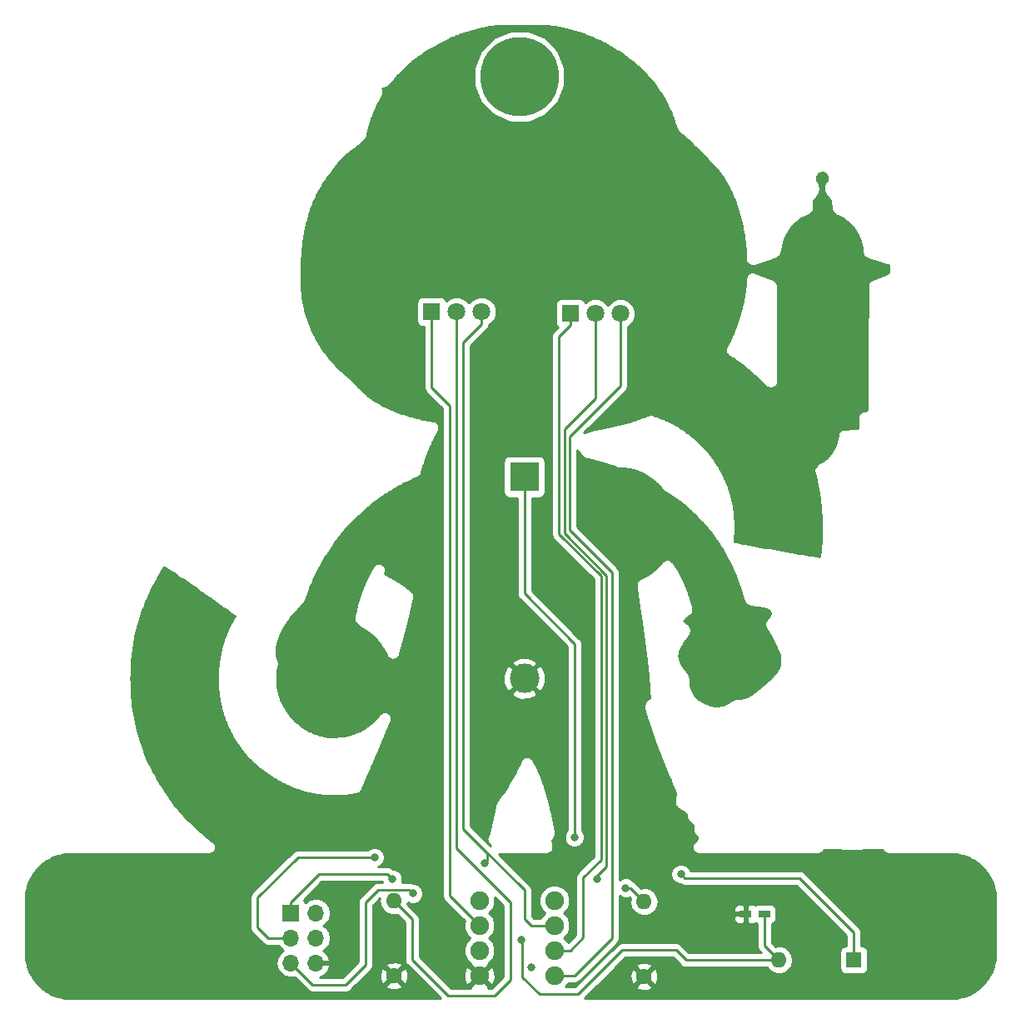
<source format=gbr>
G04 #@! TF.GenerationSoftware,KiCad,Pcbnew,(5.0.2)-1*
G04 #@! TF.CreationDate,2019-07-04T16:34:10-04:00*
G04 #@! TF.ProjectId,LuffyBadge2019_BSides,4c756666-7942-4616-9467-65323031395f,rev?*
G04 #@! TF.SameCoordinates,Original*
G04 #@! TF.FileFunction,Copper,L2,Bot*
G04 #@! TF.FilePolarity,Positive*
%FSLAX46Y46*%
G04 Gerber Fmt 4.6, Leading zero omitted, Abs format (unit mm)*
G04 Created by KiCad (PCBNEW (5.0.2)-1) date 7/4/2019 4:34:10 PM*
%MOMM*%
%LPD*%
G01*
G04 APERTURE LIST*
G04 #@! TA.AperFunction,ComponentPad*
%ADD10R,3.000000X3.000000*%
G04 #@! TD*
G04 #@! TA.AperFunction,ComponentPad*
%ADD11C,3.000000*%
G04 #@! TD*
G04 #@! TA.AperFunction,ComponentPad*
%ADD12C,1.800000*%
G04 #@! TD*
G04 #@! TA.AperFunction,ComponentPad*
%ADD13R,1.800000X1.800000*%
G04 #@! TD*
G04 #@! TA.AperFunction,ComponentPad*
%ADD14C,1.600000*%
G04 #@! TD*
G04 #@! TA.AperFunction,ComponentPad*
%ADD15O,1.600000X1.600000*%
G04 #@! TD*
G04 #@! TA.AperFunction,ComponentPad*
%ADD16R,1.600000X1.600000*%
G04 #@! TD*
G04 #@! TA.AperFunction,ComponentPad*
%ADD17C,1.905000*%
G04 #@! TD*
G04 #@! TA.AperFunction,ComponentPad*
%ADD18O,1.700000X1.700000*%
G04 #@! TD*
G04 #@! TA.AperFunction,ComponentPad*
%ADD19R,1.700000X1.700000*%
G04 #@! TD*
G04 #@! TA.AperFunction,ComponentPad*
%ADD20C,8.000000*%
G04 #@! TD*
G04 #@! TA.AperFunction,SMDPad,CuDef*
%ADD21R,1.200000X0.750000*%
G04 #@! TD*
G04 #@! TA.AperFunction,ViaPad*
%ADD22C,0.800000*%
G04 #@! TD*
G04 #@! TA.AperFunction,Conductor*
%ADD23C,0.250000*%
G04 #@! TD*
G04 #@! TA.AperFunction,Conductor*
%ADD24C,0.254000*%
G04 #@! TD*
G04 APERTURE END LIST*
D10*
G04 #@! TO.P,BT1,1*
G04 #@! TO.N,Net-(BT1-Pad1)*
X147375000Y-88950000D03*
D11*
G04 #@! TO.P,BT1,2*
G04 #@! TO.N,GND*
X147375000Y-109440000D03*
G04 #@! TD*
D12*
G04 #@! TO.P,D1,3*
G04 #@! TO.N,MOSI*
X157155000Y-72375000D03*
G04 #@! TO.P,D1,2*
G04 #@! TO.N,Net-(D1-Pad2)*
X154615000Y-72375000D03*
D13*
G04 #@! TO.P,D1,1*
G04 #@! TO.N,MISO*
X152075000Y-72375000D03*
G04 #@! TD*
G04 #@! TO.P,D2,1*
G04 #@! TO.N,Net-(D2-Pad1)*
X137950000Y-72175000D03*
D12*
G04 #@! TO.P,D2,2*
G04 #@! TO.N,Net-(D2-Pad2)*
X140490000Y-72175000D03*
G04 #@! TO.P,D2,3*
G04 #@! TO.N,SCK*
X143030000Y-72175000D03*
G04 #@! TD*
D14*
G04 #@! TO.P,R1,1*
G04 #@! TO.N,GND*
X159550000Y-139750000D03*
D15*
G04 #@! TO.P,R1,2*
G04 #@! TO.N,Net-(D1-Pad2)*
X159550000Y-132130000D03*
G04 #@! TD*
G04 #@! TO.P,R2,2*
G04 #@! TO.N,Net-(D2-Pad2)*
X134100000Y-132055000D03*
D14*
G04 #@! TO.P,R2,1*
G04 #@! TO.N,GND*
X134100000Y-139675000D03*
G04 #@! TD*
D15*
G04 #@! TO.P,SW1,2*
G04 #@! TO.N,VCC*
X173255000Y-138050000D03*
D16*
G04 #@! TO.P,SW1,1*
G04 #@! TO.N,Net-(BT1-Pad1)*
X180875000Y-138050000D03*
G04 #@! TD*
D17*
G04 #@! TO.P,U1,8*
G04 #@! TO.N,VCC*
X150435000Y-132015000D03*
G04 #@! TO.P,U1,7*
G04 #@! TO.N,SCK*
X150435000Y-134555000D03*
G04 #@! TO.P,U1,6*
G04 #@! TO.N,MISO*
X150435000Y-137095000D03*
G04 #@! TO.P,U1,5*
G04 #@! TO.N,MOSI*
X150435000Y-139635000D03*
G04 #@! TO.P,U1,4*
G04 #@! TO.N,GND*
X142815000Y-139635000D03*
G04 #@! TO.P,U1,3*
G04 #@! TO.N,Net-(U1-Pad3)*
X142815000Y-137095000D03*
G04 #@! TO.P,U1,2*
G04 #@! TO.N,Net-(D2-Pad1)*
X142815000Y-134555000D03*
G04 #@! TO.P,U1,1*
G04 #@! TO.N,RST*
X142815000Y-132015000D03*
G04 #@! TD*
D18*
G04 #@! TO.P,J1,6*
G04 #@! TO.N,GND*
X126190000Y-138355000D03*
G04 #@! TO.P,J1,5*
G04 #@! TO.N,RST*
X123650000Y-138355000D03*
G04 #@! TO.P,J1,4*
G04 #@! TO.N,MOSI*
X126190000Y-135815000D03*
G04 #@! TO.P,J1,3*
G04 #@! TO.N,SCK*
X123650000Y-135815000D03*
G04 #@! TO.P,J1,2*
G04 #@! TO.N,VCC*
X126190000Y-133275000D03*
D19*
G04 #@! TO.P,J1,1*
G04 #@! TO.N,MISO*
X123650000Y-133275000D03*
G04 #@! TD*
D20*
G04 #@! TO.P,REF\002A\002A,1*
G04 #@! TO.N,N/C*
X146875000Y-48275000D03*
G04 #@! TD*
D21*
G04 #@! TO.P,C1,2*
G04 #@! TO.N,GND*
X169875000Y-133375000D03*
G04 #@! TO.P,C1,1*
G04 #@! TO.N,VCC*
X171775000Y-133375000D03*
G04 #@! TD*
D22*
G04 #@! TO.N,*
X148125000Y-138775000D03*
G04 #@! TO.N,Net-(BT1-Pad1)*
X152475000Y-125575000D03*
X163300000Y-129325000D03*
G04 #@! TO.N,GND*
X120275000Y-138050000D03*
X129325000Y-137025000D03*
G04 #@! TO.N,Net-(D1-Pad2)*
X154800000Y-129800000D03*
X157700000Y-130725000D03*
G04 #@! TO.N,MISO*
X133975000Y-129850000D03*
G04 #@! TO.N,SCK*
X143375000Y-128250000D03*
X132150000Y-127625000D03*
G04 #@! TO.N,VCC*
X147050000Y-136000000D03*
G04 #@! TO.N,RST*
X136050000Y-131300000D03*
G04 #@! TD*
D23*
G04 #@! TO.N,Net-(BT1-Pad1)*
X147375000Y-88950000D02*
X147375000Y-100825000D01*
X147375000Y-100825000D02*
X152475000Y-105925000D01*
X152475000Y-105925000D02*
X152475000Y-125575000D01*
X163699999Y-129724999D02*
X175324999Y-129724999D01*
X163300000Y-129325000D02*
X163699999Y-129724999D01*
X180875000Y-135275000D02*
X180875000Y-138050000D01*
X175324999Y-129724999D02*
X180875000Y-135275000D01*
G04 #@! TO.N,Net-(D1-Pad2)*
X154615000Y-72375000D02*
X154615000Y-80960000D01*
X151499991Y-84075009D02*
X151499991Y-94724991D01*
X154615000Y-80960000D02*
X151499991Y-84075009D01*
X151499991Y-94724991D02*
X155750000Y-98975000D01*
X155750000Y-98975000D02*
X155750000Y-128525000D01*
X155750000Y-128525000D02*
X154800000Y-129475000D01*
X154800000Y-129475000D02*
X154800000Y-129800000D01*
X158145000Y-130725000D02*
X159550000Y-132130000D01*
X157700000Y-130725000D02*
X158145000Y-130725000D01*
G04 #@! TO.N,Net-(D2-Pad1)*
X139800000Y-131540000D02*
X142815000Y-134555000D01*
X139800000Y-81700000D02*
X139800000Y-131540000D01*
X137950000Y-72175000D02*
X137950000Y-79850000D01*
X137950000Y-79850000D02*
X139800000Y-81700000D01*
G04 #@! TO.N,Net-(D2-Pad2)*
X135950000Y-138000000D02*
X135950000Y-133905000D01*
X135950000Y-133905000D02*
X134100000Y-132055000D01*
X140490000Y-126715000D02*
X145975000Y-132200000D01*
X140490000Y-72175000D02*
X140490000Y-126715000D01*
X145975000Y-132200000D02*
X145975000Y-140050000D01*
X145975000Y-140050000D02*
X144325000Y-141700000D01*
X144325000Y-141700000D02*
X139650000Y-141700000D01*
X139650000Y-141700000D02*
X135950000Y-138000000D01*
G04 #@! TO.N,MOSI*
X152465000Y-139635000D02*
X150435000Y-139635000D01*
X157155000Y-72375000D02*
X157155000Y-79670000D01*
X157155000Y-79670000D02*
X151950000Y-84875000D01*
X151950000Y-84875000D02*
X151950000Y-94325000D01*
X151950000Y-94325000D02*
X156300000Y-98675000D01*
X156300000Y-98675000D02*
X156300000Y-135800000D01*
X156300000Y-135800000D02*
X152465000Y-139635000D01*
G04 #@! TO.N,MISO*
X153350000Y-135775000D02*
X152030000Y-137095000D01*
X153350000Y-129675000D02*
X153350000Y-135775000D01*
X152030000Y-137095000D02*
X150435000Y-137095000D01*
X152075000Y-73525000D02*
X150900000Y-74700000D01*
X152075000Y-72375000D02*
X152075000Y-73525000D01*
X150900000Y-74700000D02*
X150900000Y-94761410D01*
X150900000Y-94761410D02*
X155175000Y-99036410D01*
X155175000Y-99036410D02*
X155175000Y-127850000D01*
X155175000Y-127850000D02*
X153350000Y-129675000D01*
X126474999Y-129350001D02*
X133475001Y-129350001D01*
X133475001Y-129350001D02*
X133575001Y-129450001D01*
X133575001Y-129450001D02*
X133975000Y-129850000D01*
X123650000Y-132175000D02*
X126474999Y-129350001D01*
X123650000Y-133275000D02*
X123650000Y-132175000D01*
G04 #@! TO.N,SCK*
X148055000Y-134555000D02*
X150435000Y-134555000D01*
X147375000Y-133875000D02*
X148055000Y-134555000D01*
X147375000Y-130950000D02*
X147375000Y-133875000D01*
X143030000Y-72175000D02*
X143030000Y-73447792D01*
X143030000Y-73447792D02*
X141150000Y-75327792D01*
X141150000Y-75327792D02*
X141150000Y-124725000D01*
X141150000Y-124725000D02*
X141275000Y-124850000D01*
X141275000Y-124850000D02*
X147375000Y-130950000D01*
X143625000Y-127200000D02*
X141275000Y-124850000D01*
X143625000Y-128000000D02*
X143625000Y-127200000D01*
X143375000Y-128250000D02*
X143625000Y-128000000D01*
X131584315Y-127625000D02*
X132150000Y-127625000D01*
X124350000Y-127625000D02*
X131584315Y-127625000D01*
X120250000Y-131725000D02*
X124350000Y-127625000D01*
X120250000Y-134750000D02*
X120250000Y-131725000D01*
X123650000Y-135815000D02*
X121315000Y-135815000D01*
X121315000Y-135815000D02*
X120250000Y-134750000D01*
G04 #@! TO.N,VCC*
X173255000Y-138050000D02*
X163800000Y-138050000D01*
X163800000Y-138050000D02*
X162800000Y-137050000D01*
X162800000Y-137050000D02*
X157350000Y-137050000D01*
X157350000Y-137050000D02*
X152850000Y-141550000D01*
X152850000Y-141550000D02*
X148925000Y-141550000D01*
X148925000Y-141550000D02*
X147200000Y-139825000D01*
X147200000Y-139825000D02*
X147200000Y-136150000D01*
X147200000Y-136150000D02*
X147050000Y-136000000D01*
X171775000Y-136570000D02*
X173255000Y-138050000D01*
X171775000Y-133375000D02*
X171775000Y-136570000D01*
G04 #@! TO.N,RST*
X131225000Y-132200000D02*
X132524999Y-130900001D01*
X129225000Y-140550000D02*
X131225000Y-138550000D01*
X123650000Y-138355000D02*
X125845000Y-140550000D01*
X132524999Y-130900001D02*
X135650001Y-130900001D01*
X131225000Y-138550000D02*
X131225000Y-132200000D01*
X125845000Y-140550000D02*
X129225000Y-140550000D01*
X135650001Y-130900001D02*
X136050000Y-131300000D01*
G04 #@! TD*
D24*
G04 #@! TO.N,GND*
G36*
X147256476Y-43120689D02*
X147280211Y-43112750D01*
X147296525Y-43112765D01*
X147425808Y-43113073D01*
X147555219Y-43113568D01*
X147684363Y-43114250D01*
X147812250Y-43115115D01*
X147939364Y-43116167D01*
X148065795Y-43117410D01*
X148190419Y-43118832D01*
X148313809Y-43120442D01*
X148435425Y-43122235D01*
X148555691Y-43124221D01*
X148672903Y-43126374D01*
X148788842Y-43128729D01*
X148902054Y-43131260D01*
X149012419Y-43133969D01*
X149119954Y-43136858D01*
X149224752Y-43139934D01*
X149325980Y-43143179D01*
X149424075Y-43146609D01*
X149518120Y-43150197D01*
X149608553Y-43153964D01*
X149694964Y-43157900D01*
X149776898Y-43161987D01*
X149854145Y-43166219D01*
X149926642Y-43170594D01*
X149993733Y-43175073D01*
X150055413Y-43179653D01*
X150111033Y-43184276D01*
X150160062Y-43188873D01*
X150201796Y-43193337D01*
X150236569Y-43197633D01*
X150309254Y-43207901D01*
X150389024Y-43220257D01*
X150474464Y-43234504D01*
X150565181Y-43250582D01*
X150660424Y-43268351D01*
X150760131Y-43287795D01*
X150863556Y-43308763D01*
X150970269Y-43331159D01*
X151079991Y-43354913D01*
X151192400Y-43379951D01*
X151306914Y-43406135D01*
X151423245Y-43433393D01*
X151541166Y-43461669D01*
X151660165Y-43490836D01*
X151779845Y-43520794D01*
X151899937Y-43551475D01*
X152020069Y-43582784D01*
X152139779Y-43614601D01*
X152259033Y-43646921D01*
X152377192Y-43679578D01*
X152493723Y-43712425D01*
X152608766Y-43745512D01*
X152721555Y-43778624D01*
X152831800Y-43811686D01*
X152939261Y-43844636D01*
X153043461Y-43877340D01*
X153143900Y-43909651D01*
X153240314Y-43941495D01*
X153332272Y-43972741D01*
X153419203Y-44003203D01*
X153499939Y-44032467D01*
X153758286Y-44130371D01*
X154014993Y-44232693D01*
X154270723Y-44339639D01*
X154525409Y-44451142D01*
X154778729Y-44567026D01*
X155030554Y-44687196D01*
X155280721Y-44811544D01*
X155529050Y-44939954D01*
X155775243Y-45072242D01*
X156019276Y-45208374D01*
X156260880Y-45348178D01*
X156499796Y-45491488D01*
X156735977Y-45638254D01*
X156969137Y-45788290D01*
X157199131Y-45941490D01*
X157425834Y-46097764D01*
X157648961Y-46256912D01*
X157868291Y-46418771D01*
X158083819Y-46583339D01*
X158295194Y-46750352D01*
X158502355Y-46919767D01*
X158705037Y-47091379D01*
X158903099Y-47265080D01*
X159096365Y-47440733D01*
X159284610Y-47618150D01*
X159467708Y-47797234D01*
X159645477Y-47977834D01*
X159817677Y-48159729D01*
X159984217Y-48342854D01*
X160144870Y-48526997D01*
X160300384Y-48713088D01*
X160400647Y-48837569D01*
X160500946Y-48965749D01*
X160600396Y-49096500D01*
X160698902Y-49229672D01*
X160796377Y-49365127D01*
X160892685Y-49502650D01*
X160987813Y-49642202D01*
X161081615Y-49783550D01*
X161174063Y-49926633D01*
X161265040Y-50071254D01*
X161354423Y-50217202D01*
X161442180Y-50364408D01*
X161528253Y-50512768D01*
X161612504Y-50662035D01*
X161694893Y-50812128D01*
X161775272Y-50962771D01*
X161853689Y-51114054D01*
X161929934Y-51265571D01*
X162004020Y-51417349D01*
X162075858Y-51569209D01*
X162145324Y-51720904D01*
X162212402Y-51872402D01*
X162276959Y-52023415D01*
X162338954Y-52173860D01*
X162398331Y-52323621D01*
X162454978Y-52472435D01*
X162508872Y-52620267D01*
X162559886Y-52766784D01*
X162608010Y-52911992D01*
X162653119Y-53055543D01*
X162687600Y-53171792D01*
X162687811Y-53173985D01*
X162698669Y-53210091D01*
X162699061Y-53213768D01*
X162710087Y-53249084D01*
X162710618Y-53253525D01*
X162719627Y-53281142D01*
X162722132Y-53289734D01*
X162722628Y-53293415D01*
X162731547Y-53319424D01*
X162734675Y-53329824D01*
X162735251Y-53333598D01*
X162744050Y-53357865D01*
X162748057Y-53370698D01*
X162748670Y-53374237D01*
X162757301Y-53396628D01*
X162762500Y-53412563D01*
X162763053Y-53415377D01*
X162771432Y-53435730D01*
X162776895Y-53451659D01*
X162777671Y-53452993D01*
X162778565Y-53457005D01*
X162786593Y-53475193D01*
X162791890Y-53489802D01*
X162793842Y-53493027D01*
X162795378Y-53499124D01*
X162803002Y-53515185D01*
X162808068Y-53528328D01*
X162811309Y-53533449D01*
X162813616Y-53541579D01*
X162820766Y-53555558D01*
X162825585Y-53567262D01*
X162830195Y-53574194D01*
X162833371Y-53584181D01*
X162840002Y-53596198D01*
X162844584Y-53606579D01*
X162849943Y-53614214D01*
X162850407Y-53615054D01*
X162851024Y-53616355D01*
X162854700Y-53626723D01*
X162860843Y-53637039D01*
X162865217Y-53646255D01*
X162870795Y-53653755D01*
X162872210Y-53656131D01*
X162873736Y-53659115D01*
X162877587Y-53668914D01*
X162883301Y-53677814D01*
X162887558Y-53686136D01*
X162893330Y-53693434D01*
X162895656Y-53697056D01*
X162897958Y-53701229D01*
X162901916Y-53710377D01*
X162907326Y-53718205D01*
X162911645Y-53726033D01*
X162917683Y-53733193D01*
X162920660Y-53737501D01*
X162923561Y-53742373D01*
X162927629Y-53750967D01*
X162932933Y-53758114D01*
X162937477Y-53765745D01*
X162943828Y-53772793D01*
X162947196Y-53777332D01*
X162950303Y-53782171D01*
X162954507Y-53790344D01*
X162959944Y-53797186D01*
X162964963Y-53805004D01*
X162971745Y-53812039D01*
X162974996Y-53816131D01*
X162978034Y-53820527D01*
X162982387Y-53828368D01*
X162988157Y-53835175D01*
X162993898Y-53843483D01*
X163001186Y-53850547D01*
X163003982Y-53853846D01*
X163006569Y-53857331D01*
X163011110Y-53864961D01*
X163017485Y-53872039D01*
X163024183Y-53881064D01*
X163031947Y-53888096D01*
X163033909Y-53890275D01*
X163035771Y-53892618D01*
X163040453Y-53900006D01*
X163047612Y-53907521D01*
X163055517Y-53917469D01*
X163063685Y-53924391D01*
X163064530Y-53925278D01*
X163065571Y-53926507D01*
X163070315Y-53933582D01*
X163078399Y-53941641D01*
X163087697Y-53952610D01*
X163095939Y-53959158D01*
X163100617Y-53965793D01*
X163109746Y-53974476D01*
X163120537Y-53986457D01*
X163127574Y-53991710D01*
X163131284Y-53996744D01*
X163141430Y-54005995D01*
X163153775Y-54018953D01*
X163159585Y-54023042D01*
X163162329Y-54026623D01*
X163173428Y-54036370D01*
X163187314Y-54050212D01*
X163191944Y-54053295D01*
X163193794Y-54055629D01*
X163205729Y-54065768D01*
X163221076Y-54080365D01*
X163224641Y-54082620D01*
X163225701Y-54083919D01*
X163238266Y-54094290D01*
X163254997Y-54109546D01*
X163257721Y-54111190D01*
X163258198Y-54111760D01*
X163271182Y-54122215D01*
X163289103Y-54137952D01*
X163291256Y-54139197D01*
X163291361Y-54139320D01*
X163304545Y-54149714D01*
X163323460Y-54165783D01*
X163325362Y-54166842D01*
X163338333Y-54176889D01*
X163358104Y-54193209D01*
X163360086Y-54194276D01*
X163360222Y-54194430D01*
X163372782Y-54204020D01*
X163393215Y-54220472D01*
X163395629Y-54221734D01*
X163396191Y-54222364D01*
X163407930Y-54231223D01*
X163428882Y-54247742D01*
X163431563Y-54249108D01*
X163465269Y-54275218D01*
X163467466Y-54276314D01*
X163495080Y-54297398D01*
X163533440Y-54327442D01*
X163597337Y-54380546D01*
X163676205Y-54448770D01*
X163767459Y-54530033D01*
X163869431Y-54622878D01*
X163980912Y-54726186D01*
X164100650Y-54838764D01*
X164227712Y-54959697D01*
X164361273Y-55088165D01*
X164500280Y-55223126D01*
X164643649Y-55363494D01*
X164791077Y-55508948D01*
X164941418Y-55658346D01*
X165093601Y-55810603D01*
X165247035Y-55965121D01*
X165401065Y-56121236D01*
X165554378Y-56277616D01*
X165706471Y-56433752D01*
X165856632Y-56588926D01*
X166003617Y-56741866D01*
X166147056Y-56892205D01*
X166285654Y-57038612D01*
X166418716Y-57180379D01*
X166545815Y-57317090D01*
X166665415Y-57447136D01*
X166776877Y-57569861D01*
X166879184Y-57684191D01*
X166971420Y-57789144D01*
X167052272Y-57883255D01*
X167120356Y-57964885D01*
X167174104Y-58031993D01*
X167323908Y-58229893D01*
X167469900Y-58434521D01*
X167612406Y-58646294D01*
X167751290Y-58865010D01*
X167886506Y-59090584D01*
X168017994Y-59322922D01*
X168145615Y-59561773D01*
X168269350Y-59807101D01*
X168389070Y-60058655D01*
X168504719Y-60316319D01*
X168616239Y-60579972D01*
X168723553Y-60849438D01*
X168826597Y-61124581D01*
X168925290Y-61405199D01*
X169019583Y-61691179D01*
X169109392Y-61982294D01*
X169194698Y-62278518D01*
X169275406Y-62579583D01*
X169351456Y-62885306D01*
X169422814Y-63195618D01*
X169489420Y-63510334D01*
X169551216Y-63829282D01*
X169608137Y-64152238D01*
X169660160Y-64479196D01*
X169707212Y-64809860D01*
X169749263Y-65144206D01*
X169786240Y-65481905D01*
X169818109Y-65822874D01*
X169844825Y-66167005D01*
X169866340Y-66514116D01*
X169882321Y-66857884D01*
X169884036Y-66985094D01*
X169916292Y-67060090D01*
X169935919Y-67139331D01*
X169970590Y-67186338D01*
X169993670Y-67240000D01*
X170052170Y-67296943D01*
X170100627Y-67362641D01*
X170150650Y-67392803D01*
X170192508Y-67433547D01*
X170268347Y-67463769D01*
X170338255Y-67505921D01*
X170396010Y-67514644D01*
X170450276Y-67536269D01*
X170531908Y-67535168D01*
X170612626Y-67547359D01*
X170713651Y-67522336D01*
X170717926Y-67522172D01*
X170774062Y-67508749D01*
X170780299Y-67508399D01*
X170803331Y-67502458D01*
X170835001Y-67495713D01*
X170842358Y-67492549D01*
X170846217Y-67492280D01*
X170869835Y-67485849D01*
X170901611Y-67478251D01*
X170907231Y-67475666D01*
X170908014Y-67475453D01*
X170912855Y-67474204D01*
X170916187Y-67473937D01*
X170939259Y-67467393D01*
X170969988Y-67459466D01*
X170973973Y-67457547D01*
X170978735Y-67456196D01*
X170987820Y-67453722D01*
X170990301Y-67453502D01*
X171012345Y-67447044D01*
X171041477Y-67439112D01*
X171044407Y-67437652D01*
X171053312Y-67435044D01*
X171066496Y-67431304D01*
X171068402Y-67431121D01*
X171089243Y-67424852D01*
X171116554Y-67417106D01*
X171118778Y-67415969D01*
X171131852Y-67412036D01*
X171148706Y-67407099D01*
X171150210Y-67406945D01*
X171169808Y-67400917D01*
X171195289Y-67393453D01*
X171197024Y-67392547D01*
X171213749Y-67387403D01*
X171234129Y-67381273D01*
X171235350Y-67381141D01*
X171253798Y-67375357D01*
X171277508Y-67368225D01*
X171278897Y-67367487D01*
X171299131Y-67361142D01*
X171322397Y-67353987D01*
X171323421Y-67353871D01*
X171340905Y-67348294D01*
X171362921Y-67341523D01*
X171364059Y-67340909D01*
X171387141Y-67333547D01*
X171413080Y-67325414D01*
X171413962Y-67325310D01*
X171430621Y-67319914D01*
X171451143Y-67313479D01*
X171452100Y-67312956D01*
X171477971Y-67304576D01*
X171505726Y-67295723D01*
X171506514Y-67295627D01*
X171522639Y-67290328D01*
X171541768Y-67284227D01*
X171542590Y-67283773D01*
X171570173Y-67274709D01*
X171599869Y-67265089D01*
X171600588Y-67264999D01*
X171616197Y-67259800D01*
X171634329Y-67253927D01*
X171635061Y-67253518D01*
X171664459Y-67243727D01*
X171694996Y-67233693D01*
X171695679Y-67233604D01*
X171711171Y-67228377D01*
X171728364Y-67222728D01*
X171729028Y-67222353D01*
X171759344Y-67212126D01*
X171790632Y-67201705D01*
X171791308Y-67201615D01*
X171806992Y-67196257D01*
X171823379Y-67190799D01*
X171823997Y-67190447D01*
X171855049Y-67179838D01*
X171886273Y-67169304D01*
X171886966Y-67169209D01*
X171903068Y-67163638D01*
X171918868Y-67158308D01*
X171919461Y-67157967D01*
X171950692Y-67147162D01*
X171981424Y-67136663D01*
X171982151Y-67136560D01*
X171998801Y-67130726D01*
X172014347Y-67125415D01*
X172014938Y-67125072D01*
X172045790Y-67114262D01*
X172075577Y-67103957D01*
X172076360Y-67103843D01*
X172093740Y-67097674D01*
X172109304Y-67092289D01*
X172109914Y-67091932D01*
X172139819Y-67081317D01*
X172168239Y-67071359D01*
X172169110Y-67071228D01*
X172187492Y-67064613D01*
X172203235Y-67059097D01*
X172203883Y-67058715D01*
X172232343Y-67048473D01*
X172258926Y-67039036D01*
X172259922Y-67038882D01*
X172279458Y-67031748D01*
X172295634Y-67026006D01*
X172296348Y-67025580D01*
X172322868Y-67015896D01*
X172347169Y-67007151D01*
X172348331Y-67006965D01*
X172369119Y-66999252D01*
X172386012Y-66993173D01*
X172386829Y-66992681D01*
X172411010Y-66983709D01*
X172432500Y-66975862D01*
X172433897Y-66975630D01*
X172456219Y-66967201D01*
X172473887Y-66960749D01*
X172474841Y-66960169D01*
X172496355Y-66952045D01*
X172514502Y-66945312D01*
X172516222Y-66945014D01*
X172540180Y-66935784D01*
X172558784Y-66928882D01*
X172559933Y-66928175D01*
X172578140Y-66921161D01*
X172592795Y-66915627D01*
X172594948Y-66915237D01*
X172620454Y-66905182D01*
X172640258Y-66897704D01*
X172641691Y-66896810D01*
X172656378Y-66891021D01*
X172667075Y-66886900D01*
X172669863Y-66886368D01*
X172697084Y-66875340D01*
X172717896Y-66867322D01*
X172719718Y-66866170D01*
X172730462Y-66861817D01*
X172737159Y-66859176D01*
X172740850Y-66858427D01*
X172769425Y-66846457D01*
X172791325Y-66837824D01*
X172793731Y-66836275D01*
X172800432Y-66833469D01*
X172803071Y-66832399D01*
X172808115Y-66831295D01*
X172837713Y-66818364D01*
X172860303Y-66809212D01*
X172863559Y-66807073D01*
X172865338Y-66806295D01*
X172872422Y-66804590D01*
X172902218Y-66790831D01*
X172924670Y-66781426D01*
X172927442Y-66779558D01*
X172935646Y-66777320D01*
X172963789Y-66763284D01*
X172984562Y-66754209D01*
X172988933Y-66751166D01*
X173002507Y-66746755D01*
X173003572Y-66746158D01*
X173009298Y-66745295D01*
X173037056Y-66728567D01*
X173040604Y-66726928D01*
X173044608Y-66724015D01*
X173052474Y-66719275D01*
X173081461Y-66711883D01*
X173116537Y-66685637D01*
X173137068Y-66678664D01*
X173166797Y-66652582D01*
X173181176Y-66646686D01*
X173206537Y-66621504D01*
X173208515Y-66620154D01*
X173217187Y-66616080D01*
X173233661Y-66598000D01*
X173247555Y-66587604D01*
X173270140Y-66562472D01*
X173286598Y-66547483D01*
X173307727Y-66529437D01*
X173315428Y-66514322D01*
X173363339Y-66465442D01*
X173376280Y-66433293D01*
X173379943Y-66428518D01*
X173380728Y-66427581D01*
X173380894Y-66427277D01*
X173383422Y-66423982D01*
X173389245Y-66412169D01*
X173418294Y-66372803D01*
X173422769Y-66354754D01*
X173425336Y-66349252D01*
X173434811Y-66333539D01*
X173436635Y-66328484D01*
X173441634Y-66317005D01*
X173451974Y-66299587D01*
X173452374Y-66296809D01*
X173453768Y-66294265D01*
X173456819Y-66284569D01*
X173458432Y-66280623D01*
X173461436Y-66274656D01*
X173463654Y-66271151D01*
X173465133Y-66267314D01*
X173470017Y-66257612D01*
X173472812Y-66247517D01*
X173473587Y-66245856D01*
X173476398Y-66241229D01*
X173478729Y-66234836D01*
X173484350Y-66222791D01*
X173486274Y-66214937D01*
X173488451Y-66211217D01*
X173491322Y-66202918D01*
X173497278Y-66189243D01*
X173498531Y-66183487D01*
X173499908Y-66181050D01*
X173503077Y-66171417D01*
X173509130Y-66156612D01*
X173509973Y-66152267D01*
X173510847Y-66150669D01*
X173514191Y-66140005D01*
X173520185Y-66124449D01*
X173520769Y-66121074D01*
X173521355Y-66119968D01*
X173524743Y-66108643D01*
X173530573Y-66092655D01*
X173531012Y-66089817D01*
X173531474Y-66088917D01*
X173534852Y-66077096D01*
X173540445Y-66060930D01*
X173540795Y-66058388D01*
X173541237Y-66057502D01*
X173544559Y-66045342D01*
X173549873Y-66029191D01*
X173550177Y-66026703D01*
X173550695Y-66025635D01*
X173553914Y-66013311D01*
X173558914Y-65997363D01*
X173559196Y-65994751D01*
X173559834Y-65993399D01*
X173562927Y-65981015D01*
X173567622Y-65965322D01*
X173567892Y-65962468D01*
X173568687Y-65960738D01*
X173571646Y-65948345D01*
X173576023Y-65933029D01*
X173576285Y-65929838D01*
X173577262Y-65927655D01*
X173580059Y-65915393D01*
X173584138Y-65900463D01*
X173584393Y-65896844D01*
X173585572Y-65894137D01*
X173588242Y-65881872D01*
X173591989Y-65867527D01*
X173592212Y-65863761D01*
X173592356Y-65863183D01*
X173593594Y-65860264D01*
X173596099Y-65848196D01*
X173599570Y-65834300D01*
X173599747Y-65830656D01*
X173600193Y-65828785D01*
X173601357Y-65825965D01*
X173603710Y-65814058D01*
X173606894Y-65800721D01*
X173607025Y-65797277D01*
X173607156Y-65796614D01*
X173607744Y-65794036D01*
X173608844Y-65791297D01*
X173611047Y-65779560D01*
X173613960Y-65766789D01*
X173614050Y-65763553D01*
X173614343Y-65761993D01*
X173615004Y-65758957D01*
X173616050Y-65756279D01*
X173618110Y-65744690D01*
X173620767Y-65732489D01*
X173620822Y-65729440D01*
X173621228Y-65727157D01*
X173621980Y-65723533D01*
X173622973Y-65720917D01*
X173624877Y-65709581D01*
X173627302Y-65697899D01*
X173627326Y-65694995D01*
X173627851Y-65691871D01*
X173628651Y-65687819D01*
X173629606Y-65685229D01*
X173631375Y-65674033D01*
X173633567Y-65662940D01*
X173633563Y-65660186D01*
X173634178Y-65656300D01*
X173635023Y-65651797D01*
X173635943Y-65649222D01*
X173637574Y-65638199D01*
X173639549Y-65627677D01*
X173639521Y-65625050D01*
X173640207Y-65620409D01*
X173641081Y-65615495D01*
X173641973Y-65612919D01*
X173643469Y-65602063D01*
X173645237Y-65592121D01*
X173645186Y-65589610D01*
X173645925Y-65584248D01*
X173650622Y-65556278D01*
X173650520Y-65552884D01*
X173655690Y-65520170D01*
X173655553Y-65516723D01*
X173660427Y-65483794D01*
X173660418Y-65483608D01*
X173671988Y-65408724D01*
X173692772Y-65303219D01*
X173718443Y-65195342D01*
X173748947Y-65085480D01*
X173784199Y-64974020D01*
X173824115Y-64861286D01*
X173868567Y-64747667D01*
X173917423Y-64633506D01*
X173970527Y-64519166D01*
X174027734Y-64404954D01*
X174088842Y-64291260D01*
X174153707Y-64178339D01*
X174222097Y-64066589D01*
X174293854Y-63956253D01*
X174368742Y-63847690D01*
X174446566Y-63741173D01*
X174527096Y-63637017D01*
X174610123Y-63535490D01*
X174695389Y-63436910D01*
X174782679Y-63341526D01*
X174871708Y-63249651D01*
X174962248Y-63161521D01*
X175053985Y-63077442D01*
X175146664Y-62997642D01*
X175240021Y-62922341D01*
X175333684Y-62851824D01*
X175427396Y-62786264D01*
X175520762Y-62725903D01*
X175613498Y-62670876D01*
X175705225Y-62621350D01*
X175802578Y-62574042D01*
X176292080Y-62349890D01*
X176348072Y-62338753D01*
X176417044Y-62292667D01*
X176428776Y-62287295D01*
X176474064Y-62254568D01*
X176578790Y-62184592D01*
X176586160Y-62173562D01*
X176596912Y-62165792D01*
X176662979Y-62058595D01*
X176732951Y-61953874D01*
X176735540Y-61940861D01*
X176742498Y-61929570D01*
X176762512Y-61805260D01*
X176773421Y-61750417D01*
X176773421Y-61737503D01*
X176786605Y-61655616D01*
X176773421Y-61600077D01*
X176773421Y-61169168D01*
X176773592Y-61136291D01*
X176774075Y-61107184D01*
X176774861Y-61080483D01*
X176775928Y-61056185D01*
X176777250Y-61034139D01*
X176778784Y-61014440D01*
X176780497Y-60996870D01*
X176782320Y-60981547D01*
X176784219Y-60968209D01*
X176786134Y-60956791D01*
X176788013Y-60947144D01*
X176789836Y-60939001D01*
X176791574Y-60932176D01*
X176793229Y-60926411D01*
X176794835Y-60921409D01*
X176796465Y-60916833D01*
X176798175Y-60912476D01*
X176800105Y-60907985D01*
X176802408Y-60903060D01*
X176805213Y-60897511D01*
X176808722Y-60891053D01*
X176813080Y-60883552D01*
X176818444Y-60874872D01*
X176825023Y-60864808D01*
X176832913Y-60853347D01*
X176842219Y-60840448D01*
X176853099Y-60825997D01*
X176865564Y-60810062D01*
X176879738Y-60792553D01*
X176895621Y-60773525D01*
X176912282Y-60754098D01*
X176914626Y-60752235D01*
X176954915Y-60704673D01*
X176957867Y-60702274D01*
X176980709Y-60674710D01*
X176998444Y-60654138D01*
X176999792Y-60653013D01*
X177022012Y-60625464D01*
X177038920Y-60605505D01*
X177040534Y-60604112D01*
X177061899Y-60576736D01*
X177078415Y-60556806D01*
X177080246Y-60555164D01*
X177100543Y-60528099D01*
X177117094Y-60507579D01*
X177119007Y-60505784D01*
X177137963Y-60479272D01*
X177155220Y-60457160D01*
X177156964Y-60455433D01*
X177174342Y-60429696D01*
X177190803Y-60407747D01*
X177191393Y-60406516D01*
X177194096Y-60403667D01*
X177209613Y-60379064D01*
X177224681Y-60357989D01*
X177226171Y-60354692D01*
X177230418Y-60349877D01*
X177243895Y-60326688D01*
X177257274Y-60306874D01*
X177259771Y-60300928D01*
X177265763Y-60293538D01*
X177277002Y-60272209D01*
X177288502Y-60253975D01*
X177292045Y-60244741D01*
X177299846Y-60234136D01*
X177308801Y-60215010D01*
X177318285Y-60198692D01*
X177322763Y-60185623D01*
X177332257Y-60171176D01*
X177338968Y-60154617D01*
X177346383Y-60140545D01*
X177351076Y-60124741D01*
X177351131Y-60124605D01*
X177352881Y-60120867D01*
X177362335Y-60104468D01*
X177366982Y-60090749D01*
X177372441Y-60079091D01*
X177376465Y-60062757D01*
X177377840Y-60058697D01*
X177381195Y-60050421D01*
X177389353Y-60033927D01*
X177392271Y-60023090D01*
X177395985Y-60013925D01*
X177399027Y-59997997D01*
X177401440Y-59989035D01*
X177406061Y-59975394D01*
X177412425Y-59959975D01*
X177414023Y-59951890D01*
X177416359Y-59944994D01*
X177418273Y-59930382D01*
X177421151Y-59915824D01*
X177426293Y-59896723D01*
X177430766Y-59883245D01*
X177431494Y-59877405D01*
X177432854Y-59872355D01*
X177433694Y-59859766D01*
X177436200Y-59839676D01*
X177440840Y-59816195D01*
X177443717Y-59804825D01*
X177443939Y-59800517D01*
X177444713Y-59796600D01*
X177444700Y-59785743D01*
X177445947Y-59761525D01*
X177449072Y-59736469D01*
X177450921Y-59726030D01*
X177450842Y-59722273D01*
X177451312Y-59718505D01*
X177450539Y-59707823D01*
X177450009Y-59682627D01*
X177451193Y-59659634D01*
X177452395Y-59648208D01*
X177452002Y-59643929D01*
X177452242Y-59639269D01*
X177450441Y-59626925D01*
X177448364Y-59604312D01*
X177447983Y-59586137D01*
X177448495Y-59572510D01*
X177447576Y-59566770D01*
X177447439Y-59560252D01*
X177444141Y-59545319D01*
X177441343Y-59527845D01*
X177440237Y-59515793D01*
X177439841Y-59499936D01*
X177438049Y-59491973D01*
X177437205Y-59482776D01*
X177432109Y-59465569D01*
X177429550Y-59454195D01*
X177428601Y-59448263D01*
X177427178Y-59430966D01*
X177424115Y-59420251D01*
X177422138Y-59407902D01*
X177415365Y-59389639D01*
X177413776Y-59384080D01*
X177413631Y-59383433D01*
X177411276Y-59365865D01*
X177406609Y-59352223D01*
X177403071Y-59336495D01*
X177395515Y-59319467D01*
X177392822Y-59304533D01*
X177386300Y-59287952D01*
X177380849Y-59268882D01*
X177374610Y-59256743D01*
X177372383Y-59246674D01*
X177363902Y-59227373D01*
X177356308Y-59205174D01*
X177351826Y-59197453D01*
X177350388Y-59191853D01*
X177339949Y-59170117D01*
X177330126Y-59145143D01*
X177327617Y-59141238D01*
X177327133Y-59139555D01*
X177314845Y-59115734D01*
X177302828Y-59088388D01*
X177300548Y-59085129D01*
X177288880Y-59063776D01*
X177274775Y-59034404D01*
X177271743Y-59030365D01*
X177262212Y-59013706D01*
X177246180Y-58982629D01*
X177243000Y-58978637D01*
X177234878Y-58964947D01*
X177217168Y-58932536D01*
X177212754Y-58927258D01*
X177187790Y-58883622D01*
X177184138Y-58879425D01*
X177180338Y-58873019D01*
X177171482Y-58857539D01*
X177163530Y-58843068D01*
X177156568Y-58829824D01*
X177150470Y-58817652D01*
X177145220Y-58806604D01*
X177140693Y-58796510D01*
X177136863Y-58787415D01*
X177133611Y-58779142D01*
X177130862Y-58771601D01*
X177128545Y-58764700D01*
X177126581Y-58758295D01*
X177124883Y-58752174D01*
X177123410Y-58746248D01*
X177122108Y-58740321D01*
X177120942Y-58734228D01*
X177119880Y-58727728D01*
X177118928Y-58720740D01*
X177118083Y-58713028D01*
X177117366Y-58704501D01*
X177116804Y-58695021D01*
X177116427Y-58684380D01*
X177116274Y-58672535D01*
X177116389Y-58659402D01*
X177116812Y-58644886D01*
X177117588Y-58628888D01*
X177118750Y-58611433D01*
X177120339Y-58592426D01*
X177122388Y-58571806D01*
X177124911Y-58549680D01*
X177126321Y-58538629D01*
X177138912Y-58467842D01*
X177152843Y-58416207D01*
X177169714Y-58370379D01*
X177189138Y-58329428D01*
X177210938Y-58292509D01*
X177235104Y-58258903D01*
X177261709Y-58228108D01*
X177290859Y-58199811D01*
X177322642Y-58173872D01*
X177357084Y-58150295D01*
X177394075Y-58129221D01*
X177433448Y-58110825D01*
X177474904Y-58095326D01*
X177518061Y-58082932D01*
X177562477Y-58073819D01*
X177607649Y-58068119D01*
X177653079Y-58065905D01*
X177698250Y-58067189D01*
X177742671Y-58071928D01*
X177785929Y-58080033D01*
X177827664Y-58091382D01*
X177867640Y-58105856D01*
X177905722Y-58123366D01*
X177941881Y-58143893D01*
X177976220Y-58167549D01*
X178008884Y-58194593D01*
X178040061Y-58225485D01*
X178069877Y-58260864D01*
X178098383Y-58301580D01*
X178125439Y-58348593D01*
X178153325Y-58408571D01*
X178153612Y-58409316D01*
X178156762Y-58418760D01*
X178160289Y-58431081D01*
X178163930Y-58446057D01*
X178167442Y-58463321D01*
X178170658Y-58482643D01*
X178173436Y-58503730D01*
X178175664Y-58526257D01*
X178177265Y-58549972D01*
X178178182Y-58574580D01*
X178178380Y-58599811D01*
X178177842Y-58625430D01*
X178176572Y-58651087D01*
X178174584Y-58676578D01*
X178171912Y-58701626D01*
X178168608Y-58725949D01*
X178164744Y-58749254D01*
X178160408Y-58771287D01*
X178155722Y-58791724D01*
X178150835Y-58810257D01*
X178145914Y-58826638D01*
X178141214Y-58840454D01*
X178140963Y-58841109D01*
X178138160Y-58843029D01*
X178120298Y-58861309D01*
X178102339Y-58876774D01*
X178098849Y-58881238D01*
X178092135Y-58886370D01*
X178077622Y-58902856D01*
X178062803Y-58916692D01*
X178056526Y-58925423D01*
X178046060Y-58934438D01*
X178034957Y-58948645D01*
X178023401Y-58960471D01*
X178014509Y-58974117D01*
X178000517Y-58987854D01*
X177992702Y-58999320D01*
X177984405Y-59008745D01*
X177974105Y-59026507D01*
X177970875Y-59030640D01*
X177956311Y-59047152D01*
X177951499Y-59055433D01*
X177946313Y-59062068D01*
X177940381Y-59073832D01*
X177938968Y-59075030D01*
X177932426Y-59087756D01*
X177924999Y-59098652D01*
X177914655Y-59112403D01*
X177912319Y-59117257D01*
X177909807Y-59120942D01*
X177904235Y-59134051D01*
X177899890Y-59143079D01*
X177895869Y-59147156D01*
X177890475Y-59160438D01*
X177880694Y-59177268D01*
X177876795Y-59183463D01*
X177876218Y-59184971D01*
X177875774Y-59185735D01*
X177874476Y-59189523D01*
X177863779Y-59217479D01*
X177859347Y-59222856D01*
X177855618Y-59235056D01*
X177845402Y-59256281D01*
X177845011Y-59257799D01*
X177844125Y-59259522D01*
X177833977Y-59295015D01*
X177830219Y-59300483D01*
X177827973Y-59311051D01*
X177819879Y-59332204D01*
X177819267Y-59335787D01*
X177817818Y-59339356D01*
X177811138Y-59374202D01*
X177808769Y-59378355D01*
X177807676Y-59386999D01*
X177800403Y-59412436D01*
X177800033Y-59416927D01*
X177798715Y-59421240D01*
X177796045Y-59447782D01*
X177793628Y-59457159D01*
X177794311Y-59461987D01*
X177787876Y-59495555D01*
X177787904Y-59499611D01*
X177787100Y-59503395D01*
X177786807Y-59525901D01*
X177784965Y-59536687D01*
X177786446Y-59543199D01*
X177782773Y-59579707D01*
X177783005Y-59582117D01*
X177782747Y-59584159D01*
X177784372Y-59607144D01*
X177783381Y-59619178D01*
X177785504Y-59625794D01*
X177785037Y-59661672D01*
X177785013Y-59662171D01*
X177785029Y-59662275D01*
X177785018Y-59663094D01*
X177785725Y-59666905D01*
X177789228Y-59690215D01*
X177789317Y-59702992D01*
X177791515Y-59708197D01*
X177792704Y-59725004D01*
X177792995Y-59736436D01*
X177793748Y-59739774D01*
X177794056Y-59744135D01*
X177797905Y-59758211D01*
X177801524Y-59774260D01*
X177802674Y-59786192D01*
X177804040Y-59788761D01*
X177804151Y-59789497D01*
X177805725Y-59806614D01*
X177807752Y-59813455D01*
X177808980Y-59821625D01*
X177815722Y-59840354D01*
X177818675Y-59850320D01*
X177819349Y-59853310D01*
X177822294Y-59872597D01*
X177826007Y-59882837D01*
X177828697Y-59894766D01*
X177837592Y-59914785D01*
X177838098Y-59916181D01*
X177841930Y-59934602D01*
X177847616Y-59947997D01*
X177852184Y-59963414D01*
X177860426Y-59979077D01*
X177864016Y-59992978D01*
X177871814Y-60009159D01*
X177878519Y-60027651D01*
X177885236Y-60038750D01*
X177888124Y-60048256D01*
X177898045Y-60066798D01*
X177906976Y-60087837D01*
X177911950Y-60095142D01*
X177913938Y-60100904D01*
X177925866Y-60121326D01*
X177937005Y-60144441D01*
X177940231Y-60148725D01*
X177941255Y-60151404D01*
X177955045Y-60173325D01*
X177968285Y-60198070D01*
X177969867Y-60199996D01*
X177969964Y-60200229D01*
X177985420Y-60223289D01*
X178000584Y-60249251D01*
X178002862Y-60251823D01*
X178016904Y-60271661D01*
X178033784Y-60298494D01*
X178036466Y-60301327D01*
X178049502Y-60318896D01*
X178067865Y-60346293D01*
X178070600Y-60349021D01*
X178083188Y-60365306D01*
X178102837Y-60393065D01*
X178105424Y-60395517D01*
X178118093Y-60411334D01*
X178138774Y-60439205D01*
X178141096Y-60441309D01*
X178154163Y-60457126D01*
X178175710Y-60485002D01*
X178177724Y-60486755D01*
X178191566Y-60503067D01*
X178213758Y-60530774D01*
X178215441Y-60532189D01*
X178230301Y-60549293D01*
X178252979Y-60576746D01*
X178256594Y-60579693D01*
X178293476Y-60623154D01*
X178296643Y-60625667D01*
X178312842Y-60644339D01*
X178331379Y-60666272D01*
X178348206Y-60686774D01*
X178363457Y-60705968D01*
X178377126Y-60723802D01*
X178389272Y-60740288D01*
X178400090Y-60755617D01*
X178409639Y-60769797D01*
X178418023Y-60782896D01*
X178425447Y-60795148D01*
X178431996Y-60806606D01*
X178437836Y-60817484D01*
X178443121Y-60828004D01*
X178447968Y-60838358D01*
X178452525Y-60848845D01*
X178456871Y-60859658D01*
X178461098Y-60871071D01*
X178465264Y-60883326D01*
X178469420Y-60896691D01*
X178473579Y-60911357D01*
X178477734Y-60927485D01*
X178481896Y-60945316D01*
X178486048Y-60965010D01*
X178490156Y-60986625D01*
X178494194Y-61010271D01*
X178498158Y-61036138D01*
X178502010Y-61064203D01*
X178505727Y-61094483D01*
X178509317Y-61127203D01*
X178512745Y-61162143D01*
X178514375Y-61180724D01*
X178514160Y-61182781D01*
X178518395Y-61228680D01*
X178518134Y-61231373D01*
X178522493Y-61274952D01*
X178522552Y-61275633D01*
X178522280Y-61278724D01*
X178524781Y-61301649D01*
X178525933Y-61315092D01*
X178526438Y-61316836D01*
X178526935Y-61321394D01*
X178526650Y-61325081D01*
X178529438Y-61348366D01*
X178530769Y-61362788D01*
X178531434Y-61365028D01*
X178531586Y-61366298D01*
X178531308Y-61370560D01*
X178534396Y-61393944D01*
X178535917Y-61409145D01*
X178536546Y-61411206D01*
X178536330Y-61415435D01*
X178539723Y-61438608D01*
X178541434Y-61454293D01*
X178541945Y-61455916D01*
X178541807Y-61459879D01*
X178545520Y-61482665D01*
X178547413Y-61498472D01*
X178547918Y-61500019D01*
X178547851Y-61504140D01*
X178551855Y-61526136D01*
X178553923Y-61541791D01*
X178554577Y-61543716D01*
X178554601Y-61548478D01*
X178558877Y-61569434D01*
X178561084Y-61584506D01*
X178562059Y-61587246D01*
X178562232Y-61593181D01*
X178566710Y-61612695D01*
X178569005Y-61626781D01*
X178570518Y-61630827D01*
X178570951Y-61638449D01*
X178575515Y-61656096D01*
X178577834Y-61668836D01*
X178580145Y-61674682D01*
X178581016Y-61684568D01*
X178585511Y-61699953D01*
X178587747Y-61710911D01*
X178590919Y-61718462D01*
X178591197Y-61719416D01*
X178591229Y-61719553D01*
X178592743Y-61731790D01*
X178596965Y-61744554D01*
X178598963Y-61753260D01*
X178602318Y-61760735D01*
X178603496Y-61764297D01*
X178604513Y-61768228D01*
X178606476Y-61780199D01*
X178610123Y-61789921D01*
X178611706Y-61796042D01*
X178614915Y-61802695D01*
X178617689Y-61810089D01*
X178620467Y-61819599D01*
X178622635Y-61829949D01*
X178625358Y-61836339D01*
X178626280Y-61839495D01*
X178628595Y-61843934D01*
X178634166Y-61857009D01*
X178640002Y-61874652D01*
X178641656Y-61880994D01*
X178653290Y-61904992D01*
X178662300Y-61929011D01*
X178663041Y-61930205D01*
X178663980Y-61933155D01*
X178675513Y-61954037D01*
X178684518Y-61975170D01*
X178687503Y-61979541D01*
X178689990Y-61986034D01*
X178701220Y-62003863D01*
X178710093Y-62022165D01*
X178715548Y-62029374D01*
X178719930Y-62039003D01*
X178730737Y-62054032D01*
X178739412Y-62069739D01*
X178747418Y-62079226D01*
X178753903Y-62091341D01*
X178764273Y-62103962D01*
X178772760Y-62117435D01*
X178780304Y-62125397D01*
X178780492Y-62125890D01*
X178783757Y-62129349D01*
X178791771Y-62142189D01*
X178801827Y-62152890D01*
X178810243Y-62164594D01*
X178822695Y-62176218D01*
X178833010Y-62190511D01*
X178843109Y-62199906D01*
X178851810Y-62210496D01*
X178865607Y-62221805D01*
X178877063Y-62235632D01*
X178887713Y-62244290D01*
X178897149Y-62254331D01*
X178911258Y-62264407D01*
X178922896Y-62276734D01*
X178934719Y-62285135D01*
X178945528Y-62295192D01*
X178958868Y-62303426D01*
X178969700Y-62313565D01*
X178983426Y-62322095D01*
X178996263Y-62332530D01*
X179007549Y-62338495D01*
X179016462Y-62345922D01*
X179032666Y-62354739D01*
X179048164Y-62365753D01*
X179056383Y-62369438D01*
X179062474Y-62373989D01*
X179081698Y-62383165D01*
X179100381Y-62394775D01*
X179104580Y-62396354D01*
X179107034Y-62398011D01*
X179129592Y-62407483D01*
X179151866Y-62419604D01*
X179158271Y-62421599D01*
X179175952Y-62428152D01*
X179183218Y-62431621D01*
X179190602Y-62435791D01*
X179194954Y-62437223D01*
X179201953Y-62440563D01*
X179215865Y-62444100D01*
X179220154Y-62445511D01*
X179249987Y-62458038D01*
X179264661Y-62461031D01*
X179295795Y-62472570D01*
X179306114Y-62474220D01*
X179328752Y-62482972D01*
X179360508Y-62496622D01*
X179397581Y-62513990D01*
X179439095Y-62534886D01*
X179484443Y-62559154D01*
X179532983Y-62586556D01*
X179584257Y-62616900D01*
X179637816Y-62649969D01*
X179693349Y-62685604D01*
X179750485Y-62723592D01*
X179808900Y-62763735D01*
X179868331Y-62805864D01*
X179928464Y-62849767D01*
X179989024Y-62895253D01*
X180049862Y-62942216D01*
X180110580Y-62990356D01*
X180171096Y-63039617D01*
X180231009Y-63089682D01*
X180290250Y-63140500D01*
X180348418Y-63191736D01*
X180405475Y-63243368D01*
X180460998Y-63295025D01*
X180514860Y-63346591D01*
X180566783Y-63397810D01*
X180616530Y-63448452D01*
X180663893Y-63498304D01*
X180708562Y-63547031D01*
X180750317Y-63594373D01*
X180788884Y-63639981D01*
X180824946Y-63684653D01*
X180867253Y-63739352D01*
X180909402Y-63795831D01*
X180950570Y-63853019D01*
X180990779Y-63910938D01*
X181030000Y-63969545D01*
X181068230Y-64028829D01*
X181105469Y-64088786D01*
X181141712Y-64149410D01*
X181176941Y-64210664D01*
X181211124Y-64272491D01*
X181244278Y-64334917D01*
X181276403Y-64397939D01*
X181307447Y-64461457D01*
X181337458Y-64525567D01*
X181366397Y-64590188D01*
X181394243Y-64655267D01*
X181421018Y-64720861D01*
X181446687Y-64786885D01*
X181471272Y-64853401D01*
X181494714Y-64920245D01*
X181517044Y-64987513D01*
X181538267Y-65055223D01*
X181558324Y-65123196D01*
X181577260Y-65191584D01*
X181595036Y-65260259D01*
X181611656Y-65329248D01*
X181627109Y-65398515D01*
X181641396Y-65468078D01*
X181654488Y-65537804D01*
X181666400Y-65607804D01*
X181677575Y-65680993D01*
X181744153Y-66143151D01*
X181738595Y-66189641D01*
X181763763Y-66279282D01*
X181767053Y-66302118D01*
X181782296Y-66345289D01*
X181813603Y-66456794D01*
X181828237Y-66475401D01*
X181836119Y-66497726D01*
X181913539Y-66583868D01*
X181985135Y-66674906D01*
X182005778Y-66686498D01*
X182021602Y-66704105D01*
X182126094Y-66754063D01*
X182166010Y-66776478D01*
X182187942Y-66783633D01*
X182271944Y-66823794D01*
X182318700Y-66826287D01*
X183254701Y-67131623D01*
X183255046Y-67131816D01*
X183313622Y-67150851D01*
X183314328Y-67151244D01*
X183359359Y-67165764D01*
X183372843Y-67170162D01*
X183373323Y-67170428D01*
X183408481Y-67181676D01*
X183431764Y-67189242D01*
X183431947Y-67189343D01*
X183437471Y-67191097D01*
X183443519Y-67193062D01*
X183443747Y-67193089D01*
X183467117Y-67200508D01*
X183489922Y-67207861D01*
X183490124Y-67207972D01*
X183496264Y-67209906D01*
X183502625Y-67211957D01*
X183502863Y-67211985D01*
X183525701Y-67219178D01*
X183547542Y-67226166D01*
X183547777Y-67226294D01*
X183554900Y-67228520D01*
X183561355Y-67230585D01*
X183561597Y-67230613D01*
X183583896Y-67237581D01*
X183604553Y-67244138D01*
X183604810Y-67244278D01*
X183612562Y-67246681D01*
X183619624Y-67248923D01*
X183619890Y-67248953D01*
X183641214Y-67255563D01*
X183660862Y-67261752D01*
X183661153Y-67261909D01*
X183669834Y-67264578D01*
X183677355Y-67266947D01*
X183677641Y-67266978D01*
X183698143Y-67273282D01*
X183716390Y-67278984D01*
X183716719Y-67279160D01*
X183726384Y-67282107D01*
X183734475Y-67284635D01*
X183734786Y-67284668D01*
X183753958Y-67290513D01*
X183771057Y-67295814D01*
X183771419Y-67296007D01*
X183781859Y-67299163D01*
X183790883Y-67301960D01*
X183791236Y-67301997D01*
X183809228Y-67307435D01*
X183824771Y-67312214D01*
X183825196Y-67312439D01*
X183837141Y-67316017D01*
X183846515Y-67318899D01*
X183846891Y-67318937D01*
X183863874Y-67324024D01*
X183877480Y-67328173D01*
X183877967Y-67328429D01*
X183891180Y-67332349D01*
X183901281Y-67335429D01*
X183901700Y-67335471D01*
X183917026Y-67340018D01*
X183929093Y-67343666D01*
X183929631Y-67343947D01*
X183943695Y-67348079D01*
X183955092Y-67351524D01*
X183955583Y-67351572D01*
X183969122Y-67355550D01*
X183979541Y-67358671D01*
X183980171Y-67358998D01*
X183995848Y-67363555D01*
X184007896Y-67367164D01*
X184008440Y-67367216D01*
X184020748Y-67370794D01*
X184028726Y-67373161D01*
X184029450Y-67373534D01*
X184046587Y-67378460D01*
X184059606Y-67382323D01*
X184060223Y-67382380D01*
X184070250Y-67385262D01*
X184076628Y-67387136D01*
X184077456Y-67387560D01*
X184095810Y-67392772D01*
X184110122Y-67396977D01*
X184110847Y-67397042D01*
X184119385Y-67399467D01*
X184123123Y-67400553D01*
X184124096Y-67401047D01*
X184144288Y-67406706D01*
X184159432Y-67411108D01*
X184160250Y-67411179D01*
X184166593Y-67412957D01*
X184168198Y-67413418D01*
X184169322Y-67413983D01*
X184190842Y-67419927D01*
X184207397Y-67424686D01*
X184208364Y-67424767D01*
X184211798Y-67425715D01*
X184213093Y-67426360D01*
X184236357Y-67432683D01*
X184254006Y-67437695D01*
X184254496Y-67437734D01*
X184255394Y-67438176D01*
X184280336Y-67444833D01*
X184295471Y-67449074D01*
X184296152Y-67449405D01*
X184322550Y-67456307D01*
X184334409Y-67459583D01*
X184335457Y-67460084D01*
X184363521Y-67467247D01*
X184371770Y-67469489D01*
X184373259Y-67470189D01*
X184402166Y-67477362D01*
X184404503Y-67503433D01*
X184407773Y-67548860D01*
X184410394Y-67596028D01*
X184412340Y-67644638D01*
X184413596Y-67694258D01*
X184414152Y-67744557D01*
X184414007Y-67795106D01*
X184413169Y-67845566D01*
X184411649Y-67895632D01*
X184409467Y-67944920D01*
X184406647Y-67993090D01*
X184403229Y-68039667D01*
X184399255Y-68084330D01*
X184394785Y-68126652D01*
X184389906Y-68166110D01*
X184386240Y-68191673D01*
X184366790Y-68202311D01*
X184338354Y-68217496D01*
X184308061Y-68233316D01*
X184275971Y-68249723D01*
X184242332Y-68266583D01*
X184207168Y-68283874D01*
X184170713Y-68301472D01*
X184133014Y-68319348D01*
X184094023Y-68337518D01*
X184054125Y-68355796D01*
X184013197Y-68374231D01*
X183971580Y-68392664D01*
X183929115Y-68411160D01*
X183885864Y-68429684D01*
X183842230Y-68448057D01*
X183798106Y-68466318D01*
X183753679Y-68484385D01*
X183708761Y-68502325D01*
X183663054Y-68520242D01*
X182797404Y-68855972D01*
X182723672Y-68869989D01*
X182611812Y-68943367D01*
X182498928Y-69015138D01*
X182495966Y-69019360D01*
X182491655Y-69022188D01*
X182416391Y-69132786D01*
X182339565Y-69242294D01*
X182338445Y-69247326D01*
X182335543Y-69251590D01*
X182308330Y-69382584D01*
X182279261Y-69513144D01*
X182292226Y-69587067D01*
X182236503Y-76157453D01*
X182233446Y-76511144D01*
X182230377Y-76858475D01*
X182227259Y-77203482D01*
X182224185Y-77536274D01*
X182221061Y-77867217D01*
X182217987Y-78186138D01*
X182214794Y-78510176D01*
X182211735Y-78813963D01*
X182208616Y-79117028D01*
X182205536Y-79409661D01*
X182202479Y-79693443D01*
X182199427Y-79970374D01*
X182196443Y-80234325D01*
X182193465Y-80491125D01*
X182190549Y-80735716D01*
X182187709Y-80967381D01*
X182184911Y-81188651D01*
X182182147Y-81400063D01*
X182179501Y-81595308D01*
X182176890Y-81780402D01*
X182174375Y-81950831D01*
X182171955Y-82106832D01*
X182170402Y-82201276D01*
X182068097Y-82209821D01*
X182046185Y-82204304D01*
X181930583Y-82221307D01*
X181883908Y-82225206D01*
X181862737Y-82231286D01*
X181771657Y-82244683D01*
X181730554Y-82269251D01*
X181684525Y-82282471D01*
X181612498Y-82339815D01*
X181533478Y-82387046D01*
X181504905Y-82425474D01*
X181467440Y-82455301D01*
X181422841Y-82535841D01*
X181367909Y-82609719D01*
X181356217Y-82656155D01*
X181333018Y-82698050D01*
X181322635Y-82789533D01*
X181317259Y-82810884D01*
X181314905Y-82857642D01*
X181301725Y-82973762D01*
X181307964Y-82995483D01*
X181286432Y-83423068D01*
X181285003Y-83450532D01*
X181283491Y-83477641D01*
X181281806Y-83506070D01*
X181280048Y-83534136D01*
X181278120Y-83563432D01*
X181276079Y-83593094D01*
X181273958Y-83622650D01*
X181271689Y-83653075D01*
X181269357Y-83683216D01*
X181266915Y-83713721D01*
X181264415Y-83743960D01*
X181261805Y-83774536D01*
X181259157Y-83804630D01*
X181256410Y-83834946D01*
X181253632Y-83864735D01*
X181250809Y-83894150D01*
X181247919Y-83923424D01*
X181245028Y-83951880D01*
X181242100Y-83979911D01*
X181239150Y-84007341D01*
X181237227Y-84024708D01*
X180800748Y-84039239D01*
X180800747Y-84039239D01*
X179942465Y-84067813D01*
X179823044Y-84065191D01*
X179739678Y-84097597D01*
X179652579Y-84117957D01*
X179611516Y-84147417D01*
X179564415Y-84165726D01*
X179499796Y-84227568D01*
X179427119Y-84279709D01*
X179400456Y-84322640D01*
X179363946Y-84357581D01*
X179327911Y-84439445D01*
X179280720Y-84515429D01*
X179261325Y-84633307D01*
X179141218Y-85174724D01*
X179118694Y-85271410D01*
X179095388Y-85362300D01*
X179070467Y-85451055D01*
X179043934Y-85537709D01*
X179015756Y-85622437D01*
X178985942Y-85705248D01*
X178954450Y-85786305D01*
X178921309Y-85865570D01*
X178886452Y-85943239D01*
X178849852Y-86019391D01*
X178811470Y-86094126D01*
X178771285Y-86167493D01*
X178729229Y-86239625D01*
X178685252Y-86310603D01*
X178639309Y-86380501D01*
X178591306Y-86449448D01*
X178541203Y-86517482D01*
X178488909Y-86584710D01*
X178434352Y-86651202D01*
X178377484Y-86716990D01*
X178318207Y-86782162D01*
X178256454Y-86846764D01*
X178192148Y-86910847D01*
X178125225Y-86974447D01*
X178055607Y-87037610D01*
X177983238Y-87100358D01*
X177908036Y-87162739D01*
X177829977Y-87224747D01*
X177748997Y-87286412D01*
X177664979Y-87347800D01*
X177575453Y-87410628D01*
X177173888Y-87686876D01*
X177102423Y-87719711D01*
X177013904Y-87815226D01*
X176923099Y-87908522D01*
X176919824Y-87916742D01*
X176913809Y-87923232D01*
X176868581Y-88045348D01*
X176820389Y-88166296D01*
X176820509Y-88175142D01*
X176817435Y-88183441D01*
X176822382Y-88313566D01*
X176824143Y-88443751D01*
X176855219Y-88515994D01*
X177043145Y-89303180D01*
X177088486Y-89500353D01*
X177131488Y-89702263D01*
X177172803Y-89911552D01*
X177212348Y-90127603D01*
X177250050Y-90349821D01*
X177285854Y-90577669D01*
X177319686Y-90810461D01*
X177351532Y-91047884D01*
X177381300Y-91289058D01*
X177408970Y-91533595D01*
X177434497Y-91780909D01*
X177457862Y-92030638D01*
X177479000Y-92281962D01*
X177497898Y-92534556D01*
X177514518Y-92787832D01*
X177528821Y-93041131D01*
X177540789Y-93294144D01*
X177550382Y-93546069D01*
X177557583Y-93796608D01*
X177562360Y-94045103D01*
X177564692Y-94291067D01*
X177564554Y-94533815D01*
X177561927Y-94772986D01*
X177556792Y-95008021D01*
X177549141Y-95238100D01*
X177538954Y-95462969D01*
X177526233Y-95681848D01*
X177510978Y-95894191D01*
X177493198Y-96099425D01*
X177472924Y-96296823D01*
X177449823Y-96488841D01*
X177436570Y-96590339D01*
X177423656Y-96687641D01*
X177411378Y-96778041D01*
X177399608Y-96862123D01*
X177388405Y-96939147D01*
X177377664Y-97009585D01*
X177372372Y-97042382D01*
X177195737Y-97015335D01*
X176958189Y-96977642D01*
X176683998Y-96933096D01*
X176376701Y-96882310D01*
X176039503Y-96825853D01*
X175676613Y-96764459D01*
X175292165Y-96698855D01*
X174888968Y-96629543D01*
X174469711Y-96556999D01*
X174039465Y-96482115D01*
X173600141Y-96405231D01*
X173157728Y-96327405D01*
X172713080Y-96248789D01*
X172270841Y-96170204D01*
X171835334Y-96092416D01*
X171408405Y-96015748D01*
X170994503Y-95940991D01*
X170596941Y-95868727D01*
X170218533Y-95799453D01*
X169865181Y-95734229D01*
X169537619Y-95673164D01*
X169241439Y-95617269D01*
X168979044Y-95566960D01*
X168779923Y-95527951D01*
X168779606Y-95500763D01*
X168779318Y-95456156D01*
X168779242Y-95409132D01*
X168779386Y-95360984D01*
X168779755Y-95310624D01*
X168780350Y-95258638D01*
X168781169Y-95205367D01*
X168782225Y-95150104D01*
X168783510Y-95093498D01*
X168785033Y-95035196D01*
X168786790Y-94975571D01*
X168788780Y-94914597D01*
X168791009Y-94852287D01*
X168793429Y-94789858D01*
X168793645Y-94788957D01*
X168796273Y-94721534D01*
X168799107Y-94653567D01*
X168798960Y-94652623D01*
X168799555Y-94637365D01*
X168800231Y-94634433D01*
X168802229Y-94568754D01*
X168804789Y-94503089D01*
X168804317Y-94500117D01*
X168804785Y-94484746D01*
X168805460Y-94481697D01*
X168806874Y-94416079D01*
X168808868Y-94350540D01*
X168808353Y-94347463D01*
X168808647Y-94333822D01*
X168809317Y-94330657D01*
X168810126Y-94265192D01*
X168811537Y-94199703D01*
X168810974Y-94196516D01*
X168811122Y-94184520D01*
X168811784Y-94181242D01*
X168811970Y-94115884D01*
X168812778Y-94050489D01*
X168812166Y-94047199D01*
X168812196Y-94036758D01*
X168812846Y-94033364D01*
X168812391Y-93968078D01*
X168812577Y-93902828D01*
X168811913Y-93899439D01*
X168811850Y-93890463D01*
X168812485Y-93886961D01*
X168811372Y-93821774D01*
X168810918Y-93756633D01*
X168810200Y-93753150D01*
X168810070Y-93745548D01*
X168810686Y-93741936D01*
X168808897Y-93676865D01*
X168807787Y-93611844D01*
X168807012Y-93608266D01*
X168806838Y-93601941D01*
X168807430Y-93598229D01*
X168804951Y-93533309D01*
X168803166Y-93468363D01*
X168802332Y-93464697D01*
X168802136Y-93459573D01*
X168802701Y-93455763D01*
X168799516Y-93390955D01*
X168797041Y-93326135D01*
X168796146Y-93322390D01*
X168795949Y-93318367D01*
X168796482Y-93314470D01*
X168792581Y-93249837D01*
X168789398Y-93185081D01*
X168788441Y-93181261D01*
X168788260Y-93178259D01*
X168788760Y-93174266D01*
X168784121Y-93109702D01*
X168780224Y-93045136D01*
X168779203Y-93041247D01*
X168779054Y-93039165D01*
X168779515Y-93035101D01*
X168774136Y-92970717D01*
X168769502Y-92906214D01*
X168768418Y-92902266D01*
X168768314Y-92901029D01*
X168768735Y-92896884D01*
X168762595Y-92832575D01*
X168757223Y-92768268D01*
X168756074Y-92764268D01*
X168756027Y-92763780D01*
X168756403Y-92759581D01*
X168749501Y-92695419D01*
X168743371Y-92631210D01*
X168742186Y-92627262D01*
X168742508Y-92623095D01*
X168734837Y-92559095D01*
X168727942Y-92495001D01*
X168726781Y-92491293D01*
X168727035Y-92487373D01*
X168718584Y-92423504D01*
X168710918Y-92359549D01*
X168709778Y-92356058D01*
X168709972Y-92352360D01*
X168700735Y-92288611D01*
X168692292Y-92224801D01*
X168691167Y-92221495D01*
X168691308Y-92217984D01*
X168681293Y-92154428D01*
X168672059Y-92090698D01*
X168670941Y-92087540D01*
X168671034Y-92084178D01*
X168660230Y-92020762D01*
X168650210Y-91957172D01*
X168649091Y-91954131D01*
X168649140Y-91950890D01*
X168637538Y-91887563D01*
X168626736Y-91824155D01*
X168625609Y-91821207D01*
X168625618Y-91818061D01*
X168613233Y-91754894D01*
X168601636Y-91691593D01*
X168600492Y-91688708D01*
X168600462Y-91685611D01*
X168587282Y-91622535D01*
X168574908Y-91559427D01*
X168573730Y-91556562D01*
X168573663Y-91553490D01*
X168559716Y-91490621D01*
X168546542Y-91427574D01*
X168545324Y-91424712D01*
X168545219Y-91421640D01*
X168530490Y-91358872D01*
X168516540Y-91295988D01*
X168515267Y-91293096D01*
X168515123Y-91289978D01*
X168499630Y-91227361D01*
X168484903Y-91164604D01*
X168483558Y-91161647D01*
X168483373Y-91158463D01*
X168467124Y-91095990D01*
X168451623Y-91033342D01*
X168450197Y-91030304D01*
X168449967Y-91027018D01*
X168432950Y-90964600D01*
X168416709Y-90902156D01*
X168415179Y-90898996D01*
X168414900Y-90895568D01*
X168397188Y-90833432D01*
X168380158Y-90770967D01*
X168378507Y-90767655D01*
X168378172Y-90764052D01*
X168359714Y-90701964D01*
X168341966Y-90639702D01*
X168340177Y-90636215D01*
X168339781Y-90632408D01*
X168320623Y-90570474D01*
X168302138Y-90508298D01*
X168300327Y-90504864D01*
X168299034Y-90500684D01*
X168298084Y-90493140D01*
X168278738Y-90435072D01*
X168260677Y-90376687D01*
X168257061Y-90370011D01*
X168179390Y-90136880D01*
X168177614Y-90125695D01*
X168157700Y-90071778D01*
X168139542Y-90017277D01*
X168133938Y-90007442D01*
X168048239Y-89775414D01*
X168046110Y-89764319D01*
X168024461Y-89711035D01*
X168004550Y-89657127D01*
X167998648Y-89647505D01*
X167906282Y-89420168D01*
X167903808Y-89409188D01*
X167880463Y-89356622D01*
X167858806Y-89303319D01*
X167852614Y-89293915D01*
X167753760Y-89071324D01*
X167750944Y-89060457D01*
X167725909Y-89008613D01*
X167702552Y-88956020D01*
X167696085Y-88946850D01*
X167590902Y-88729032D01*
X167587755Y-88718303D01*
X167561073Y-88667261D01*
X167536024Y-88615387D01*
X167529290Y-88606459D01*
X167417954Y-88393473D01*
X167414480Y-88382883D01*
X167386167Y-88332663D01*
X167359469Y-88281590D01*
X167352481Y-88272913D01*
X167235148Y-88064797D01*
X167231356Y-88054363D01*
X167201446Y-88005019D01*
X167173126Y-87954787D01*
X167165897Y-87946371D01*
X167042723Y-87743165D01*
X167038622Y-87732899D01*
X167007170Y-87684511D01*
X166977239Y-87635133D01*
X166969771Y-87626975D01*
X166840920Y-87428745D01*
X166836515Y-87418647D01*
X166803523Y-87371212D01*
X166772047Y-87322787D01*
X166764359Y-87314902D01*
X166629975Y-87121685D01*
X166625274Y-87111765D01*
X166590781Y-87065332D01*
X166557791Y-87017899D01*
X166549894Y-87010291D01*
X166410119Y-86822132D01*
X166405135Y-86812408D01*
X166369224Y-86767080D01*
X166334713Y-86720623D01*
X166326605Y-86713286D01*
X166181603Y-86530261D01*
X166176336Y-86520725D01*
X166138994Y-86476479D01*
X166103051Y-86431111D01*
X166094752Y-86424058D01*
X165944651Y-86246204D01*
X165939112Y-86236870D01*
X165900409Y-86193783D01*
X165863043Y-86149509D01*
X165854557Y-86142738D01*
X165699504Y-85970124D01*
X165693699Y-85960992D01*
X165653669Y-85919097D01*
X165614929Y-85875969D01*
X165606263Y-85869482D01*
X165446400Y-85702170D01*
X165440333Y-85693244D01*
X165398990Y-85652551D01*
X165358941Y-85610636D01*
X165350111Y-85604441D01*
X165185566Y-85442483D01*
X165179246Y-85433771D01*
X165136672Y-85394358D01*
X165095323Y-85353659D01*
X165086327Y-85347751D01*
X164917238Y-85191215D01*
X164910671Y-85182721D01*
X164866905Y-85144619D01*
X164824304Y-85105181D01*
X164815150Y-85099562D01*
X164641658Y-84948523D01*
X164634844Y-84940244D01*
X164589896Y-84903461D01*
X164546119Y-84865349D01*
X164536819Y-84860025D01*
X164359040Y-84714538D01*
X164351990Y-84706484D01*
X164305952Y-84671092D01*
X164261004Y-84634309D01*
X164251555Y-84629275D01*
X164069630Y-84489421D01*
X164062344Y-84481592D01*
X164015230Y-84447602D01*
X163969184Y-84412204D01*
X163959599Y-84407467D01*
X163773650Y-84273314D01*
X163766137Y-84265717D01*
X163718016Y-84233177D01*
X163670899Y-84199184D01*
X163661180Y-84194743D01*
X163471336Y-84066366D01*
X163463596Y-84059002D01*
X163414511Y-84027940D01*
X163366380Y-83995393D01*
X163356530Y-83991249D01*
X163162917Y-83868727D01*
X163154952Y-83861597D01*
X163104930Y-83832032D01*
X163055851Y-83800974D01*
X163045880Y-83797131D01*
X162848612Y-83680538D01*
X162840432Y-83673652D01*
X162789564Y-83645638D01*
X162739548Y-83616077D01*
X162729455Y-83612535D01*
X162528663Y-83501957D01*
X162520268Y-83495316D01*
X162468583Y-83468870D01*
X162417699Y-83440848D01*
X162407490Y-83437611D01*
X162203298Y-83333132D01*
X162194688Y-83326738D01*
X162142214Y-83301878D01*
X162090535Y-83275435D01*
X162080221Y-83272507D01*
X161872735Y-83174207D01*
X161863918Y-83168068D01*
X161810735Y-83144834D01*
X161758288Y-83119986D01*
X161747868Y-83117369D01*
X161537211Y-83025338D01*
X161528191Y-83019459D01*
X161474353Y-82997877D01*
X161421183Y-82974648D01*
X161410662Y-82972345D01*
X161196958Y-82886676D01*
X161187736Y-82881061D01*
X161133282Y-82861150D01*
X161079458Y-82839573D01*
X161068844Y-82837588D01*
X160852204Y-82758373D01*
X160842781Y-82753026D01*
X160787743Y-82734802D01*
X160733341Y-82714910D01*
X160722644Y-82713247D01*
X160541818Y-82653374D01*
X160508297Y-82630449D01*
X160504479Y-82629647D01*
X160501232Y-82627477D01*
X160406995Y-82608732D01*
X160383063Y-82600808D01*
X160344460Y-82596020D01*
X160236746Y-82573385D01*
X160206993Y-82578970D01*
X160177198Y-82575275D01*
X160071974Y-82604317D01*
X160032866Y-82611659D01*
X160029347Y-82613072D01*
X159956930Y-82627477D01*
X159935019Y-82642118D01*
X159909717Y-82649101D01*
X159877890Y-82673904D01*
X159815372Y-82699014D01*
X159663072Y-82758722D01*
X159509516Y-82817471D01*
X159354633Y-82875287D01*
X159198256Y-82932231D01*
X159040795Y-82988149D01*
X158881682Y-83043244D01*
X158721386Y-83097348D01*
X158559586Y-83150573D01*
X158396426Y-83202865D01*
X158231804Y-83254257D01*
X158065854Y-83304708D01*
X157898353Y-83354284D01*
X157729355Y-83402968D01*
X157558886Y-83450747D01*
X157387028Y-83497604D01*
X157213565Y-83543595D01*
X157038617Y-83588685D01*
X156862071Y-83632905D01*
X156684120Y-83676208D01*
X156504371Y-83718685D01*
X156323165Y-83760258D01*
X156140496Y-83800928D01*
X155956058Y-83840763D01*
X155770037Y-83879725D01*
X155582242Y-83917850D01*
X155393176Y-83955039D01*
X155202040Y-83991450D01*
X155009578Y-84026942D01*
X154815220Y-84061620D01*
X154679948Y-84084961D01*
X154674855Y-84084905D01*
X154621014Y-84095000D01*
X154611140Y-84095169D01*
X154573468Y-84103334D01*
X154549586Y-84107455D01*
X154549103Y-84107641D01*
X154546959Y-84107724D01*
X154524640Y-84113070D01*
X154495693Y-84118498D01*
X154486906Y-84122025D01*
X154481278Y-84122341D01*
X154457624Y-84128443D01*
X154427757Y-84134916D01*
X154420782Y-84137946D01*
X154420611Y-84137990D01*
X154418415Y-84138516D01*
X154413621Y-84138854D01*
X154389568Y-84145426D01*
X154359687Y-84152584D01*
X154354308Y-84155060D01*
X154352194Y-84155638D01*
X154347711Y-84156795D01*
X154343833Y-84157115D01*
X154319818Y-84163989D01*
X154290465Y-84171561D01*
X154286211Y-84173610D01*
X154281803Y-84174871D01*
X154275162Y-84176686D01*
X154271962Y-84176984D01*
X154248258Y-84184037D01*
X154219635Y-84191858D01*
X154216185Y-84193580D01*
X154209591Y-84195543D01*
X154200851Y-84198045D01*
X154198141Y-84198322D01*
X154174777Y-84205508D01*
X154147051Y-84213445D01*
X154144193Y-84214915D01*
X154135561Y-84217570D01*
X154124949Y-84220728D01*
X154122600Y-84220988D01*
X154099619Y-84228265D01*
X154072776Y-84236252D01*
X154070347Y-84237534D01*
X154059872Y-84240851D01*
X154047704Y-84244593D01*
X154045619Y-84244840D01*
X154022945Y-84252209D01*
X153996950Y-84260204D01*
X153994842Y-84261341D01*
X153982750Y-84265271D01*
X153969406Y-84269496D01*
X153967512Y-84269734D01*
X153945044Y-84277210D01*
X153919815Y-84285199D01*
X153917946Y-84286227D01*
X153904671Y-84290645D01*
X153890371Y-84295292D01*
X153888608Y-84295525D01*
X153866226Y-84303138D01*
X153841653Y-84311124D01*
X153839957Y-84312074D01*
X153825811Y-84316886D01*
X153810935Y-84321836D01*
X153809248Y-84322070D01*
X153786783Y-84329872D01*
X153762788Y-84337857D01*
X153761214Y-84338753D01*
X153746467Y-84343875D01*
X153731460Y-84348980D01*
X153729813Y-84349219D01*
X153707185Y-84357237D01*
X153683549Y-84365277D01*
X153682051Y-84366143D01*
X153667116Y-84371435D01*
X153652295Y-84376583D01*
X153650632Y-84376835D01*
X153627512Y-84385191D01*
X153604287Y-84393257D01*
X153602836Y-84394108D01*
X153588079Y-84399442D01*
X153573796Y-84404502D01*
X153572091Y-84404772D01*
X153548567Y-84413442D01*
X153525384Y-84421657D01*
X153523929Y-84422523D01*
X153509719Y-84427761D01*
X153496339Y-84432596D01*
X153494542Y-84432892D01*
X153470341Y-84441992D01*
X153450718Y-84449083D01*
X157639473Y-80260329D01*
X157702929Y-80217929D01*
X157870904Y-79966537D01*
X157915000Y-79744852D01*
X157915000Y-79744848D01*
X157929888Y-79670000D01*
X157915000Y-79595152D01*
X157915000Y-76001635D01*
X167800823Y-76001635D01*
X167811011Y-76112020D01*
X167812355Y-76222866D01*
X167823683Y-76249303D01*
X167826326Y-76277942D01*
X167877981Y-76376025D01*
X167921641Y-76477920D01*
X167942223Y-76498009D01*
X167955625Y-76523457D01*
X168040885Y-76594308D01*
X168070092Y-76622816D01*
X168093601Y-76638115D01*
X168169038Y-76700804D01*
X168208936Y-76713175D01*
X168235464Y-76730439D01*
X168341016Y-76800055D01*
X168446091Y-76870285D01*
X168550921Y-76941285D01*
X168655316Y-77012931D01*
X168759356Y-77085276D01*
X168862935Y-77158251D01*
X168966041Y-77231846D01*
X169068703Y-77306083D01*
X169171135Y-77381120D01*
X169273044Y-77456745D01*
X169374540Y-77533040D01*
X169475610Y-77610000D01*
X169576199Y-77687580D01*
X169676350Y-77765817D01*
X169776168Y-77844795D01*
X169875425Y-77924336D01*
X169974312Y-78004594D01*
X170072701Y-78085468D01*
X170170675Y-78167028D01*
X170268225Y-78249270D01*
X170365154Y-78332028D01*
X170461751Y-78415550D01*
X170557890Y-78499732D01*
X170653433Y-78584454D01*
X170748683Y-78669986D01*
X170843282Y-78756011D01*
X170937425Y-78842705D01*
X171031197Y-78930153D01*
X171124365Y-79018139D01*
X171204996Y-79095250D01*
X171205241Y-79095600D01*
X171241816Y-79130611D01*
X171242171Y-79131117D01*
X171272549Y-79160094D01*
X171278448Y-79165762D01*
X171278731Y-79166163D01*
X171291242Y-79178054D01*
X171303488Y-79189819D01*
X171303895Y-79190079D01*
X171310042Y-79195922D01*
X171314531Y-79200219D01*
X171314830Y-79200641D01*
X171328084Y-79213193D01*
X171340613Y-79225186D01*
X171341028Y-79225450D01*
X171345945Y-79230107D01*
X171350132Y-79234101D01*
X171350445Y-79234541D01*
X171364063Y-79247390D01*
X171377307Y-79260023D01*
X171377753Y-79260306D01*
X171382150Y-79264455D01*
X171385185Y-79267339D01*
X171385529Y-79267821D01*
X171400270Y-79281677D01*
X171413588Y-79294334D01*
X171414042Y-79294621D01*
X171417748Y-79298104D01*
X171419658Y-79299913D01*
X171420023Y-79300422D01*
X171435280Y-79314707D01*
X171449353Y-79328034D01*
X171449844Y-79328343D01*
X171452487Y-79330817D01*
X171453496Y-79331770D01*
X171453896Y-79332325D01*
X171470105Y-79347440D01*
X171484585Y-79361102D01*
X171485106Y-79361428D01*
X171486660Y-79362878D01*
X171487086Y-79363467D01*
X171504059Y-79379229D01*
X171519240Y-79393498D01*
X171519394Y-79393594D01*
X171519569Y-79393835D01*
X171537519Y-79410432D01*
X171551168Y-79423211D01*
X171551281Y-79423366D01*
X171570103Y-79440690D01*
X171582024Y-79451806D01*
X171582202Y-79452049D01*
X171601968Y-79470154D01*
X171612031Y-79479499D01*
X171612283Y-79479840D01*
X171618433Y-79485444D01*
X171619228Y-79486182D01*
X171619275Y-79486211D01*
X171633176Y-79498877D01*
X171641143Y-79506244D01*
X171641475Y-79506691D01*
X171649090Y-79513592D01*
X171651098Y-79515448D01*
X171651224Y-79515525D01*
X171663293Y-79526462D01*
X171669350Y-79532037D01*
X171669797Y-79532635D01*
X171679251Y-79541149D01*
X171682156Y-79543823D01*
X171682354Y-79543944D01*
X171692924Y-79553463D01*
X171696596Y-79556826D01*
X171697161Y-79557578D01*
X171708167Y-79567425D01*
X171712384Y-79571287D01*
X171712695Y-79571476D01*
X171721336Y-79579206D01*
X171722863Y-79580598D01*
X171723586Y-79581552D01*
X171736377Y-79592911D01*
X171741737Y-79597795D01*
X171742172Y-79598057D01*
X171748165Y-79603380D01*
X171749041Y-79604526D01*
X171763342Y-79617121D01*
X171770159Y-79623299D01*
X171770774Y-79623668D01*
X171772560Y-79625240D01*
X171773570Y-79626550D01*
X171789815Y-79640723D01*
X171796453Y-79646701D01*
X171797162Y-79647610D01*
X171815053Y-79663050D01*
X171818815Y-79666415D01*
X171819905Y-79667795D01*
X171839488Y-79684479D01*
X171840274Y-79685177D01*
X171841863Y-79687157D01*
X171861202Y-79703384D01*
X171863262Y-79705902D01*
X171881798Y-79721165D01*
X171884440Y-79724319D01*
X171902445Y-79738795D01*
X171905957Y-79742860D01*
X171923950Y-79756879D01*
X171928834Y-79762301D01*
X171940540Y-79771038D01*
X171952776Y-79787951D01*
X171976866Y-79802781D01*
X172002610Y-79831878D01*
X172070878Y-79865173D01*
X172076810Y-79869326D01*
X172080103Y-79870775D01*
X172090907Y-79880023D01*
X172106637Y-79885153D01*
X172113984Y-79889783D01*
X172125143Y-79894059D01*
X172189075Y-79933415D01*
X172234989Y-79940783D01*
X172236784Y-79941638D01*
X172241778Y-79941898D01*
X172266691Y-79952858D01*
X172279308Y-79953132D01*
X172307693Y-79964009D01*
X172335954Y-79963252D01*
X172376218Y-79974672D01*
X172416704Y-79969941D01*
X172463052Y-79977378D01*
X172497324Y-79969223D01*
X172532481Y-79971373D01*
X172574629Y-79956860D01*
X172585075Y-79956580D01*
X172604265Y-79948023D01*
X172651823Y-79942465D01*
X172683070Y-79925027D01*
X172732998Y-79913147D01*
X172761540Y-79892498D01*
X172794845Y-79881030D01*
X172835852Y-79844749D01*
X172838500Y-79843568D01*
X172845323Y-79836370D01*
X172846609Y-79835232D01*
X172878743Y-79818904D01*
X172883788Y-79813010D01*
X172894126Y-79807241D01*
X172913829Y-79782324D01*
X172957815Y-79750502D01*
X172976282Y-79720504D01*
X173002664Y-79697162D01*
X173028763Y-79643648D01*
X173059188Y-79608106D01*
X173064521Y-79591754D01*
X173066237Y-79589584D01*
X173072960Y-79565881D01*
X173074369Y-79561561D01*
X173078190Y-79556618D01*
X173086976Y-79524291D01*
X173124301Y-79447760D01*
X173128178Y-79384357D01*
X173128674Y-79383063D01*
X173128547Y-79378322D01*
X173129099Y-79369301D01*
X173132595Y-79356436D01*
X173132669Y-79355363D01*
X173141953Y-79322631D01*
X173139212Y-79299174D01*
X173149759Y-79233444D01*
X173143047Y-79205233D01*
X173144358Y-79186263D01*
X173143628Y-79180564D01*
X173144075Y-79164417D01*
X173145928Y-79125395D01*
X173145298Y-79121196D01*
X173145389Y-79118636D01*
X173145746Y-79117028D01*
X173146255Y-79094171D01*
X173147504Y-79058890D01*
X173147096Y-79056379D01*
X173147234Y-79050179D01*
X173147696Y-79033500D01*
X173147896Y-79032581D01*
X173148236Y-79013978D01*
X173149080Y-78983443D01*
X173148821Y-78981920D01*
X173149123Y-78965347D01*
X173149732Y-78938004D01*
X173149841Y-78937496D01*
X173150049Y-78923739D01*
X173150622Y-78898022D01*
X173150454Y-78897064D01*
X173150866Y-78869858D01*
X173151554Y-78832160D01*
X173151609Y-78831900D01*
X173151724Y-78822849D01*
X173152099Y-78802287D01*
X173151992Y-78801691D01*
X173152468Y-78764113D01*
X173153195Y-78716120D01*
X173153216Y-78716020D01*
X173153262Y-78711732D01*
X173153496Y-78696259D01*
X173153430Y-78695898D01*
X173153937Y-78648202D01*
X173154800Y-78580068D01*
X173154762Y-78579865D01*
X173155278Y-78521941D01*
X173156001Y-78453938D01*
X173155984Y-78453846D01*
X173156483Y-78386701D01*
X173157094Y-78318131D01*
X173156997Y-78317619D01*
X173157055Y-78309865D01*
X173157146Y-78309420D01*
X173157566Y-78241038D01*
X173158073Y-78172935D01*
X173157988Y-78172490D01*
X173158092Y-78155635D01*
X173158172Y-78155241D01*
X173158514Y-78086883D01*
X173158934Y-78018650D01*
X173158858Y-78018256D01*
X173158987Y-77992622D01*
X173159057Y-77992275D01*
X173159333Y-77923384D01*
X173159673Y-77855595D01*
X173159605Y-77855245D01*
X173159742Y-77821156D01*
X173159807Y-77820833D01*
X173160017Y-77752299D01*
X173160290Y-77684097D01*
X173160227Y-77683775D01*
X173160357Y-77641554D01*
X173160414Y-77641269D01*
X173160565Y-77573499D01*
X173160777Y-77504465D01*
X173160720Y-77504175D01*
X173160832Y-77454166D01*
X173160886Y-77453896D01*
X173160985Y-77385742D01*
X173161138Y-77317058D01*
X173161084Y-77316785D01*
X173161168Y-77259314D01*
X173161218Y-77259061D01*
X173161268Y-77190146D01*
X173161366Y-77122181D01*
X173161317Y-77121931D01*
X173161363Y-77057335D01*
X173161410Y-77057100D01*
X173161413Y-76988443D01*
X173161462Y-76920189D01*
X173161415Y-76919953D01*
X173161418Y-76848573D01*
X173161462Y-76848350D01*
X173161420Y-76778209D01*
X173161423Y-76711412D01*
X173161379Y-76711191D01*
X173161332Y-76633357D01*
X173161374Y-76633144D01*
X173161291Y-76565183D01*
X173161249Y-76496190D01*
X173161206Y-76495974D01*
X173161103Y-76412033D01*
X173161143Y-76411830D01*
X173161020Y-76344095D01*
X173160935Y-76274856D01*
X173160894Y-76274649D01*
X173160730Y-76184942D01*
X173160769Y-76184746D01*
X173160604Y-76115667D01*
X173160481Y-76047756D01*
X173160442Y-76047561D01*
X173160215Y-75952420D01*
X173160252Y-75952232D01*
X173160053Y-75884568D01*
X173159888Y-75815230D01*
X173159849Y-75815037D01*
X173159555Y-75714812D01*
X173159592Y-75714622D01*
X173159352Y-75645868D01*
X173159152Y-75577616D01*
X173159114Y-75577427D01*
X173158748Y-75472450D01*
X173158783Y-75472271D01*
X173158512Y-75404647D01*
X173158270Y-75335252D01*
X173158233Y-75335068D01*
X173157794Y-75225692D01*
X173157830Y-75225508D01*
X173157512Y-75155380D01*
X173157244Y-75088488D01*
X173157208Y-75088310D01*
X173156693Y-74974856D01*
X173156728Y-74974677D01*
X173156383Y-74906429D01*
X173156071Y-74837655D01*
X173156034Y-74837474D01*
X173155442Y-74720305D01*
X173155476Y-74720128D01*
X173155093Y-74651420D01*
X173154748Y-74583100D01*
X173154712Y-74582924D01*
X173154041Y-74462458D01*
X173154059Y-74462367D01*
X173153660Y-74394034D01*
X173153277Y-74325167D01*
X173153258Y-74325075D01*
X173125591Y-69581728D01*
X173138392Y-69501002D01*
X173108730Y-69377351D01*
X173083202Y-69252815D01*
X173076468Y-69242863D01*
X173073664Y-69231175D01*
X172998945Y-69128294D01*
X172927698Y-69023000D01*
X172917667Y-69016382D01*
X172910605Y-69006658D01*
X172802214Y-68940208D01*
X172696085Y-68870187D01*
X172615833Y-68854710D01*
X171701839Y-68517330D01*
X171670021Y-68505549D01*
X171637556Y-68493446D01*
X171606359Y-68481737D01*
X171574379Y-68469655D01*
X171543233Y-68457810D01*
X171512060Y-68445878D01*
X171481367Y-68434053D01*
X171450564Y-68422111D01*
X171420417Y-68410347D01*
X171390511Y-68398603D01*
X171360746Y-68386841D01*
X171331420Y-68375179D01*
X171302607Y-68363647D01*
X171273935Y-68352098D01*
X171245820Y-68340702D01*
X171218243Y-68329451D01*
X171191000Y-68318262D01*
X171163979Y-68307092D01*
X171137987Y-68296275D01*
X171112118Y-68285435D01*
X171086721Y-68274719D01*
X171062272Y-68264329D01*
X171037990Y-68253935D01*
X171014635Y-68243862D01*
X170991697Y-68233893D01*
X170969307Y-68224084D01*
X170947835Y-68214599D01*
X170933062Y-68208018D01*
X170881446Y-68169722D01*
X170864204Y-68165400D01*
X170849422Y-68155523D01*
X170730194Y-68131807D01*
X170612291Y-68102252D01*
X170607883Y-68102905D01*
X170603554Y-68101876D01*
X170521565Y-68115053D01*
X170508577Y-68115053D01*
X170458041Y-68125105D01*
X170337805Y-68142919D01*
X170334001Y-68145198D01*
X170329589Y-68145907D01*
X170318202Y-68152921D01*
X170305120Y-68155523D01*
X170204040Y-68223063D01*
X170099776Y-68285531D01*
X170097145Y-68289078D01*
X170093327Y-68291429D01*
X170085479Y-68302283D01*
X170074402Y-68309684D01*
X170006863Y-68410763D01*
X169934440Y-68508378D01*
X169933370Y-68512645D01*
X169930737Y-68516287D01*
X169927636Y-68529335D01*
X169920241Y-68540402D01*
X169896526Y-68659626D01*
X169884000Y-68709595D01*
X169883792Y-68713804D01*
X169866574Y-68786250D01*
X169868703Y-68799500D01*
X169866107Y-68812553D01*
X169876378Y-68864190D01*
X169875689Y-68878175D01*
X169870341Y-68974847D01*
X169864458Y-69070468D01*
X169858042Y-69164960D01*
X169851068Y-69258635D01*
X169843540Y-69351382D01*
X169835451Y-69443300D01*
X169826771Y-69534701D01*
X169817503Y-69625525D01*
X169807617Y-69716064D01*
X169797133Y-69806135D01*
X169786004Y-69896126D01*
X169774236Y-69985986D01*
X169761808Y-70075893D01*
X169748717Y-70165862D01*
X169734925Y-70256173D01*
X169720442Y-70346752D01*
X169705236Y-70437817D01*
X169689325Y-70529290D01*
X169672636Y-70621603D01*
X169655196Y-70714602D01*
X169636980Y-70808459D01*
X169617963Y-70903313D01*
X169598136Y-70999237D01*
X169577495Y-71096270D01*
X169556006Y-71194604D01*
X169533651Y-71294347D01*
X169510447Y-71395450D01*
X169486335Y-71498199D01*
X169461364Y-71602432D01*
X169435614Y-71707853D01*
X169399342Y-71852686D01*
X169362382Y-71995741D01*
X169324489Y-72137979D01*
X169285731Y-72279139D01*
X169246137Y-72419131D01*
X169205573Y-72558418D01*
X169164204Y-72696436D01*
X169121879Y-72833696D01*
X169078695Y-72969874D01*
X169034602Y-73105132D01*
X168989611Y-73239439D01*
X168943730Y-73372774D01*
X168896917Y-73505253D01*
X168849227Y-73636726D01*
X168800618Y-73767312D01*
X168751092Y-73897008D01*
X168700610Y-74025910D01*
X168649282Y-74153742D01*
X168597018Y-74280738D01*
X168543791Y-74406959D01*
X168489657Y-74532271D01*
X168434602Y-74656714D01*
X168378599Y-74780345D01*
X168321664Y-74903138D01*
X168263792Y-75025102D01*
X168204944Y-75146318D01*
X168145194Y-75266640D01*
X168084462Y-75386228D01*
X168022785Y-75505016D01*
X167960121Y-75623080D01*
X167941243Y-75657883D01*
X167912066Y-75687776D01*
X167875631Y-75778844D01*
X167862258Y-75803498D01*
X167850172Y-75842478D01*
X167808992Y-75945405D01*
X167809341Y-75974165D01*
X167800823Y-76001635D01*
X157915000Y-76001635D01*
X157915000Y-73721669D01*
X158024507Y-73676310D01*
X158456310Y-73244507D01*
X158690000Y-72680330D01*
X158690000Y-72069670D01*
X158456310Y-71505493D01*
X158024507Y-71073690D01*
X157460330Y-70840000D01*
X156849670Y-70840000D01*
X156285493Y-71073690D01*
X155885000Y-71474183D01*
X155484507Y-71073690D01*
X154920330Y-70840000D01*
X154309670Y-70840000D01*
X153745493Y-71073690D01*
X153576275Y-71242908D01*
X153573157Y-71227235D01*
X153432809Y-71017191D01*
X153222765Y-70876843D01*
X152975000Y-70827560D01*
X151175000Y-70827560D01*
X150927235Y-70876843D01*
X150717191Y-71017191D01*
X150576843Y-71227235D01*
X150527560Y-71475000D01*
X150527560Y-73275000D01*
X150576843Y-73522765D01*
X150717191Y-73732809D01*
X150762269Y-73762929D01*
X150415530Y-74109669D01*
X150352071Y-74152071D01*
X150184096Y-74403464D01*
X150140000Y-74625149D01*
X150140000Y-74625153D01*
X150125112Y-74700000D01*
X150140000Y-74774847D01*
X150140001Y-94686558D01*
X150125112Y-94761410D01*
X150140001Y-94836262D01*
X150143148Y-94852082D01*
X150184097Y-95057947D01*
X150307551Y-95242708D01*
X150352072Y-95309339D01*
X150415528Y-95351739D01*
X154415000Y-99351212D01*
X154415001Y-127535197D01*
X152865530Y-129084669D01*
X152802071Y-129127071D01*
X152634096Y-129378464D01*
X152590000Y-129600149D01*
X152590000Y-129600153D01*
X152575112Y-129675000D01*
X152590000Y-129749847D01*
X152590001Y-135460197D01*
X151802383Y-136247816D01*
X151780818Y-136195753D01*
X151410065Y-135825000D01*
X151780818Y-135454247D01*
X152022500Y-134870773D01*
X152022500Y-134239227D01*
X151780818Y-133655753D01*
X151410065Y-133285000D01*
X151780818Y-132914247D01*
X152022500Y-132330773D01*
X152022500Y-131699227D01*
X151780818Y-131115753D01*
X151334247Y-130669182D01*
X150750773Y-130427500D01*
X150119227Y-130427500D01*
X149535753Y-130669182D01*
X149089182Y-131115753D01*
X148847500Y-131699227D01*
X148847500Y-132330773D01*
X149089182Y-132914247D01*
X149459935Y-133285000D01*
X149089182Y-133655753D01*
X149031504Y-133795000D01*
X148369802Y-133795000D01*
X148135000Y-133560199D01*
X148135000Y-131024848D01*
X148149888Y-130950000D01*
X148135000Y-130875152D01*
X148135000Y-130875148D01*
X148095672Y-130677431D01*
X148090904Y-130653462D01*
X147965329Y-130465527D01*
X147922929Y-130402071D01*
X147859473Y-130359671D01*
X144772228Y-127272427D01*
X149545186Y-127272427D01*
X149603586Y-127285797D01*
X149682593Y-127272427D01*
X149692695Y-127272427D01*
X149750286Y-127260972D01*
X149877178Y-127239498D01*
X149885969Y-127233983D01*
X149896152Y-127231957D01*
X150003214Y-127160421D01*
X150112226Y-127092024D01*
X150118237Y-127083565D01*
X150126870Y-127077796D01*
X150198403Y-126970740D01*
X150272947Y-126865827D01*
X150275263Y-126855710D01*
X150281031Y-126847078D01*
X150306148Y-126720806D01*
X150319241Y-126663616D01*
X150319531Y-126653526D01*
X150335165Y-126574927D01*
X150323922Y-126518406D01*
X150323707Y-126508105D01*
X150323973Y-126498848D01*
X150323812Y-126497899D01*
X150324503Y-126493562D01*
X150323790Y-126475029D01*
X150323960Y-126466072D01*
X150323641Y-126464290D01*
X150324399Y-126458826D01*
X150323404Y-126441816D01*
X150323467Y-126433532D01*
X150322873Y-126430425D01*
X150323704Y-126423245D01*
X150322478Y-126408176D01*
X150322438Y-126401082D01*
X150321547Y-126396729D01*
X150321462Y-126395688D01*
X150322269Y-126386695D01*
X150320905Y-126373975D01*
X150320790Y-126368488D01*
X150319868Y-126364312D01*
X150319341Y-126359397D01*
X150319324Y-126358948D01*
X150319925Y-126349085D01*
X150318559Y-126339061D01*
X150318422Y-126335510D01*
X150317614Y-126332134D01*
X150316522Y-126324120D01*
X150316218Y-126318922D01*
X150316472Y-126310177D01*
X150315301Y-126303247D01*
X150315231Y-126302042D01*
X150314852Y-126300589D01*
X150312676Y-126287705D01*
X150311721Y-126275965D01*
X150311685Y-126269952D01*
X150307625Y-126250167D01*
X150305734Y-126232535D01*
X150305480Y-126231723D01*
X150305339Y-126228531D01*
X150301181Y-126211572D01*
X150299104Y-126196338D01*
X150297756Y-126192424D01*
X150297211Y-126186036D01*
X150293105Y-126171831D01*
X150290932Y-126158965D01*
X150288334Y-126152138D01*
X150287128Y-126142796D01*
X150283197Y-126131117D01*
X150281004Y-126120431D01*
X150277053Y-126111053D01*
X150274975Y-126099198D01*
X150271305Y-126089732D01*
X150269139Y-126080899D01*
X150263818Y-126069503D01*
X150260757Y-126055801D01*
X150257316Y-126048016D01*
X150255153Y-126040532D01*
X150248586Y-126027848D01*
X150244574Y-126013145D01*
X150241229Y-126006440D01*
X150238952Y-125999675D01*
X150231418Y-125986548D01*
X150226652Y-125971794D01*
X150223128Y-125965476D01*
X150220514Y-125958734D01*
X150212510Y-125946143D01*
X150207393Y-125932416D01*
X150203282Y-125925758D01*
X150199963Y-125918249D01*
X150192119Y-125907085D01*
X150189335Y-125900483D01*
X150189950Y-125900032D01*
X150201405Y-125887509D01*
X150211069Y-125878293D01*
X150212278Y-125877369D01*
X150223282Y-125864871D01*
X150233304Y-125855001D01*
X150234318Y-125854194D01*
X150244783Y-125841821D01*
X150254354Y-125832076D01*
X150254651Y-125831623D01*
X150256136Y-125830389D01*
X150265984Y-125818238D01*
X150274963Y-125808773D01*
X150275612Y-125807744D01*
X150277637Y-125805985D01*
X150286817Y-125794137D01*
X150295190Y-125784983D01*
X150296245Y-125783241D01*
X150298947Y-125780781D01*
X150307394Y-125769338D01*
X150315019Y-125760678D01*
X150316527Y-125758077D01*
X150319966Y-125754789D01*
X150327585Y-125743920D01*
X150334431Y-125735826D01*
X150336458Y-125732165D01*
X150340746Y-125727846D01*
X150347497Y-125717663D01*
X150353464Y-125710300D01*
X150356035Y-125705419D01*
X150361251Y-125699866D01*
X150367024Y-125690613D01*
X150372032Y-125684149D01*
X150375223Y-125677754D01*
X150381480Y-125670688D01*
X150386250Y-125662517D01*
X150390215Y-125657146D01*
X150393650Y-125649840D01*
X150394219Y-125648866D01*
X150394429Y-125648567D01*
X150401320Y-125640278D01*
X150405024Y-125633453D01*
X150407917Y-125629326D01*
X150410738Y-125622924D01*
X150412711Y-125619290D01*
X150415045Y-125615768D01*
X150420862Y-125608274D01*
X150423469Y-125603060D01*
X150425156Y-125600516D01*
X150427041Y-125595919D01*
X150430825Y-125588351D01*
X150435725Y-125580497D01*
X150439869Y-125574747D01*
X150441383Y-125571428D01*
X150441877Y-125570637D01*
X150442518Y-125568942D01*
X150448390Y-125556073D01*
X150456795Y-125541676D01*
X150458375Y-125539296D01*
X150465241Y-125522583D01*
X150465273Y-125522548D01*
X150465395Y-125522213D01*
X150473550Y-125507186D01*
X150474199Y-125505095D01*
X150476174Y-125501838D01*
X150481730Y-125486559D01*
X150486671Y-125476679D01*
X150487288Y-125475921D01*
X150487643Y-125474735D01*
X150488396Y-125473229D01*
X150489764Y-125468235D01*
X150493121Y-125462105D01*
X150497229Y-125449043D01*
X150502371Y-125437774D01*
X150503955Y-125431063D01*
X150507711Y-125425817D01*
X150509955Y-125416175D01*
X150511745Y-125409380D01*
X150515426Y-125400419D01*
X150517772Y-125388440D01*
X150523412Y-125375219D01*
X150524862Y-125368309D01*
X150531399Y-125357229D01*
X150535215Y-125330212D01*
X150536167Y-125327595D01*
X150536877Y-125322970D01*
X150537921Y-125319652D01*
X150539216Y-125307748D01*
X150540208Y-125301292D01*
X150541848Y-125295065D01*
X150542487Y-125293822D01*
X150542630Y-125292093D01*
X150545097Y-125282725D01*
X150546755Y-125277184D01*
X150546867Y-125276005D01*
X150546885Y-125275935D01*
X150546906Y-125275584D01*
X150549034Y-125253112D01*
X150553926Y-125229798D01*
X150553954Y-125227157D01*
X150554741Y-125223775D01*
X150555442Y-125202126D01*
X150558677Y-125181066D01*
X150558109Y-125168137D01*
X150560413Y-125151825D01*
X150559747Y-125139954D01*
X150560698Y-125129910D01*
X150559662Y-125119786D01*
X150560354Y-125113427D01*
X150558517Y-125107140D01*
X150558894Y-125095491D01*
X150559589Y-125087085D01*
X150559259Y-125084198D01*
X150559518Y-125076203D01*
X150559220Y-125074403D01*
X150559558Y-125068881D01*
X150557148Y-125061880D01*
X150555774Y-125053577D01*
X150556101Y-125022367D01*
X150552673Y-125013840D01*
X150551359Y-124990405D01*
X150550081Y-124985448D01*
X150549570Y-124973824D01*
X150546820Y-124967932D01*
X150543959Y-124950342D01*
X150539992Y-124915636D01*
X150538178Y-124909976D01*
X150533952Y-124885855D01*
X150528834Y-124850390D01*
X150526731Y-124844438D01*
X150526610Y-124843699D01*
X150526651Y-124840822D01*
X150522315Y-124817292D01*
X150516826Y-124783553D01*
X150515387Y-124779702D01*
X150514757Y-124776282D01*
X150512934Y-124765878D01*
X150512948Y-124763992D01*
X150508858Y-124742611D01*
X150503436Y-124711660D01*
X150502452Y-124709122D01*
X150500468Y-124698752D01*
X150497292Y-124681513D01*
X150497294Y-124680250D01*
X150493608Y-124661527D01*
X150488461Y-124633597D01*
X150487766Y-124631851D01*
X150484409Y-124614795D01*
X150479805Y-124590727D01*
X150479803Y-124589859D01*
X150476551Y-124573716D01*
X150471834Y-124549056D01*
X150471336Y-124547829D01*
X150466508Y-124523863D01*
X150460589Y-124493792D01*
X150460585Y-124493180D01*
X150457766Y-124479451D01*
X150453570Y-124458137D01*
X150453209Y-124457260D01*
X150447047Y-124427253D01*
X150439763Y-124391094D01*
X150439759Y-124390679D01*
X150437469Y-124379707D01*
X150433723Y-124361111D01*
X150433453Y-124360463D01*
X150425930Y-124324418D01*
X150417447Y-124283107D01*
X150417443Y-124282809D01*
X150415522Y-124273733D01*
X150412362Y-124258346D01*
X150412166Y-124257881D01*
X150403439Y-124216656D01*
X150393761Y-124170285D01*
X150393758Y-124170079D01*
X150392251Y-124163050D01*
X150389592Y-124150309D01*
X150389446Y-124149966D01*
X150379504Y-124103589D01*
X150368825Y-124053144D01*
X150368823Y-124053002D01*
X150367655Y-124047617D01*
X150365505Y-124037459D01*
X150365399Y-124037212D01*
X150354381Y-123986398D01*
X150342762Y-123932199D01*
X150342760Y-123932106D01*
X150341923Y-123928288D01*
X150340212Y-123920305D01*
X150340135Y-123920127D01*
X150328206Y-123865686D01*
X150315694Y-123807984D01*
X150315693Y-123807925D01*
X150315125Y-123805360D01*
X150313825Y-123799363D01*
X150313770Y-123799237D01*
X150301015Y-123741599D01*
X150287743Y-123681030D01*
X150287742Y-123680994D01*
X150287372Y-123679338D01*
X150286457Y-123675162D01*
X150286421Y-123675079D01*
X150272896Y-123614535D01*
X150259031Y-123551882D01*
X150259030Y-123551859D01*
X150258787Y-123550779D01*
X150258224Y-123548237D01*
X150258202Y-123548188D01*
X150244014Y-123485244D01*
X150229680Y-123421081D01*
X150229680Y-123421073D01*
X150229558Y-123420536D01*
X150229243Y-123419124D01*
X150229230Y-123419095D01*
X150214633Y-123354908D01*
X150199817Y-123289184D01*
X150199817Y-123289175D01*
X150199716Y-123288735D01*
X150199634Y-123288371D01*
X150199631Y-123288364D01*
X150184596Y-123222832D01*
X150169560Y-123156715D01*
X150169560Y-123156705D01*
X150154214Y-123090402D01*
X150139035Y-123024238D01*
X150139034Y-123024217D01*
X150123579Y-122958042D01*
X150108361Y-122892289D01*
X150108360Y-122892262D01*
X150092728Y-122825942D01*
X150077663Y-122761434D01*
X150077661Y-122761377D01*
X150061950Y-122695356D01*
X150047060Y-122632185D01*
X150047057Y-122632101D01*
X150031140Y-122565889D01*
X150016674Y-122505103D01*
X150016669Y-122504982D01*
X150015523Y-122500268D01*
X150015469Y-122500039D01*
X150015467Y-122500034D01*
X150000661Y-122439106D01*
X149986625Y-122380720D01*
X149986617Y-122380539D01*
X149985022Y-122374053D01*
X149984795Y-122373107D01*
X149984784Y-122373083D01*
X149970427Y-122314686D01*
X149957030Y-122259555D01*
X149957018Y-122259299D01*
X149954944Y-122250972D01*
X149954442Y-122248904D01*
X149954415Y-122248846D01*
X149940619Y-122193440D01*
X149928005Y-122142133D01*
X149927987Y-122141784D01*
X149925418Y-122131612D01*
X149924517Y-122127946D01*
X149924464Y-122127832D01*
X149911425Y-122076200D01*
X149899664Y-122028966D01*
X149899637Y-122028481D01*
X149896435Y-122016001D01*
X149895132Y-122010767D01*
X149895045Y-122010583D01*
X149882902Y-121963249D01*
X149872114Y-121920529D01*
X149872075Y-121919869D01*
X149868225Y-121905129D01*
X149866397Y-121897890D01*
X149866258Y-121897597D01*
X149855089Y-121854836D01*
X149845343Y-121816848D01*
X149845255Y-121815502D01*
X149839257Y-121793124D01*
X149838405Y-121789803D01*
X149838319Y-121789623D01*
X149828027Y-121751228D01*
X149811251Y-121686997D01*
X149810270Y-121684975D01*
X149803815Y-121660892D01*
X149803614Y-121658161D01*
X149786037Y-121594566D01*
X149768955Y-121530834D01*
X149767744Y-121528378D01*
X149760972Y-121503877D01*
X149760755Y-121501203D01*
X149742678Y-121437687D01*
X149725087Y-121374041D01*
X149723882Y-121371645D01*
X149716977Y-121347382D01*
X149716742Y-121344738D01*
X149698166Y-121281290D01*
X149680094Y-121217791D01*
X149678885Y-121215432D01*
X149671891Y-121191544D01*
X149671641Y-121188943D01*
X149652596Y-121125638D01*
X149634023Y-121062200D01*
X149632814Y-121059884D01*
X149625786Y-121036524D01*
X149625518Y-121033938D01*
X149605952Y-120970597D01*
X149586952Y-120907442D01*
X149585736Y-120905155D01*
X149578718Y-120882436D01*
X149578434Y-120879875D01*
X149558471Y-120816889D01*
X149538932Y-120753638D01*
X149537703Y-120751367D01*
X149530759Y-120729458D01*
X149530457Y-120726907D01*
X149510007Y-120663984D01*
X149490025Y-120600939D01*
X149488787Y-120598690D01*
X149481970Y-120577714D01*
X149481648Y-120575159D01*
X149460747Y-120512414D01*
X149440301Y-120449502D01*
X149439042Y-120447255D01*
X149432411Y-120427347D01*
X149432070Y-120424790D01*
X149410732Y-120362265D01*
X149389809Y-120299454D01*
X149388529Y-120297208D01*
X149382148Y-120278511D01*
X149381786Y-120275938D01*
X149359999Y-120213610D01*
X149338615Y-120150950D01*
X149337309Y-120148696D01*
X149331243Y-120131342D01*
X149330856Y-120128738D01*
X149308574Y-120066492D01*
X149286777Y-120004133D01*
X149285442Y-120001867D01*
X149279754Y-119985979D01*
X149279343Y-119983347D01*
X149256625Y-119921364D01*
X149234351Y-119859140D01*
X149232980Y-119856853D01*
X149227746Y-119842575D01*
X149227306Y-119839892D01*
X149204082Y-119778011D01*
X149181400Y-119716127D01*
X149179986Y-119713808D01*
X149175273Y-119701252D01*
X149174802Y-119698516D01*
X149151143Y-119636957D01*
X149127974Y-119575224D01*
X149126510Y-119572866D01*
X149122396Y-119562161D01*
X149121890Y-119559357D01*
X149097753Y-119498041D01*
X149074130Y-119436576D01*
X149072610Y-119434169D01*
X149069169Y-119425428D01*
X149068623Y-119422543D01*
X149044021Y-119361544D01*
X149019921Y-119300322D01*
X149018333Y-119297851D01*
X149015649Y-119291199D01*
X149015059Y-119288219D01*
X148989946Y-119227469D01*
X148965395Y-119166596D01*
X148963734Y-119164058D01*
X148961888Y-119159595D01*
X148961247Y-119156504D01*
X148935628Y-119096068D01*
X148910607Y-119035541D01*
X148908859Y-119032921D01*
X148907935Y-119030741D01*
X148907236Y-119027524D01*
X148881152Y-118967559D01*
X148855600Y-118907283D01*
X148853812Y-118904655D01*
X148853073Y-118901406D01*
X148826457Y-118841824D01*
X148800413Y-118781951D01*
X148799294Y-118780339D01*
X148798796Y-118778249D01*
X148771641Y-118719111D01*
X148745092Y-118659678D01*
X148744670Y-118659083D01*
X148744444Y-118658178D01*
X148716722Y-118599508D01*
X148690124Y-118541584D01*
X148690048Y-118541294D01*
X148661769Y-118483210D01*
X148635764Y-118428175D01*
X148635627Y-118427677D01*
X148606722Y-118370145D01*
X148581403Y-118318139D01*
X148581190Y-118317406D01*
X148578891Y-118312979D01*
X148578581Y-118312343D01*
X148578516Y-118312257D01*
X148551710Y-118260647D01*
X148527044Y-118211552D01*
X148526739Y-118210556D01*
X148523791Y-118205077D01*
X148522962Y-118203427D01*
X148522772Y-118203183D01*
X148496585Y-118154514D01*
X148472678Y-118108485D01*
X148472251Y-118107167D01*
X148468596Y-118100625D01*
X148467283Y-118098098D01*
X148466954Y-118097687D01*
X148441460Y-118052062D01*
X148418254Y-118008933D01*
X148417676Y-118007250D01*
X148413334Y-117999790D01*
X148411534Y-117996444D01*
X148411035Y-117995840D01*
X148386194Y-117953157D01*
X148363715Y-117912927D01*
X148362950Y-117910832D01*
X148357959Y-117902627D01*
X148355668Y-117898526D01*
X148354960Y-117897696D01*
X148330757Y-117857902D01*
X148308949Y-117820432D01*
X148307937Y-117817835D01*
X148302281Y-117808974D01*
X148299608Y-117804381D01*
X148298675Y-117803325D01*
X148294000Y-117795999D01*
X148292521Y-117788566D01*
X148248657Y-117722919D01*
X148243270Y-117714062D01*
X148241320Y-117711938D01*
X148220289Y-117680463D01*
X148150842Y-117570649D01*
X148143413Y-117565410D01*
X148138360Y-117557848D01*
X148086257Y-117523034D01*
X148042891Y-117477812D01*
X147980107Y-117450251D01*
X147924072Y-117410737D01*
X147915205Y-117408740D01*
X147907642Y-117403687D01*
X147846185Y-117391462D01*
X147788812Y-117366277D01*
X147720258Y-117364841D01*
X147653368Y-117349778D01*
X147582895Y-117361963D01*
X147511391Y-117360465D01*
X147447508Y-117385372D01*
X147379943Y-117397054D01*
X147372260Y-117401913D01*
X147363340Y-117403687D01*
X147311237Y-117438501D01*
X147252863Y-117461260D01*
X147203375Y-117508717D01*
X147145423Y-117545366D01*
X147140184Y-117552795D01*
X147132622Y-117557848D01*
X147097807Y-117609952D01*
X147052586Y-117653317D01*
X147021472Y-117724196D01*
X146978461Y-117788566D01*
X146966526Y-117848569D01*
X146932088Y-117926135D01*
X146866250Y-118071483D01*
X146799387Y-118216203D01*
X146731514Y-118360266D01*
X146662615Y-118503711D01*
X146592759Y-118646395D01*
X146521907Y-118788408D01*
X146450079Y-118929713D01*
X146377179Y-119070497D01*
X146303414Y-119210372D01*
X146228537Y-119349805D01*
X146152831Y-119488271D01*
X146076038Y-119626250D01*
X145998357Y-119763385D01*
X145919652Y-119899921D01*
X145840100Y-120035553D01*
X145759442Y-120170726D01*
X145677907Y-120305057D01*
X145595437Y-120438646D01*
X145511978Y-120571582D01*
X145427664Y-120703656D01*
X145342317Y-120835148D01*
X145256092Y-120965819D01*
X145168915Y-121095784D01*
X145080822Y-121224994D01*
X144991819Y-121353440D01*
X144901909Y-121481122D01*
X144811053Y-121608095D01*
X144719244Y-121734368D01*
X144626663Y-121859696D01*
X144565858Y-121940718D01*
X144506958Y-121997067D01*
X144455631Y-122113617D01*
X144400520Y-122228452D01*
X144396063Y-122309766D01*
X144393638Y-122320745D01*
X144393071Y-122323300D01*
X144392993Y-122323478D01*
X144388258Y-122344975D01*
X144383601Y-122365952D01*
X144383597Y-122366141D01*
X144383094Y-122368426D01*
X144382902Y-122369295D01*
X144382823Y-122369475D01*
X144378025Y-122391319D01*
X144373558Y-122411495D01*
X144373554Y-122411673D01*
X144373395Y-122412399D01*
X144372695Y-122415571D01*
X144372618Y-122415746D01*
X144368083Y-122436449D01*
X144363492Y-122457237D01*
X144363488Y-122457429D01*
X144362849Y-122460348D01*
X144362463Y-122462099D01*
X144362384Y-122462280D01*
X144357785Y-122483338D01*
X144353395Y-122503272D01*
X144353391Y-122503453D01*
X144352941Y-122505517D01*
X144352196Y-122508908D01*
X144352121Y-122509081D01*
X144347729Y-122529246D01*
X144343271Y-122549542D01*
X144343267Y-122549732D01*
X144342727Y-122552214D01*
X144341897Y-122556001D01*
X144341822Y-122556174D01*
X144337458Y-122576271D01*
X144333116Y-122596092D01*
X144333112Y-122596279D01*
X144332335Y-122599859D01*
X144331565Y-122603386D01*
X144331487Y-122603565D01*
X144327025Y-122624172D01*
X144322931Y-122642916D01*
X144322928Y-122643094D01*
X144322038Y-122647204D01*
X144321192Y-122651088D01*
X144321115Y-122651265D01*
X144316848Y-122671032D01*
X144312713Y-122690017D01*
X144312710Y-122690199D01*
X144311738Y-122694701D01*
X144310785Y-122699090D01*
X144310714Y-122699253D01*
X144306740Y-122717715D01*
X144302461Y-122737417D01*
X144302458Y-122737606D01*
X144301729Y-122740993D01*
X144300339Y-122747414D01*
X144300266Y-122747583D01*
X144296204Y-122766508D01*
X144292173Y-122785126D01*
X144292170Y-122785307D01*
X144290950Y-122790991D01*
X144289854Y-122796070D01*
X144289778Y-122796245D01*
X144285602Y-122815762D01*
X144281848Y-122833152D01*
X144281845Y-122833322D01*
X144280573Y-122839268D01*
X144279325Y-122845066D01*
X144279256Y-122845226D01*
X144275477Y-122862941D01*
X144271487Y-122881476D01*
X144271484Y-122881659D01*
X144270303Y-122887195D01*
X144268755Y-122894409D01*
X144268685Y-122894572D01*
X144264890Y-122912417D01*
X144261084Y-122930152D01*
X144261081Y-122930328D01*
X144259587Y-122937357D01*
X144258143Y-122944103D01*
X144258073Y-122944267D01*
X144254251Y-122962296D01*
X144250641Y-122979168D01*
X144250639Y-122979335D01*
X144249163Y-122986295D01*
X144247484Y-122994167D01*
X144247419Y-122994318D01*
X144243920Y-123010874D01*
X144240157Y-123028513D01*
X144240155Y-123028688D01*
X144238515Y-123036447D01*
X144236781Y-123044602D01*
X144236713Y-123044760D01*
X144233065Y-123062073D01*
X144229629Y-123078232D01*
X144229627Y-123078392D01*
X144227808Y-123087025D01*
X144226026Y-123095429D01*
X144225962Y-123095580D01*
X144222543Y-123111858D01*
X144219056Y-123128308D01*
X144219054Y-123128470D01*
X144217304Y-123136802D01*
X144215223Y-123146647D01*
X144215161Y-123146793D01*
X144211865Y-123162537D01*
X144208438Y-123178750D01*
X144208436Y-123178913D01*
X144206695Y-123187231D01*
X144204372Y-123198256D01*
X144204316Y-123198389D01*
X144201289Y-123212891D01*
X144197770Y-123229593D01*
X144197768Y-123229759D01*
X144195877Y-123238818D01*
X144193470Y-123250279D01*
X144193409Y-123250423D01*
X144190182Y-123265932D01*
X144187055Y-123280822D01*
X144187053Y-123280972D01*
X144184755Y-123292021D01*
X144182515Y-123302720D01*
X144182457Y-123302857D01*
X144179369Y-123317745D01*
X144176290Y-123332453D01*
X144176289Y-123332599D01*
X144174124Y-123343036D01*
X144171503Y-123355592D01*
X144171448Y-123355722D01*
X144168559Y-123369696D01*
X144165474Y-123384476D01*
X144165473Y-123384625D01*
X144162941Y-123396869D01*
X144160441Y-123408889D01*
X144160387Y-123409016D01*
X144157509Y-123422982D01*
X144154603Y-123436948D01*
X144154602Y-123437086D01*
X144152087Y-123449288D01*
X144149316Y-123462649D01*
X144149263Y-123462774D01*
X144146458Y-123476426D01*
X144143679Y-123489827D01*
X144143678Y-123489961D01*
X144140876Y-123503598D01*
X144138135Y-123516856D01*
X144138084Y-123516978D01*
X144135354Y-123530309D01*
X144132700Y-123543147D01*
X144132699Y-123543275D01*
X144130068Y-123556121D01*
X144126893Y-123571530D01*
X144126848Y-123571636D01*
X144124476Y-123583257D01*
X144121663Y-123596904D01*
X144121662Y-123597040D01*
X144118841Y-123610860D01*
X144115593Y-123626671D01*
X144115545Y-123626785D01*
X144113014Y-123639224D01*
X144110567Y-123651135D01*
X144110566Y-123651253D01*
X144107248Y-123667562D01*
X144104231Y-123682293D01*
X144104188Y-123682396D01*
X144101860Y-123693875D01*
X144099413Y-123705822D01*
X144099412Y-123705939D01*
X144096452Y-123720534D01*
X144088197Y-123760970D01*
X144088196Y-123761193D01*
X144076918Y-123816619D01*
X144076917Y-123816771D01*
X144066077Y-123869924D01*
X144052760Y-123934366D01*
X144039283Y-123998754D01*
X144025746Y-124062627D01*
X144012131Y-124126092D01*
X143998488Y-124188932D01*
X143984716Y-124251623D01*
X143971111Y-124312828D01*
X143957406Y-124373765D01*
X143943862Y-124433286D01*
X143930336Y-124492024D01*
X143916962Y-124549403D01*
X143903755Y-124605372D01*
X143890721Y-124659910D01*
X143877884Y-124712930D01*
X143865357Y-124763966D01*
X143852999Y-124813594D01*
X143841067Y-124860792D01*
X143829474Y-124905914D01*
X143818251Y-124948844D01*
X143807448Y-124989402D01*
X143797198Y-125027094D01*
X143787472Y-125062050D01*
X143778378Y-125093914D01*
X143770044Y-125122281D01*
X143762528Y-125147029D01*
X143756065Y-125167494D01*
X143750958Y-125182931D01*
X143747646Y-125192389D01*
X143747034Y-125194015D01*
X143655987Y-125402587D01*
X143615473Y-125461251D01*
X143586564Y-125595768D01*
X143557214Y-125730010D01*
X143557442Y-125731280D01*
X143557171Y-125732539D01*
X143581912Y-125867725D01*
X143606196Y-126003134D01*
X143606892Y-126004220D01*
X143607124Y-126005487D01*
X143681706Y-126120901D01*
X143755970Y-126236724D01*
X143814490Y-126277446D01*
X143963580Y-126431181D01*
X143955489Y-126455687D01*
X141910000Y-124410199D01*
X141910000Y-110953970D01*
X146040635Y-110953970D01*
X146200418Y-111272739D01*
X146991187Y-111582723D01*
X147840387Y-111566497D01*
X148549582Y-111272739D01*
X148709365Y-110953970D01*
X147375000Y-109619605D01*
X146040635Y-110953970D01*
X141910000Y-110953970D01*
X141910000Y-109056187D01*
X145232277Y-109056187D01*
X145248503Y-109905387D01*
X145542261Y-110614582D01*
X145861030Y-110774365D01*
X147195395Y-109440000D01*
X147554605Y-109440000D01*
X148888970Y-110774365D01*
X149207739Y-110614582D01*
X149517723Y-109823813D01*
X149501497Y-108974613D01*
X149207739Y-108265418D01*
X148888970Y-108105635D01*
X147554605Y-109440000D01*
X147195395Y-109440000D01*
X145861030Y-108105635D01*
X145542261Y-108265418D01*
X145232277Y-109056187D01*
X141910000Y-109056187D01*
X141910000Y-107926030D01*
X146040635Y-107926030D01*
X147375000Y-109260395D01*
X148709365Y-107926030D01*
X148549582Y-107607261D01*
X147758813Y-107297277D01*
X146909613Y-107313503D01*
X146200418Y-107607261D01*
X146040635Y-107926030D01*
X141910000Y-107926030D01*
X141910000Y-87450000D01*
X145227560Y-87450000D01*
X145227560Y-90450000D01*
X145276843Y-90697765D01*
X145417191Y-90907809D01*
X145627235Y-91048157D01*
X145875000Y-91097440D01*
X146615000Y-91097440D01*
X146615001Y-100750148D01*
X146600112Y-100825000D01*
X146615001Y-100899852D01*
X146649694Y-101074266D01*
X146659097Y-101121537D01*
X146784101Y-101308618D01*
X146827072Y-101372929D01*
X146890528Y-101415329D01*
X151715000Y-106239802D01*
X151715001Y-124871288D01*
X151597569Y-124988720D01*
X151440000Y-125369126D01*
X151440000Y-125780874D01*
X151597569Y-126161280D01*
X151888720Y-126452431D01*
X152269126Y-126610000D01*
X152680874Y-126610000D01*
X153061280Y-126452431D01*
X153352431Y-126161280D01*
X153510000Y-125780874D01*
X153510000Y-125369126D01*
X153352431Y-124988720D01*
X153235000Y-124871289D01*
X153235000Y-105999846D01*
X153249888Y-105924999D01*
X153235000Y-105850152D01*
X153235000Y-105850148D01*
X153190904Y-105628463D01*
X153022929Y-105377071D01*
X152959473Y-105334671D01*
X148135000Y-100510199D01*
X148135000Y-91097440D01*
X148875000Y-91097440D01*
X149122765Y-91048157D01*
X149332809Y-90907809D01*
X149473157Y-90697765D01*
X149522440Y-90450000D01*
X149522440Y-87450000D01*
X149473157Y-87202235D01*
X149332809Y-86992191D01*
X149122765Y-86851843D01*
X148875000Y-86802560D01*
X145875000Y-86802560D01*
X145627235Y-86851843D01*
X145417191Y-86992191D01*
X145276843Y-87202235D01*
X145227560Y-87450000D01*
X141910000Y-87450000D01*
X141910000Y-75642593D01*
X143514476Y-74038119D01*
X143577929Y-73995721D01*
X143620327Y-73932268D01*
X143620329Y-73932266D01*
X143710682Y-73797043D01*
X143745904Y-73744329D01*
X143790000Y-73522644D01*
X143790000Y-73522640D01*
X143790210Y-73521582D01*
X143899507Y-73476310D01*
X144331310Y-73044507D01*
X144565000Y-72480330D01*
X144565000Y-71869670D01*
X144331310Y-71305493D01*
X143899507Y-70873690D01*
X143335330Y-70640000D01*
X142724670Y-70640000D01*
X142160493Y-70873690D01*
X141760000Y-71274183D01*
X141359507Y-70873690D01*
X140795330Y-70640000D01*
X140184670Y-70640000D01*
X139620493Y-70873690D01*
X139451275Y-71042908D01*
X139448157Y-71027235D01*
X139307809Y-70817191D01*
X139097765Y-70676843D01*
X138850000Y-70627560D01*
X137050000Y-70627560D01*
X136802235Y-70676843D01*
X136592191Y-70817191D01*
X136451843Y-71027235D01*
X136402560Y-71275000D01*
X136402560Y-73075000D01*
X136451843Y-73322765D01*
X136592191Y-73532809D01*
X136802235Y-73673157D01*
X137050000Y-73722440D01*
X137190000Y-73722440D01*
X137190001Y-79775148D01*
X137175112Y-79850000D01*
X137190001Y-79924852D01*
X137195572Y-79952858D01*
X137234097Y-80146537D01*
X137358402Y-80332572D01*
X137402072Y-80397929D01*
X137465528Y-80440329D01*
X139040000Y-82014802D01*
X139040001Y-131465148D01*
X139025112Y-131540000D01*
X139084097Y-131836537D01*
X139203946Y-132015903D01*
X139252072Y-132087929D01*
X139315528Y-132130329D01*
X141285178Y-134099980D01*
X141227500Y-134239227D01*
X141227500Y-134870773D01*
X141469182Y-135454247D01*
X141839935Y-135825000D01*
X141469182Y-136195753D01*
X141227500Y-136779227D01*
X141227500Y-137410773D01*
X141469182Y-137994247D01*
X141906627Y-138431692D01*
X141876446Y-138516841D01*
X142815000Y-139455395D01*
X143753554Y-138516841D01*
X143723373Y-138431692D01*
X144160818Y-137994247D01*
X144402500Y-137410773D01*
X144402500Y-136779227D01*
X144160818Y-136195753D01*
X143790065Y-135825000D01*
X144160818Y-135454247D01*
X144402500Y-134870773D01*
X144402500Y-134239227D01*
X144160818Y-133655753D01*
X143790065Y-133285000D01*
X144160818Y-132914247D01*
X144402500Y-132330773D01*
X144402500Y-131702303D01*
X145215000Y-132514803D01*
X145215001Y-139735196D01*
X144010199Y-140940000D01*
X143687327Y-140940000D01*
X143753554Y-140753159D01*
X142815000Y-139814605D01*
X141876446Y-140753159D01*
X141942673Y-140940000D01*
X139964802Y-140940000D01*
X138406603Y-139381801D01*
X141216325Y-139381801D01*
X141241122Y-140012861D01*
X141434912Y-140480712D01*
X141696841Y-140573554D01*
X142635395Y-139635000D01*
X142994605Y-139635000D01*
X143933159Y-140573554D01*
X144195088Y-140480712D01*
X144413675Y-139888199D01*
X144388878Y-139257139D01*
X144195088Y-138789288D01*
X143933159Y-138696446D01*
X142994605Y-139635000D01*
X142635395Y-139635000D01*
X141696841Y-138696446D01*
X141434912Y-138789288D01*
X141216325Y-139381801D01*
X138406603Y-139381801D01*
X136710000Y-137685199D01*
X136710000Y-133979846D01*
X136724888Y-133904999D01*
X136710000Y-133830152D01*
X136710000Y-133830148D01*
X136665904Y-133608463D01*
X136497929Y-133357071D01*
X136434473Y-133314671D01*
X135498688Y-132378886D01*
X135533048Y-132206147D01*
X135844126Y-132335000D01*
X136255874Y-132335000D01*
X136636280Y-132177431D01*
X136927431Y-131886280D01*
X137085000Y-131505874D01*
X137085000Y-131094126D01*
X136927431Y-130713720D01*
X136636280Y-130422569D01*
X136255874Y-130265000D01*
X136067618Y-130265000D01*
X135946538Y-130184097D01*
X135724853Y-130140001D01*
X135724848Y-130140001D01*
X135650001Y-130125113D01*
X135575154Y-130140001D01*
X134975154Y-130140001D01*
X135010000Y-130055874D01*
X135010000Y-129644126D01*
X134852431Y-129263720D01*
X134561280Y-128972569D01*
X134180874Y-128815000D01*
X134031568Y-128815000D01*
X134022930Y-128802072D01*
X133771538Y-128634097D01*
X133549853Y-128590001D01*
X133549848Y-128590001D01*
X133475001Y-128575113D01*
X133400154Y-128590001D01*
X132524867Y-128590001D01*
X132736280Y-128502431D01*
X133027431Y-128211280D01*
X133185000Y-127830874D01*
X133185000Y-127419126D01*
X133027431Y-127038720D01*
X132736280Y-126747569D01*
X132355874Y-126590000D01*
X131944126Y-126590000D01*
X131563720Y-126747569D01*
X131446289Y-126865000D01*
X124424848Y-126865000D01*
X124350000Y-126850112D01*
X124275152Y-126865000D01*
X124275148Y-126865000D01*
X124053463Y-126909096D01*
X123802071Y-127077071D01*
X123759671Y-127140527D01*
X119765528Y-131134671D01*
X119702072Y-131177071D01*
X119659672Y-131240527D01*
X119659671Y-131240528D01*
X119534097Y-131428463D01*
X119475112Y-131725000D01*
X119490001Y-131799852D01*
X119490000Y-134675153D01*
X119475112Y-134750000D01*
X119490000Y-134824847D01*
X119490000Y-134824851D01*
X119534096Y-135046536D01*
X119702071Y-135297929D01*
X119765529Y-135340331D01*
X120724673Y-136299475D01*
X120767071Y-136362929D01*
X120830524Y-136405327D01*
X120830526Y-136405329D01*
X120892199Y-136446537D01*
X121018463Y-136530904D01*
X121240148Y-136575000D01*
X121240152Y-136575000D01*
X121314999Y-136589888D01*
X121389846Y-136575000D01*
X122371822Y-136575000D01*
X122579375Y-136885625D01*
X122877761Y-137085000D01*
X122579375Y-137284375D01*
X122251161Y-137775582D01*
X122135908Y-138355000D01*
X122251161Y-138934418D01*
X122579375Y-139425625D01*
X123070582Y-139753839D01*
X123503744Y-139840000D01*
X123796256Y-139840000D01*
X124016408Y-139796209D01*
X125254671Y-141034473D01*
X125297071Y-141097929D01*
X125360527Y-141140329D01*
X125548462Y-141265904D01*
X125583433Y-141272860D01*
X125770148Y-141310000D01*
X125770152Y-141310000D01*
X125845000Y-141324888D01*
X125919848Y-141310000D01*
X129150153Y-141310000D01*
X129225000Y-141324888D01*
X129299847Y-141310000D01*
X129299852Y-141310000D01*
X129521537Y-141265904D01*
X129772929Y-141097929D01*
X129815331Y-141034470D01*
X130167056Y-140682745D01*
X133271861Y-140682745D01*
X133345995Y-140928864D01*
X133883223Y-141121965D01*
X134453454Y-141094778D01*
X134854005Y-140928864D01*
X134928139Y-140682745D01*
X134100000Y-139854605D01*
X133271861Y-140682745D01*
X130167056Y-140682745D01*
X131391578Y-139458223D01*
X132653035Y-139458223D01*
X132680222Y-140028454D01*
X132846136Y-140429005D01*
X133092255Y-140503139D01*
X133920395Y-139675000D01*
X134279605Y-139675000D01*
X135107745Y-140503139D01*
X135353864Y-140429005D01*
X135546965Y-139891777D01*
X135519778Y-139321546D01*
X135353864Y-138920995D01*
X135107745Y-138846861D01*
X134279605Y-139675000D01*
X133920395Y-139675000D01*
X133092255Y-138846861D01*
X132846136Y-138920995D01*
X132653035Y-139458223D01*
X131391578Y-139458223D01*
X131709473Y-139140329D01*
X131772929Y-139097929D01*
X131940904Y-138846537D01*
X131976565Y-138667255D01*
X133271861Y-138667255D01*
X134100000Y-139495395D01*
X134928139Y-138667255D01*
X134854005Y-138421136D01*
X134316777Y-138228035D01*
X133746546Y-138255222D01*
X133345995Y-138421136D01*
X133271861Y-138667255D01*
X131976565Y-138667255D01*
X131985000Y-138624852D01*
X131985000Y-138624848D01*
X131999888Y-138550001D01*
X131985000Y-138475154D01*
X131985000Y-132514801D01*
X132684582Y-131815219D01*
X132636887Y-132055000D01*
X132748260Y-132614909D01*
X133065423Y-133089577D01*
X133540091Y-133406740D01*
X133958667Y-133490000D01*
X134241333Y-133490000D01*
X134423886Y-133453688D01*
X135190001Y-134219803D01*
X135190000Y-137925153D01*
X135175112Y-138000000D01*
X135190000Y-138074847D01*
X135190000Y-138074851D01*
X135234096Y-138296536D01*
X135402071Y-138547929D01*
X135465530Y-138590331D01*
X138829665Y-141954467D01*
X101312572Y-141954467D01*
X101055958Y-141947814D01*
X100812281Y-141928803D01*
X100572629Y-141897539D01*
X100337244Y-141854353D01*
X100106411Y-141799572D01*
X99880352Y-141733505D01*
X99659335Y-141656458D01*
X99443635Y-141568735D01*
X99233584Y-141470658D01*
X99029420Y-141362501D01*
X98831506Y-141244601D01*
X98640114Y-141117241D01*
X98455597Y-140980754D01*
X98278273Y-140835455D01*
X98108473Y-140681668D01*
X97946511Y-140519707D01*
X97792717Y-140349897D01*
X97647415Y-140172570D01*
X97510928Y-139988052D01*
X97383575Y-139796670D01*
X97265670Y-139598748D01*
X97157516Y-139394587D01*
X97059435Y-139184530D01*
X96971718Y-138968842D01*
X96894671Y-138747825D01*
X96828598Y-138521745D01*
X96773821Y-138290923D01*
X96730637Y-138055553D01*
X96699372Y-137815891D01*
X96680361Y-137572216D01*
X96673708Y-137315604D01*
X96673708Y-131910740D01*
X96680361Y-131654132D01*
X96699372Y-131410455D01*
X96730636Y-131170812D01*
X96773817Y-130935464D01*
X96828600Y-130704630D01*
X96894670Y-130478575D01*
X96971709Y-130257593D01*
X97059428Y-130041920D01*
X97157507Y-129831882D01*
X97265656Y-129627750D01*
X97383557Y-129429855D01*
X97510901Y-129238506D01*
X97647389Y-129054010D01*
X97792685Y-128876711D01*
X97946477Y-128706926D01*
X98108426Y-128544999D01*
X98278234Y-128391225D01*
X98455561Y-128245947D01*
X98640071Y-128109487D01*
X98831458Y-127982150D01*
X99029380Y-127864265D01*
X99233524Y-127756137D01*
X99443590Y-127658070D01*
X99659293Y-127570362D01*
X99880310Y-127493331D01*
X100106370Y-127427275D01*
X100337221Y-127372502D01*
X100572605Y-127329324D01*
X100812254Y-127298068D01*
X101055968Y-127279058D01*
X101312545Y-127272407D01*
X115277543Y-127272407D01*
X115392395Y-127280191D01*
X115481281Y-127250238D01*
X115573288Y-127231937D01*
X115611643Y-127206309D01*
X115655349Y-127191581D01*
X115726005Y-127129895D01*
X115804006Y-127077776D01*
X115829634Y-127039422D01*
X115864378Y-127009088D01*
X115906051Y-126925056D01*
X115958167Y-126847058D01*
X115967166Y-126801817D01*
X115987658Y-126760495D01*
X115994001Y-126666909D01*
X116012301Y-126574907D01*
X116003302Y-126529667D01*
X116006421Y-126483648D01*
X115976468Y-126394761D01*
X115958167Y-126302756D01*
X115932539Y-126264401D01*
X115917811Y-126220695D01*
X115856125Y-126150039D01*
X115804006Y-126072038D01*
X115708276Y-126008073D01*
X115585237Y-125913227D01*
X115445562Y-125803892D01*
X115305973Y-125692969D01*
X115166647Y-125580604D01*
X115027605Y-125466816D01*
X114888900Y-125351653D01*
X114750828Y-125235360D01*
X114613361Y-125117919D01*
X114476682Y-124999484D01*
X114340881Y-124880132D01*
X114206122Y-124760009D01*
X114072293Y-124639007D01*
X113939896Y-124517580D01*
X113808699Y-124395510D01*
X113679005Y-124273074D01*
X113550768Y-124150220D01*
X113424203Y-124027146D01*
X113299488Y-123904015D01*
X113176625Y-123780823D01*
X113055776Y-123657720D01*
X112937011Y-123534764D01*
X112820488Y-123412105D01*
X112706312Y-123289843D01*
X112594614Y-123168101D01*
X112485415Y-123046885D01*
X112378943Y-122926433D01*
X112275245Y-122806781D01*
X112174476Y-122688087D01*
X112076716Y-122570429D01*
X111982127Y-122453981D01*
X111891597Y-122339845D01*
X111603903Y-121965122D01*
X111326727Y-121588933D01*
X111059207Y-121210158D01*
X110801385Y-120828861D01*
X110553214Y-120444987D01*
X110314655Y-120058482D01*
X110085673Y-119669302D01*
X109866238Y-119277404D01*
X109656341Y-118882778D01*
X109455969Y-118485413D01*
X109265043Y-118085162D01*
X109083591Y-117682088D01*
X108911542Y-117276046D01*
X108748906Y-116867057D01*
X108595666Y-116455088D01*
X108451779Y-116040031D01*
X108317242Y-115621874D01*
X108192029Y-115200537D01*
X108076135Y-114776002D01*
X107969544Y-114348213D01*
X107872243Y-113917102D01*
X107784217Y-113482591D01*
X107705477Y-113044725D01*
X107635993Y-112603328D01*
X107575783Y-112158461D01*
X107524829Y-111709989D01*
X107483133Y-111257882D01*
X107450706Y-110802197D01*
X107427536Y-110342718D01*
X107413634Y-109879558D01*
X107408987Y-109411441D01*
X107411087Y-109087601D01*
X107417430Y-108765849D01*
X107428026Y-108447428D01*
X107442905Y-108132003D01*
X107462084Y-107819618D01*
X107485594Y-107509978D01*
X107513460Y-107202959D01*
X107545705Y-106898440D01*
X107582359Y-106596249D01*
X107623456Y-106296167D01*
X107669015Y-105998127D01*
X107719060Y-105702004D01*
X107773652Y-105407478D01*
X107832797Y-105114519D01*
X107896543Y-104822915D01*
X107964926Y-104532503D01*
X108037981Y-104243139D01*
X108115746Y-103954663D01*
X108198277Y-103666864D01*
X108285589Y-103379670D01*
X108377731Y-103092903D01*
X108474771Y-102806327D01*
X108576738Y-102519840D01*
X108683673Y-102233294D01*
X108795624Y-101946536D01*
X108912620Y-101659451D01*
X109034747Y-101371791D01*
X109162003Y-101083524D01*
X109294508Y-100794333D01*
X109432221Y-100504272D01*
X109575891Y-100211752D01*
X109658641Y-100046868D01*
X109739959Y-99886595D01*
X109819080Y-99732456D01*
X109896155Y-99584153D01*
X109971092Y-99441862D01*
X110043847Y-99305662D01*
X110114442Y-99175494D01*
X110182884Y-99051341D01*
X110249164Y-98933203D01*
X110313187Y-98821231D01*
X110374967Y-98715372D01*
X110434458Y-98615677D01*
X110491596Y-98522214D01*
X110546348Y-98434988D01*
X110598567Y-98354173D01*
X110648199Y-98279767D01*
X110695040Y-98211977D01*
X110738918Y-98150914D01*
X110751000Y-98134820D01*
X110758932Y-98139764D01*
X110959257Y-98267994D01*
X111193298Y-98420485D01*
X111457298Y-98594695D01*
X111747941Y-98788354D01*
X112061070Y-98998615D01*
X112394644Y-99224041D01*
X112744546Y-99461799D01*
X113107878Y-99709877D01*
X113481521Y-99966112D01*
X113862026Y-100228112D01*
X114246238Y-100493690D01*
X114631199Y-100760789D01*
X115014314Y-101027613D01*
X115391890Y-101291598D01*
X115760775Y-101550556D01*
X116117840Y-101802316D01*
X116459608Y-102044456D01*
X116783538Y-102275222D01*
X117086278Y-102492281D01*
X117364295Y-102693167D01*
X117614314Y-102875592D01*
X117832925Y-103037156D01*
X117931122Y-103111036D01*
X117930945Y-103111345D01*
X117913990Y-103140680D01*
X117896389Y-103170856D01*
X117878709Y-103200896D01*
X117860692Y-103231236D01*
X117857030Y-103237348D01*
X117856087Y-103238392D01*
X117821947Y-103295590D01*
X117787394Y-103352735D01*
X117786707Y-103354632D01*
X117760476Y-103398580D01*
X117756822Y-103402757D01*
X117725283Y-103457542D01*
X117692905Y-103511789D01*
X117691046Y-103517014D01*
X117664245Y-103563570D01*
X117660605Y-103567868D01*
X117630006Y-103623045D01*
X117598512Y-103677753D01*
X117596707Y-103683092D01*
X117571052Y-103729354D01*
X117567429Y-103733776D01*
X117537768Y-103789374D01*
X117507197Y-103844501D01*
X117505452Y-103849947D01*
X117480894Y-103895982D01*
X117477296Y-103900523D01*
X117448597Y-103956520D01*
X117418955Y-104012082D01*
X117417276Y-104017632D01*
X117393772Y-104063492D01*
X117390211Y-104068145D01*
X117362481Y-104124548D01*
X117333785Y-104180538D01*
X117332180Y-104186179D01*
X117309691Y-104231919D01*
X117306171Y-104236683D01*
X117279401Y-104293529D01*
X117251688Y-104349897D01*
X117250162Y-104355618D01*
X117228645Y-104401311D01*
X117225177Y-104406174D01*
X117199414Y-104463384D01*
X117172659Y-104520198D01*
X117171216Y-104525999D01*
X117150636Y-104571700D01*
X117147224Y-104576662D01*
X117122451Y-104634287D01*
X117096695Y-104691481D01*
X117095341Y-104697348D01*
X117075661Y-104743128D01*
X117072319Y-104748172D01*
X117048573Y-104806137D01*
X117023792Y-104863781D01*
X117022531Y-104869707D01*
X117003723Y-104915618D01*
X117000451Y-104920747D01*
X116977698Y-104979147D01*
X116953947Y-105037124D01*
X116952784Y-105043093D01*
X116934812Y-105089220D01*
X116931623Y-105094416D01*
X116909905Y-105153149D01*
X116887152Y-105211549D01*
X116886089Y-105217558D01*
X116868934Y-105263950D01*
X116865829Y-105269211D01*
X116845120Y-105328353D01*
X116823402Y-105387085D01*
X116822443Y-105393114D01*
X116806075Y-105439855D01*
X116803066Y-105445162D01*
X116783396Y-105504622D01*
X116762688Y-105563760D01*
X116761833Y-105569804D01*
X116746236Y-105616953D01*
X116743321Y-105622308D01*
X116724673Y-105682135D01*
X116705000Y-105741605D01*
X116704252Y-105747653D01*
X116689402Y-105795293D01*
X116686591Y-105800677D01*
X116668979Y-105860818D01*
X116650328Y-105920654D01*
X116649686Y-105926695D01*
X116635573Y-105974887D01*
X116632869Y-105980290D01*
X116616286Y-106040746D01*
X116598659Y-106100938D01*
X116598125Y-106106959D01*
X116584734Y-106155777D01*
X116582137Y-106161195D01*
X116566579Y-106221967D01*
X116549982Y-106282474D01*
X116549553Y-106288469D01*
X116536875Y-106337990D01*
X116534389Y-106343411D01*
X116519842Y-106404526D01*
X116504279Y-106465314D01*
X116503956Y-106471262D01*
X116491982Y-106521565D01*
X116489611Y-106526972D01*
X116476090Y-106588327D01*
X116461536Y-106649470D01*
X116461316Y-106655372D01*
X116450044Y-106706521D01*
X116447788Y-106711907D01*
X116435280Y-106773518D01*
X116421735Y-106834982D01*
X116421615Y-106840827D01*
X116411044Y-106892893D01*
X116408902Y-106898253D01*
X116397388Y-106960161D01*
X116384858Y-107021878D01*
X116384835Y-107027650D01*
X116374965Y-107080718D01*
X116372935Y-107086046D01*
X116362404Y-107148256D01*
X116350884Y-107210192D01*
X116350955Y-107215884D01*
X116341787Y-107270042D01*
X116339874Y-107275313D01*
X116330337Y-107337673D01*
X116319792Y-107399966D01*
X116319953Y-107405579D01*
X116311497Y-107460874D01*
X116309694Y-107466096D01*
X116301120Y-107528730D01*
X116291563Y-107591222D01*
X116291809Y-107596741D01*
X116284072Y-107653265D01*
X116282381Y-107658418D01*
X116274760Y-107721287D01*
X116266173Y-107784011D01*
X116266500Y-107789423D01*
X116259490Y-107847246D01*
X116257905Y-107852337D01*
X116251225Y-107915424D01*
X116243597Y-107978348D01*
X116244000Y-107983660D01*
X116237731Y-108042867D01*
X116236253Y-108047874D01*
X116230501Y-108111147D01*
X116223814Y-108174301D01*
X116224287Y-108179498D01*
X116218773Y-108240155D01*
X116217398Y-108245077D01*
X116212559Y-108308518D01*
X116206798Y-108371886D01*
X116207337Y-108376968D01*
X116202594Y-108439153D01*
X116201316Y-108443989D01*
X116197371Y-108507617D01*
X116192524Y-108571157D01*
X116193124Y-108576121D01*
X116189169Y-108639907D01*
X116187988Y-108644642D01*
X116184922Y-108708397D01*
X116180969Y-108772157D01*
X116181624Y-108776996D01*
X116178410Y-108843818D01*
X116177031Y-108849790D01*
X116175114Y-108912361D01*
X116172106Y-108974920D01*
X116173012Y-108980985D01*
X116168110Y-109141018D01*
X116166565Y-109148431D01*
X116166008Y-109209622D01*
X116164135Y-109270774D01*
X116165384Y-109278241D01*
X116163935Y-109437522D01*
X116162530Y-109445089D01*
X116163311Y-109506104D01*
X116162755Y-109567196D01*
X116164190Y-109574767D01*
X116166202Y-109732024D01*
X116164945Y-109739749D01*
X116167081Y-109800668D01*
X116167860Y-109861578D01*
X116169484Y-109869229D01*
X116174928Y-110024536D01*
X116173830Y-110032401D01*
X116177332Y-110093111D01*
X116179463Y-110153898D01*
X116181285Y-110161630D01*
X116190134Y-110315035D01*
X116189203Y-110323037D01*
X116194086Y-110383545D01*
X116197582Y-110444149D01*
X116199606Y-110451947D01*
X116211838Y-110603514D01*
X116211083Y-110611639D01*
X116217356Y-110671891D01*
X116222232Y-110732316D01*
X116224464Y-110740171D01*
X116240057Y-110889950D01*
X116239487Y-110898186D01*
X116247161Y-110958182D01*
X116253428Y-111018382D01*
X116255870Y-111026274D01*
X116274806Y-111174323D01*
X116274427Y-111182666D01*
X116283513Y-111242397D01*
X116291177Y-111302317D01*
X116293832Y-111310234D01*
X116316101Y-111456627D01*
X116315920Y-111465055D01*
X116326418Y-111524451D01*
X116335493Y-111584113D01*
X116338364Y-111592044D01*
X116363952Y-111736822D01*
X116363975Y-111745325D01*
X116375895Y-111804399D01*
X116386383Y-111863741D01*
X116389468Y-111871664D01*
X116418370Y-112014898D01*
X116418602Y-112023464D01*
X116431946Y-112082182D01*
X116443850Y-112141175D01*
X116447149Y-112149079D01*
X116479364Y-112290831D01*
X116479809Y-112299439D01*
X116494574Y-112357756D01*
X116507901Y-112416399D01*
X116511413Y-112424268D01*
X116546939Y-112564588D01*
X116547599Y-112573222D01*
X116563783Y-112631115D01*
X116578534Y-112689379D01*
X116582255Y-112697196D01*
X116621099Y-112836150D01*
X116621975Y-112844795D01*
X116639570Y-112902226D01*
X116655747Y-112960093D01*
X116659675Y-112967847D01*
X116701844Y-113105484D01*
X116702936Y-113114123D01*
X116721943Y-113171086D01*
X116739539Y-113228518D01*
X116743666Y-113236188D01*
X116789173Y-113372568D01*
X116790480Y-113381189D01*
X116810894Y-113437666D01*
X116829899Y-113494622D01*
X116834219Y-113502194D01*
X116883082Y-113637378D01*
X116884602Y-113645959D01*
X116906407Y-113701907D01*
X116926823Y-113758389D01*
X116931328Y-113765850D01*
X116983566Y-113899884D01*
X116985294Y-113908409D01*
X117008484Y-113963820D01*
X117030296Y-114019786D01*
X117034975Y-114027119D01*
X117090614Y-114160064D01*
X117092546Y-114168518D01*
X117117097Y-114223344D01*
X117140304Y-114278795D01*
X117145151Y-114285992D01*
X117204215Y-114417889D01*
X117206346Y-114426261D01*
X117232264Y-114480525D01*
X117256835Y-114535396D01*
X117261835Y-114542438D01*
X117324357Y-114673342D01*
X117326679Y-114681614D01*
X117353939Y-114735278D01*
X117379868Y-114789566D01*
X117385010Y-114796444D01*
X117451027Y-114926406D01*
X117453531Y-114934561D01*
X117482104Y-114987584D01*
X117509384Y-115041288D01*
X117514657Y-115047994D01*
X117584205Y-115177055D01*
X117586883Y-115185083D01*
X117616753Y-115237454D01*
X117645363Y-115290547D01*
X117650756Y-115297073D01*
X117723873Y-115425271D01*
X117726716Y-115433162D01*
X117757876Y-115484890D01*
X117787785Y-115537330D01*
X117793280Y-115543663D01*
X117870015Y-115671049D01*
X117873012Y-115678788D01*
X117905421Y-115729825D01*
X117936623Y-115781622D01*
X117942211Y-115787760D01*
X118022606Y-115914364D01*
X118025747Y-115921945D01*
X118059400Y-115972306D01*
X118091858Y-116023419D01*
X118097521Y-116029352D01*
X118181631Y-116155218D01*
X118184903Y-116162630D01*
X118219755Y-116212269D01*
X118253462Y-116262711D01*
X118259193Y-116268441D01*
X118347062Y-116393594D01*
X118350457Y-116400833D01*
X118386508Y-116449777D01*
X118421415Y-116499495D01*
X118427194Y-116505013D01*
X118518885Y-116629495D01*
X118522388Y-116636550D01*
X118559590Y-116684757D01*
X118595693Y-116733772D01*
X118601511Y-116739080D01*
X118697073Y-116862913D01*
X118700674Y-116869780D01*
X118739000Y-116917243D01*
X118776271Y-116965540D01*
X118782115Y-116970637D01*
X118882150Y-117094521D01*
X118886275Y-117101945D01*
X118925258Y-117147906D01*
X118963126Y-117194801D01*
X118969649Y-117200241D01*
X119020546Y-117260248D01*
X119025098Y-117267971D01*
X119064931Y-117312578D01*
X119103616Y-117358186D01*
X119110637Y-117363760D01*
X119165450Y-117425141D01*
X119169946Y-117432364D01*
X119211139Y-117476305D01*
X119251288Y-117521265D01*
X119258089Y-117526387D01*
X119316109Y-117588278D01*
X119320551Y-117595060D01*
X119363032Y-117638331D01*
X119404525Y-117682592D01*
X119411120Y-117687314D01*
X119472263Y-117749593D01*
X119476650Y-117755980D01*
X119520323Y-117798546D01*
X119563078Y-117842097D01*
X119569485Y-117846464D01*
X119633643Y-117908997D01*
X119637982Y-117915036D01*
X119682781Y-117956890D01*
X119726704Y-117999701D01*
X119732942Y-118003754D01*
X119799999Y-118066404D01*
X119804294Y-118072132D01*
X119850157Y-118113265D01*
X119895159Y-118155309D01*
X119901242Y-118159081D01*
X119971070Y-118221708D01*
X119975329Y-118227161D01*
X120022175Y-118267542D01*
X120068202Y-118308822D01*
X120074153Y-118312347D01*
X120146610Y-118374804D01*
X120150841Y-118380014D01*
X120198623Y-118419639D01*
X120245592Y-118460126D01*
X120251427Y-118463429D01*
X120326368Y-118525576D01*
X120330572Y-118530561D01*
X120379167Y-118569362D01*
X120427095Y-118609108D01*
X120432838Y-118612215D01*
X120510077Y-118673888D01*
X120514276Y-118678687D01*
X120563728Y-118716726D01*
X120612459Y-118755635D01*
X120618120Y-118758564D01*
X120697508Y-118819629D01*
X120701706Y-118824259D01*
X120751915Y-118861479D01*
X120801452Y-118899583D01*
X120807054Y-118902354D01*
X120888400Y-118962656D01*
X120892610Y-118967139D01*
X120943562Y-119003548D01*
X120993832Y-119040813D01*
X120999389Y-119043440D01*
X121082516Y-119102840D01*
X121086748Y-119107193D01*
X121138357Y-119142742D01*
X121189357Y-119179185D01*
X121194891Y-119181684D01*
X121279600Y-119240032D01*
X121283867Y-119244274D01*
X121336144Y-119278981D01*
X121387790Y-119314555D01*
X121393313Y-119316935D01*
X121479416Y-119374098D01*
X121483732Y-119378245D01*
X121536581Y-119412050D01*
X121588886Y-119446775D01*
X121594426Y-119449051D01*
X121681714Y-119504884D01*
X121686094Y-119508952D01*
X121739547Y-119541877D01*
X121792416Y-119575695D01*
X121797982Y-119577871D01*
X121886257Y-119632246D01*
X121890712Y-119636244D01*
X121944690Y-119668239D01*
X121998135Y-119701159D01*
X122003748Y-119703245D01*
X122092800Y-119756029D01*
X122097353Y-119759976D01*
X122151853Y-119791031D01*
X122205804Y-119823010D01*
X122211486Y-119825012D01*
X122301113Y-119876083D01*
X122305770Y-119879982D01*
X122360734Y-119910056D01*
X122415199Y-119941092D01*
X122420964Y-119943013D01*
X122510949Y-119992249D01*
X122515740Y-119996120D01*
X122571148Y-120025188D01*
X122626068Y-120055239D01*
X122631948Y-120057086D01*
X122722081Y-120104372D01*
X122727019Y-120108218D01*
X122782871Y-120136264D01*
X122838200Y-120165291D01*
X122844202Y-120167061D01*
X122934279Y-120212293D01*
X122939393Y-120216129D01*
X122995630Y-120243100D01*
X123051346Y-120271078D01*
X123057507Y-120272776D01*
X123147324Y-120315853D01*
X123152629Y-120319680D01*
X123209186Y-120345522D01*
X123265299Y-120372434D01*
X123271641Y-120374059D01*
X123360977Y-120414879D01*
X123366505Y-120418708D01*
X123423412Y-120443407D01*
X123479823Y-120469182D01*
X123486365Y-120470729D01*
X123575030Y-120509211D01*
X123580810Y-120513049D01*
X123638029Y-120536554D01*
X123694702Y-120561151D01*
X123701475Y-120562617D01*
X123789282Y-120598687D01*
X123795339Y-120602533D01*
X123852733Y-120624752D01*
X123909718Y-120648161D01*
X123916766Y-120649542D01*
X124003504Y-120683121D01*
X124009880Y-120686982D01*
X124067506Y-120707898D01*
X124124675Y-120730030D01*
X124132018Y-120731313D01*
X124217512Y-120762344D01*
X124224243Y-120766220D01*
X124282012Y-120785755D01*
X124339351Y-120806567D01*
X124347031Y-120807742D01*
X124431112Y-120836175D01*
X124438242Y-120840064D01*
X124496103Y-120858152D01*
X124553560Y-120877582D01*
X124561618Y-120878633D01*
X124644118Y-120904424D01*
X124651691Y-120908320D01*
X124709585Y-120924890D01*
X124767108Y-120942873D01*
X124775583Y-120943780D01*
X124854564Y-120966386D01*
X124860953Y-120969511D01*
X124920531Y-120985267D01*
X124979807Y-121002233D01*
X124986899Y-121002819D01*
X125029183Y-121014001D01*
X125034047Y-121016289D01*
X125095554Y-121031554D01*
X125156807Y-121047753D01*
X125162171Y-121048087D01*
X125202675Y-121058140D01*
X125207561Y-121060347D01*
X125269279Y-121074669D01*
X125330809Y-121089940D01*
X125336167Y-121090192D01*
X125376560Y-121099565D01*
X125381474Y-121101696D01*
X125443429Y-121115083D01*
X125505172Y-121129411D01*
X125510526Y-121129581D01*
X125550816Y-121138286D01*
X125555749Y-121140337D01*
X125617890Y-121152779D01*
X125679877Y-121166173D01*
X125685223Y-121166261D01*
X125725401Y-121174306D01*
X125730361Y-121176280D01*
X125792753Y-121187791D01*
X125854886Y-121200232D01*
X125860218Y-121200239D01*
X125900304Y-121207635D01*
X125905279Y-121209528D01*
X125967824Y-121220092D01*
X126030176Y-121231596D01*
X126035496Y-121231522D01*
X126075490Y-121238277D01*
X126080484Y-121240092D01*
X126143148Y-121249705D01*
X126205712Y-121260272D01*
X126211028Y-121260118D01*
X126250921Y-121266237D01*
X126255928Y-121267972D01*
X126318756Y-121276643D01*
X126381478Y-121286265D01*
X126386775Y-121286031D01*
X126426572Y-121291524D01*
X126431599Y-121293181D01*
X126494568Y-121300908D01*
X126557427Y-121309584D01*
X126562712Y-121309271D01*
X126602427Y-121314145D01*
X126607468Y-121315723D01*
X126670556Y-121322505D01*
X126733545Y-121330235D01*
X126738814Y-121329843D01*
X126778446Y-121334104D01*
X126783495Y-121335602D01*
X126846672Y-121341438D01*
X126909803Y-121348225D01*
X126915053Y-121347755D01*
X126954592Y-121351408D01*
X126959658Y-121352829D01*
X127022968Y-121357724D01*
X127086162Y-121363562D01*
X127091392Y-121363015D01*
X127130855Y-121366066D01*
X127135931Y-121367409D01*
X127199333Y-121371361D01*
X127262601Y-121376253D01*
X127267809Y-121375629D01*
X127307206Y-121378085D01*
X127312289Y-121379349D01*
X127375706Y-121382355D01*
X127439094Y-121386306D01*
X127444287Y-121385605D01*
X127483603Y-121387469D01*
X127488690Y-121388654D01*
X127552139Y-121390717D01*
X127615613Y-121393726D01*
X127620784Y-121392950D01*
X127660019Y-121394226D01*
X127665117Y-121395334D01*
X127728632Y-121396457D01*
X127792121Y-121398522D01*
X127797268Y-121397671D01*
X127836442Y-121398364D01*
X127841544Y-121399394D01*
X127905059Y-121399577D01*
X127968597Y-121400701D01*
X127973722Y-121399776D01*
X128012830Y-121399888D01*
X128017935Y-121400841D01*
X128081439Y-121400086D01*
X128145018Y-121400270D01*
X128150120Y-121399270D01*
X128189150Y-121398807D01*
X128194263Y-121399683D01*
X128257822Y-121397991D01*
X128321347Y-121397236D01*
X128326418Y-121396164D01*
X128365397Y-121395127D01*
X128370512Y-121395926D01*
X128434014Y-121393300D01*
X128497556Y-121391608D01*
X128502606Y-121390463D01*
X128541520Y-121388854D01*
X128546633Y-121389576D01*
X128610125Y-121386016D01*
X128673632Y-121383390D01*
X128678648Y-121382175D01*
X128717503Y-121379996D01*
X128722620Y-121380643D01*
X128786038Y-121376154D01*
X128849523Y-121372595D01*
X128854518Y-121371307D01*
X128893316Y-121368561D01*
X128898429Y-121369131D01*
X128961780Y-121363715D01*
X129025227Y-121359224D01*
X129030191Y-121357866D01*
X129068929Y-121354554D01*
X129074042Y-121355049D01*
X129137304Y-121348709D01*
X129200696Y-121343289D01*
X129205634Y-121341860D01*
X129244317Y-121337983D01*
X129249431Y-121338403D01*
X129312645Y-121331135D01*
X129375916Y-121324794D01*
X129380820Y-121323297D01*
X129419453Y-121318856D01*
X129424562Y-121319200D01*
X129487649Y-121311015D01*
X129550857Y-121303748D01*
X129555733Y-121302182D01*
X129594307Y-121297177D01*
X129599413Y-121297447D01*
X129662409Y-121288341D01*
X129725485Y-121280158D01*
X129730326Y-121278525D01*
X129768856Y-121272956D01*
X129773953Y-121273151D01*
X129836790Y-121263136D01*
X129899779Y-121254032D01*
X129904589Y-121252331D01*
X129943068Y-121246199D01*
X129948165Y-121246320D01*
X130010855Y-121235395D01*
X130073708Y-121225378D01*
X130078491Y-121223608D01*
X130116919Y-121216911D01*
X130122002Y-121216959D01*
X130184521Y-121205131D01*
X130247255Y-121194198D01*
X130250653Y-121192884D01*
X130283361Y-121196552D01*
X130385117Y-121167178D01*
X130420373Y-121160508D01*
X130450969Y-121148169D01*
X130549958Y-121119594D01*
X130578679Y-121096664D01*
X130612760Y-121082920D01*
X130686290Y-121010754D01*
X130766810Y-120946471D01*
X130784570Y-120914297D01*
X130810797Y-120888556D01*
X130851112Y-120793748D01*
X130867058Y-120764859D01*
X130877938Y-120730659D01*
X130919380Y-120633201D01*
X130919645Y-120604922D01*
X130921960Y-120598423D01*
X130926701Y-120585301D01*
X130931663Y-120571760D01*
X130936668Y-120558284D01*
X130941863Y-120544484D01*
X130947171Y-120530564D01*
X130952691Y-120516268D01*
X130958303Y-120501913D01*
X130964069Y-120487337D01*
X130969967Y-120472597D01*
X130976148Y-120457327D01*
X130982264Y-120442378D01*
X130988678Y-120426867D01*
X130995258Y-120411121D01*
X131001912Y-120395358D01*
X131008697Y-120379443D01*
X131015804Y-120362931D01*
X131022988Y-120346395D01*
X131030299Y-120329718D01*
X131037829Y-120312692D01*
X131045486Y-120295529D01*
X131053384Y-120277971D01*
X131054067Y-120276466D01*
X131054415Y-120275981D01*
X131067873Y-120246353D01*
X131068307Y-120245746D01*
X131082668Y-120213951D01*
X131083040Y-120213429D01*
X131094972Y-120186884D01*
X131098446Y-120179289D01*
X131098609Y-120179059D01*
X131101264Y-120173128D01*
X131110647Y-120152612D01*
X131110857Y-120151725D01*
X131114871Y-120142889D01*
X131114943Y-120142787D01*
X131116341Y-120139653D01*
X131124383Y-120121948D01*
X131124545Y-120121257D01*
X131125178Y-120119836D01*
X131132046Y-120104631D01*
X131132062Y-120104609D01*
X131132414Y-120103818D01*
X131138963Y-120089318D01*
X131139077Y-120088827D01*
X131141623Y-120083099D01*
X131154376Y-120054728D01*
X131154455Y-120054386D01*
X131158979Y-120044177D01*
X131170605Y-120018201D01*
X131170655Y-120017981D01*
X131176434Y-120004906D01*
X131187591Y-119979889D01*
X131187623Y-119979747D01*
X131195213Y-119962533D01*
X131205326Y-119939780D01*
X131205412Y-119939400D01*
X131207275Y-119935196D01*
X131207416Y-119934994D01*
X131214380Y-119919164D01*
X131223758Y-119898001D01*
X131223830Y-119897680D01*
X131224619Y-119895886D01*
X131227670Y-119888984D01*
X131227790Y-119888812D01*
X131234173Y-119874270D01*
X131242843Y-119854654D01*
X131242905Y-119854377D01*
X131244803Y-119850052D01*
X131248591Y-119841462D01*
X131248695Y-119841312D01*
X131254632Y-119827760D01*
X131262554Y-119809790D01*
X131262607Y-119809554D01*
X131265191Y-119803653D01*
X131269996Y-119792730D01*
X131270084Y-119792604D01*
X131275368Y-119780517D01*
X131282837Y-119763539D01*
X131282884Y-119763328D01*
X131286421Y-119755237D01*
X131291844Y-119742884D01*
X131291920Y-119742774D01*
X131296828Y-119731529D01*
X131303658Y-119715968D01*
X131303698Y-119715785D01*
X131308253Y-119705348D01*
X131314088Y-119692028D01*
X131314159Y-119691926D01*
X131318948Y-119680934D01*
X131324970Y-119667186D01*
X131325003Y-119667034D01*
X131330251Y-119654988D01*
X131336698Y-119640243D01*
X131336762Y-119640151D01*
X131341245Y-119629843D01*
X131346729Y-119617300D01*
X131346758Y-119617166D01*
X131352812Y-119603246D01*
X131359621Y-119587645D01*
X131359679Y-119587561D01*
X131363913Y-119577809D01*
X131368893Y-119566399D01*
X131368919Y-119566280D01*
X131375180Y-119551859D01*
X131382821Y-119534320D01*
X131382872Y-119534247D01*
X131386624Y-119525591D01*
X131391420Y-119514583D01*
X131391445Y-119514470D01*
X131398294Y-119498668D01*
X131406240Y-119480398D01*
X131406285Y-119480333D01*
X131409735Y-119472362D01*
X131414266Y-119461944D01*
X131414289Y-119461840D01*
X131421647Y-119444838D01*
X131429844Y-119425959D01*
X131429889Y-119425894D01*
X131433339Y-119417910D01*
X131437383Y-119408596D01*
X131437403Y-119408506D01*
X131445528Y-119389701D01*
X131453590Y-119371102D01*
X131453642Y-119371027D01*
X131457673Y-119361682D01*
X131460732Y-119354626D01*
X131460747Y-119354557D01*
X131469130Y-119335125D01*
X131477440Y-119315924D01*
X131477481Y-119315864D01*
X131480647Y-119308513D01*
X131484261Y-119300163D01*
X131484278Y-119300083D01*
X131492297Y-119281466D01*
X131501340Y-119260536D01*
X131501380Y-119260479D01*
X131504411Y-119253430D01*
X131507935Y-119245275D01*
X131507952Y-119245196D01*
X131516665Y-119224934D01*
X131525243Y-119205049D01*
X131525292Y-119204978D01*
X131529016Y-119196303D01*
X131531708Y-119190063D01*
X131531721Y-119190002D01*
X131540588Y-119169347D01*
X131549117Y-119149546D01*
X131549158Y-119149486D01*
X131552281Y-119142199D01*
X131555528Y-119134661D01*
X131555544Y-119134587D01*
X131564104Y-119114615D01*
X131572910Y-119094136D01*
X131572960Y-119094064D01*
X131576595Y-119085569D01*
X131579360Y-119079138D01*
X131579374Y-119079073D01*
X131588683Y-119057315D01*
X131596577Y-119038926D01*
X131596634Y-119038843D01*
X131600729Y-119029254D01*
X131603157Y-119023599D01*
X131603169Y-119023541D01*
X131611680Y-119003614D01*
X131620091Y-118983991D01*
X131620145Y-118983911D01*
X131623951Y-118974983D01*
X131626868Y-118968178D01*
X131626884Y-118968103D01*
X131635691Y-118947443D01*
X131643383Y-118929465D01*
X131643447Y-118929371D01*
X131647713Y-118919344D01*
X131650460Y-118912924D01*
X131650475Y-118912853D01*
X131659026Y-118892755D01*
X131666424Y-118875434D01*
X131666490Y-118875337D01*
X131670902Y-118864948D01*
X131673880Y-118857976D01*
X131673898Y-118857892D01*
X131681863Y-118839135D01*
X131689121Y-118822109D01*
X131689126Y-118822101D01*
X131689506Y-118821205D01*
X131697089Y-118803417D01*
X131697126Y-118803239D01*
X131701372Y-118793228D01*
X131720040Y-118749353D01*
X131720091Y-118749107D01*
X131742686Y-118695897D01*
X131742716Y-118695752D01*
X131819027Y-118515836D01*
X131819034Y-118515825D01*
X131849293Y-118444477D01*
X131872669Y-118389364D01*
X131872672Y-118389351D01*
X131942579Y-118224515D01*
X131942587Y-118224503D01*
X131969832Y-118160254D01*
X131996214Y-118098047D01*
X131996217Y-118098033D01*
X132060004Y-117947610D01*
X132060013Y-117947597D01*
X132088940Y-117879373D01*
X132113635Y-117821138D01*
X132113638Y-117821124D01*
X132171539Y-117684567D01*
X132171548Y-117684553D01*
X132195724Y-117627526D01*
X132225161Y-117558100D01*
X132225165Y-117558080D01*
X132277409Y-117434845D01*
X132277419Y-117434831D01*
X132298900Y-117384154D01*
X132331024Y-117308378D01*
X132331029Y-117308353D01*
X132377845Y-117197905D01*
X132377859Y-117197884D01*
X132409206Y-117123916D01*
X132431452Y-117071434D01*
X132431457Y-117071410D01*
X132473081Y-116973190D01*
X132473097Y-116973167D01*
X132499715Y-116910342D01*
X132526678Y-116846719D01*
X132526684Y-116846691D01*
X132563345Y-116760163D01*
X132563362Y-116760138D01*
X132589748Y-116697846D01*
X132616931Y-116633689D01*
X132616938Y-116633657D01*
X132648870Y-116558272D01*
X132648890Y-116558242D01*
X132677671Y-116490277D01*
X132702441Y-116431801D01*
X132702448Y-116431766D01*
X132729885Y-116366975D01*
X132729906Y-116366944D01*
X132755065Y-116307514D01*
X132783442Y-116240502D01*
X132783451Y-116240459D01*
X132806619Y-116185732D01*
X132806647Y-116185690D01*
X132835407Y-116117726D01*
X132860160Y-116059255D01*
X132860169Y-116059212D01*
X132879309Y-116013983D01*
X132879335Y-116013944D01*
X132905241Y-115952702D01*
X132932830Y-115887506D01*
X132932841Y-115887454D01*
X132948176Y-115851200D01*
X132948209Y-115851152D01*
X132974798Y-115788266D01*
X133001678Y-115724720D01*
X133001690Y-115724663D01*
X133013461Y-115696823D01*
X133013496Y-115696771D01*
X133040573Y-115632698D01*
X133066938Y-115570342D01*
X133066951Y-115570278D01*
X133075386Y-115550319D01*
X133075425Y-115550261D01*
X133103732Y-115483242D01*
X133128840Y-115423828D01*
X133128853Y-115423764D01*
X133134190Y-115411129D01*
X133134234Y-115411064D01*
X133160363Y-115349162D01*
X133187614Y-115284642D01*
X133187631Y-115284561D01*
X133190096Y-115278721D01*
X133190143Y-115278651D01*
X133218389Y-115211690D01*
X133243384Y-115152475D01*
X133243392Y-115152463D01*
X133270737Y-115087589D01*
X133294194Y-115031981D01*
X133294201Y-115031970D01*
X133296258Y-115027087D01*
X133296700Y-115026039D01*
X133296701Y-115026035D01*
X133321228Y-114967801D01*
X133342795Y-114916635D01*
X133342810Y-114916613D01*
X133346309Y-114908299D01*
X133347473Y-114905537D01*
X133347475Y-114905528D01*
X133369018Y-114854337D01*
X133389427Y-114805881D01*
X133389443Y-114805857D01*
X133392993Y-114797414D01*
X133396039Y-114790182D01*
X133396044Y-114790158D01*
X133416347Y-114741870D01*
X133434306Y-114699196D01*
X133434329Y-114699162D01*
X133439457Y-114686955D01*
X133442628Y-114679421D01*
X133442634Y-114679393D01*
X133461603Y-114634237D01*
X133477673Y-114596018D01*
X133477699Y-114595979D01*
X133483208Y-114582852D01*
X133487472Y-114572712D01*
X133487480Y-114572675D01*
X133504249Y-114532719D01*
X133519755Y-114495807D01*
X133519781Y-114495769D01*
X133525009Y-114483301D01*
X133530798Y-114469520D01*
X133530808Y-114469470D01*
X133546514Y-114432013D01*
X133560776Y-114398033D01*
X133560805Y-114397989D01*
X133566762Y-114383768D01*
X133572837Y-114369294D01*
X133572848Y-114369240D01*
X133587331Y-114334666D01*
X133600969Y-114302140D01*
X133600997Y-114302099D01*
X133606518Y-114288906D01*
X133613818Y-114271497D01*
X133613831Y-114271433D01*
X133626870Y-114240277D01*
X133640555Y-114207609D01*
X133640583Y-114207567D01*
X133646868Y-114192537D01*
X133653970Y-114175584D01*
X133653983Y-114175522D01*
X133667599Y-114142958D01*
X133679769Y-114113879D01*
X133679799Y-114113835D01*
X133686401Y-114098033D01*
X133693522Y-114081018D01*
X133693533Y-114080961D01*
X133706539Y-114049832D01*
X133718841Y-114020413D01*
X133718865Y-114020377D01*
X133724720Y-114006352D01*
X133732701Y-113987266D01*
X133732713Y-113987208D01*
X133745595Y-113956352D01*
X133757997Y-113926668D01*
X133758021Y-113926632D01*
X133764433Y-113911263D01*
X133771741Y-113893771D01*
X133771751Y-113893722D01*
X133785757Y-113860151D01*
X133810868Y-113800004D01*
X133810885Y-113799920D01*
X133812194Y-113796783D01*
X133862465Y-113700718D01*
X133871442Y-113600589D01*
X133891302Y-113502056D01*
X133883733Y-113463493D01*
X133887243Y-113424345D01*
X133857219Y-113328402D01*
X133837860Y-113229769D01*
X133816110Y-113197037D01*
X133804371Y-113159526D01*
X133739920Y-113082381D01*
X133684287Y-112998659D01*
X133651664Y-112976741D01*
X133626466Y-112946580D01*
X133537399Y-112899970D01*
X133453961Y-112843912D01*
X133415437Y-112836147D01*
X133380612Y-112817923D01*
X133280481Y-112808946D01*
X133181949Y-112789086D01*
X133143386Y-112796655D01*
X133104238Y-112793145D01*
X133008297Y-112823169D01*
X132909662Y-112842528D01*
X132876929Y-112864279D01*
X132839421Y-112876017D01*
X132762279Y-112940464D01*
X132678553Y-112996101D01*
X132618090Y-113086094D01*
X132557979Y-113160662D01*
X132481316Y-113252075D01*
X132402946Y-113341919D01*
X132322852Y-113430220D01*
X132241125Y-113516875D01*
X132157720Y-113601936D01*
X132072697Y-113685336D01*
X131986068Y-113767061D01*
X131897907Y-113847038D01*
X131808164Y-113925310D01*
X131716904Y-114001814D01*
X131624186Y-114076496D01*
X131529968Y-114149381D01*
X131434339Y-114220395D01*
X131337268Y-114289551D01*
X131238800Y-114356809D01*
X131139018Y-114422103D01*
X131037901Y-114485438D01*
X130935417Y-114546821D01*
X130831721Y-114606151D01*
X130726697Y-114663478D01*
X130620452Y-114718733D01*
X130513014Y-114771886D01*
X130404414Y-114822912D01*
X130294561Y-114871832D01*
X130183655Y-114918546D01*
X130071586Y-114963082D01*
X129958440Y-115005389D01*
X129844210Y-115045454D01*
X129728940Y-115083240D01*
X129613631Y-115118425D01*
X129567273Y-115131377D01*
X129515325Y-115144568D01*
X129457131Y-115158092D01*
X129393512Y-115171696D01*
X129325125Y-115185208D01*
X129252442Y-115198519D01*
X129176074Y-115211511D01*
X129096489Y-115224105D01*
X129014109Y-115236239D01*
X128929507Y-115247834D01*
X128842868Y-115258872D01*
X128754861Y-115269272D01*
X128665536Y-115279035D01*
X128575685Y-115288078D01*
X128485444Y-115296392D01*
X128395232Y-115303938D01*
X128305503Y-115310682D01*
X128216609Y-115316595D01*
X128128919Y-115321653D01*
X128042913Y-115325824D01*
X127958938Y-115329090D01*
X127877360Y-115331431D01*
X127798829Y-115332830D01*
X127723596Y-115333280D01*
X127652338Y-115332784D01*
X127585473Y-115331355D01*
X127523788Y-115329035D01*
X127467894Y-115325895D01*
X127418663Y-115322064D01*
X127377318Y-115317785D01*
X127342886Y-115313146D01*
X127184915Y-115286794D01*
X127026404Y-115255949D01*
X126868852Y-115220895D01*
X126712375Y-115181690D01*
X126557045Y-115138378D01*
X126403031Y-115091034D01*
X126250375Y-115039696D01*
X126099172Y-114984420D01*
X125949557Y-114925273D01*
X125801578Y-114862291D01*
X125655438Y-114795581D01*
X125511099Y-114725138D01*
X125368731Y-114651054D01*
X125228473Y-114573413D01*
X125090342Y-114492232D01*
X124954513Y-114407617D01*
X124820984Y-114319570D01*
X124689989Y-114228244D01*
X124561504Y-114133619D01*
X124435684Y-114035805D01*
X124312612Y-113934858D01*
X124192420Y-113830875D01*
X124075110Y-113723844D01*
X123960863Y-113613910D01*
X123849731Y-113501104D01*
X123741823Y-113385513D01*
X123637179Y-113267148D01*
X123535945Y-113146142D01*
X123438198Y-113022550D01*
X123343981Y-112896384D01*
X123253358Y-112767676D01*
X123161518Y-112629160D01*
X123074161Y-112489076D01*
X122991279Y-112347531D01*
X122912823Y-112204561D01*
X122838812Y-112060330D01*
X122769175Y-111914819D01*
X122703927Y-111768191D01*
X122643024Y-111620476D01*
X122586446Y-111471752D01*
X122534167Y-111322092D01*
X122486180Y-111171593D01*
X122442463Y-111020339D01*
X122402988Y-110868366D01*
X122367754Y-110715825D01*
X122336737Y-110562770D01*
X122309911Y-110409223D01*
X122287274Y-110255355D01*
X122268808Y-110101235D01*
X122254488Y-109946880D01*
X122244309Y-109792448D01*
X122238250Y-109638024D01*
X122236299Y-109483665D01*
X122238435Y-109329457D01*
X122244648Y-109175476D01*
X122254918Y-109021880D01*
X122269231Y-108868668D01*
X122287568Y-108715997D01*
X122309916Y-108563911D01*
X122336253Y-108412534D01*
X122366572Y-108261908D01*
X122372773Y-108234814D01*
X122374919Y-108231726D01*
X122403690Y-108099734D01*
X122418215Y-108036274D01*
X122418320Y-108032619D01*
X122434016Y-107960610D01*
X122422257Y-107895275D01*
X122424159Y-107828916D01*
X122397918Y-107760047D01*
X122397270Y-107756448D01*
X122373455Y-107695845D01*
X122325359Y-107569619D01*
X122324782Y-107569008D01*
X122318425Y-107551791D01*
X122295842Y-107486331D01*
X122275194Y-107421835D01*
X122256440Y-107358227D01*
X122239527Y-107295382D01*
X122224402Y-107233154D01*
X122211023Y-107171422D01*
X122199349Y-107110048D01*
X122189336Y-107048840D01*
X122180970Y-106987729D01*
X122174216Y-106926467D01*
X122169060Y-106864883D01*
X122165505Y-106802918D01*
X122163547Y-106740305D01*
X122163198Y-106676914D01*
X122164476Y-106612630D01*
X122167406Y-106547270D01*
X122172018Y-106480688D01*
X122178342Y-106412786D01*
X122186423Y-106343381D01*
X122196293Y-106272415D01*
X122207988Y-106199790D01*
X122221564Y-106125309D01*
X122237032Y-106049040D01*
X122254448Y-105970782D01*
X122273839Y-105890501D01*
X122295243Y-105808095D01*
X122318666Y-105723579D01*
X122344156Y-105636803D01*
X122371494Y-105548490D01*
X122404215Y-105448442D01*
X122438602Y-105349322D01*
X122474859Y-105250543D01*
X122513062Y-105151924D01*
X122553207Y-105053504D01*
X122595350Y-104955181D01*
X122639532Y-104856882D01*
X122685752Y-104758637D01*
X122734091Y-104660308D01*
X122784582Y-104561848D01*
X122837211Y-104463319D01*
X122892099Y-104364513D01*
X122949227Y-104265491D01*
X123008606Y-104166254D01*
X123070347Y-104066640D01*
X123134441Y-103966680D01*
X123200958Y-103866292D01*
X123269856Y-103765549D01*
X123341290Y-103664246D01*
X123415212Y-103562466D01*
X123491646Y-103460187D01*
X123559600Y-103371725D01*
X130024096Y-103371725D01*
X130035808Y-103420502D01*
X130034955Y-103470654D01*
X130067910Y-103554203D01*
X130088880Y-103641539D01*
X130118366Y-103682120D01*
X130136771Y-103728782D01*
X130199191Y-103793361D01*
X130210816Y-103809360D01*
X130246851Y-103842668D01*
X130329618Y-103928298D01*
X130348236Y-103936383D01*
X130506965Y-104083103D01*
X130510631Y-104086504D01*
X130514315Y-104089948D01*
X130517645Y-104093085D01*
X130521030Y-104096299D01*
X130524603Y-104099719D01*
X130527949Y-104102945D01*
X130531632Y-104106524D01*
X130535038Y-104109859D01*
X130538543Y-104113316D01*
X130542224Y-104116974D01*
X130545666Y-104120420D01*
X130549238Y-104124021D01*
X130552850Y-104127692D01*
X130556379Y-104131302D01*
X130560087Y-104135122D01*
X130563721Y-104138895D01*
X130567197Y-104142529D01*
X130571006Y-104146538D01*
X130572002Y-104147594D01*
X130598338Y-104196340D01*
X130659223Y-104245853D01*
X130664754Y-104252214D01*
X130712455Y-104289141D01*
X130759281Y-104327221D01*
X130766737Y-104331163D01*
X130828788Y-104379200D01*
X130887275Y-104395140D01*
X130899444Y-104401685D01*
X130937854Y-104422694D01*
X130975984Y-104443906D01*
X131013986Y-104465404D01*
X131051745Y-104487126D01*
X131089328Y-104509110D01*
X131126654Y-104531311D01*
X131163756Y-104553748D01*
X131200630Y-104576421D01*
X131237324Y-104599359D01*
X131273784Y-104622532D01*
X131310025Y-104645951D01*
X131345927Y-104669537D01*
X131381781Y-104693484D01*
X131417114Y-104717477D01*
X131452425Y-104741855D01*
X131487379Y-104766391D01*
X131522135Y-104791195D01*
X131556572Y-104816183D01*
X131590745Y-104841396D01*
X131624707Y-104866875D01*
X131658363Y-104892551D01*
X131691723Y-104918431D01*
X131724830Y-104944550D01*
X131757585Y-104970833D01*
X131790178Y-104997432D01*
X131822377Y-105024160D01*
X131854260Y-105051084D01*
X131885967Y-105078322D01*
X131915648Y-105104263D01*
X131962880Y-105146784D01*
X132009741Y-105190680D01*
X132057836Y-105237422D01*
X132106937Y-105286817D01*
X132156866Y-105338697D01*
X132207507Y-105392952D01*
X132258785Y-105449511D01*
X132310414Y-105508059D01*
X132362455Y-105568663D01*
X132414660Y-105631033D01*
X132466982Y-105695111D01*
X132519312Y-105760759D01*
X132571559Y-105827857D01*
X132623574Y-105896209D01*
X132675337Y-105965785D01*
X132726701Y-106036381D01*
X132777632Y-106107947D01*
X132827992Y-106180289D01*
X132877675Y-106253249D01*
X132926652Y-106326780D01*
X132974853Y-106400781D01*
X133022153Y-106475058D01*
X133068441Y-106549437D01*
X133113705Y-106623902D01*
X133157808Y-106698227D01*
X133200676Y-106772289D01*
X133242271Y-106846029D01*
X133282475Y-106919240D01*
X133321215Y-106991790D01*
X133358405Y-107063525D01*
X133371223Y-107089033D01*
X133396490Y-107168589D01*
X133477315Y-107264505D01*
X133554398Y-107363415D01*
X133566401Y-107370225D01*
X133575295Y-107380780D01*
X133686665Y-107438461D01*
X133795740Y-107500347D01*
X133809436Y-107502046D01*
X133821692Y-107508393D01*
X133946662Y-107519064D01*
X134071111Y-107534498D01*
X134084413Y-107530826D01*
X134098168Y-107532001D01*
X134217724Y-107494030D01*
X134338592Y-107460669D01*
X134349476Y-107452186D01*
X134362633Y-107448008D01*
X134458551Y-107367182D01*
X134557459Y-107290100D01*
X134564269Y-107278097D01*
X134574824Y-107269203D01*
X134632503Y-107157836D01*
X134694391Y-107048758D01*
X134704664Y-106965923D01*
X134727488Y-106887006D01*
X134727866Y-106886272D01*
X134746586Y-106820972D01*
X134765429Y-106755819D01*
X134765499Y-106754998D01*
X134784657Y-106688171D01*
X134785029Y-106687444D01*
X134803521Y-106622366D01*
X134822291Y-106556893D01*
X134822359Y-106556074D01*
X134841323Y-106489335D01*
X134841692Y-106488611D01*
X134860051Y-106423429D01*
X134878653Y-106357966D01*
X134878719Y-106357152D01*
X134897467Y-106290588D01*
X134897835Y-106289861D01*
X134916133Y-106224317D01*
X134934494Y-106159128D01*
X134934557Y-106158320D01*
X134953068Y-106092013D01*
X134953431Y-106091292D01*
X134971446Y-106026183D01*
X134989791Y-105960470D01*
X134989853Y-105959657D01*
X135008095Y-105893726D01*
X135008458Y-105893001D01*
X135026481Y-105827277D01*
X135044518Y-105762088D01*
X135044577Y-105761286D01*
X135062538Y-105695789D01*
X135062897Y-105695067D01*
X135080653Y-105629729D01*
X135098655Y-105564081D01*
X135098713Y-105563270D01*
X135116363Y-105498322D01*
X135116721Y-105497597D01*
X135134331Y-105432201D01*
X135152178Y-105366526D01*
X135152234Y-105365714D01*
X135169551Y-105301406D01*
X135169910Y-105300676D01*
X135187404Y-105235105D01*
X135205062Y-105169531D01*
X135205116Y-105168719D01*
X135222080Y-105105136D01*
X135222439Y-105104402D01*
X135239801Y-105038716D01*
X135257286Y-104973180D01*
X135257338Y-104972366D01*
X135273929Y-104909599D01*
X135274288Y-104908860D01*
X135291456Y-104843289D01*
X135308826Y-104777572D01*
X135308877Y-104776749D01*
X135325071Y-104714899D01*
X135325431Y-104714153D01*
X135342536Y-104648190D01*
X135359659Y-104582791D01*
X135359708Y-104581965D01*
X135375486Y-104521119D01*
X135375849Y-104520364D01*
X135392710Y-104454698D01*
X135409761Y-104388942D01*
X135409809Y-104388104D01*
X135425151Y-104328353D01*
X135425514Y-104327593D01*
X135442232Y-104261829D01*
X135459109Y-104196102D01*
X135459155Y-104195261D01*
X135474043Y-104136699D01*
X135474408Y-104135929D01*
X135490901Y-104070387D01*
X135507681Y-104004379D01*
X135507726Y-104003521D01*
X135522138Y-103946248D01*
X135522508Y-103945463D01*
X135538909Y-103879600D01*
X135555452Y-103813857D01*
X135555495Y-103812991D01*
X135569418Y-103757082D01*
X135569790Y-103756287D01*
X135585941Y-103690727D01*
X135602401Y-103624627D01*
X135602443Y-103623742D01*
X135615854Y-103569308D01*
X135616231Y-103568496D01*
X135632285Y-103502609D01*
X135648502Y-103436782D01*
X135648543Y-103435884D01*
X135661426Y-103383010D01*
X135661808Y-103382182D01*
X135677652Y-103316413D01*
X135693733Y-103250415D01*
X135693772Y-103249500D01*
X135706112Y-103198279D01*
X135706502Y-103197428D01*
X135722225Y-103131393D01*
X135738070Y-103065621D01*
X135738107Y-103064688D01*
X135749889Y-103015206D01*
X135750284Y-103014339D01*
X135765811Y-102948338D01*
X135781491Y-102882481D01*
X135781527Y-102881531D01*
X135792735Y-102833883D01*
X135793137Y-102832995D01*
X135808449Y-102767087D01*
X135823972Y-102701100D01*
X135824006Y-102700122D01*
X135834627Y-102654405D01*
X135835038Y-102653489D01*
X135850169Y-102587505D01*
X135865490Y-102521558D01*
X135865522Y-102520554D01*
X135875543Y-102476855D01*
X135875962Y-102475914D01*
X135890903Y-102409875D01*
X135906021Y-102343947D01*
X135906051Y-102342918D01*
X135915461Y-102301327D01*
X135915891Y-102300352D01*
X135930641Y-102234229D01*
X135945542Y-102168364D01*
X135945570Y-102167302D01*
X135954358Y-102127904D01*
X135954796Y-102126904D01*
X135969267Y-102061067D01*
X135984030Y-101994885D01*
X135984055Y-101993787D01*
X135992209Y-101956693D01*
X135992661Y-101955651D01*
X136006992Y-101889436D01*
X136021460Y-101823613D01*
X136021483Y-101822483D01*
X136028997Y-101787762D01*
X136029461Y-101786684D01*
X136043525Y-101720638D01*
X136057811Y-101654631D01*
X136057831Y-101653457D01*
X136064699Y-101621202D01*
X136065176Y-101620083D01*
X136078956Y-101554250D01*
X136093058Y-101488027D01*
X136093074Y-101486802D01*
X136099288Y-101457118D01*
X136099782Y-101455947D01*
X136113417Y-101389619D01*
X136125239Y-101333139D01*
X136140581Y-101305411D01*
X136152643Y-101198796D01*
X136160146Y-101162296D01*
X136160348Y-101130691D01*
X136171775Y-101029688D01*
X136161228Y-100993015D01*
X136161472Y-100954858D01*
X136123177Y-100860707D01*
X136095081Y-100763016D01*
X136071302Y-100733170D01*
X136056925Y-100697824D01*
X135985511Y-100625491D01*
X135965816Y-100600771D01*
X135937356Y-100576716D01*
X135861974Y-100500364D01*
X135833061Y-100488171D01*
X135816580Y-100474634D01*
X135798888Y-100459681D01*
X135797311Y-100458809D01*
X135783333Y-100447328D01*
X135769368Y-100435692D01*
X135768208Y-100434298D01*
X135750149Y-100419679D01*
X135732431Y-100404916D01*
X135730850Y-100404056D01*
X135716720Y-100392617D01*
X135702679Y-100381085D01*
X135701509Y-100379699D01*
X135683395Y-100365247D01*
X135665562Y-100350600D01*
X135663970Y-100349748D01*
X135649697Y-100338361D01*
X135635570Y-100326925D01*
X135634382Y-100325537D01*
X135616103Y-100311165D01*
X135598276Y-100296734D01*
X135596681Y-100295895D01*
X135582362Y-100284637D01*
X135568046Y-100273215D01*
X135566856Y-100271845D01*
X135548650Y-100257740D01*
X135530587Y-100243328D01*
X135528969Y-100242492D01*
X135514515Y-100231293D01*
X135500116Y-100219972D01*
X135498903Y-100218596D01*
X135480466Y-100204523D01*
X135462472Y-100190375D01*
X135460858Y-100189555D01*
X135446307Y-100178448D01*
X135431763Y-100167180D01*
X135430546Y-100165819D01*
X135412164Y-100151995D01*
X135393967Y-100137897D01*
X135392332Y-100137081D01*
X135377625Y-100126021D01*
X135363007Y-100114863D01*
X135361772Y-100113502D01*
X135343219Y-100099758D01*
X135325035Y-100085878D01*
X135323400Y-100085077D01*
X135308604Y-100074116D01*
X135293840Y-100063014D01*
X135292597Y-100061663D01*
X135274034Y-100048119D01*
X135255709Y-100034338D01*
X135254058Y-100033544D01*
X135239154Y-100022669D01*
X135224264Y-100011639D01*
X135223004Y-100010290D01*
X135204301Y-99996851D01*
X135185968Y-99983270D01*
X135184314Y-99982489D01*
X135169223Y-99971645D01*
X135154280Y-99960742D01*
X135153007Y-99959399D01*
X135134238Y-99946119D01*
X135115832Y-99932689D01*
X135114168Y-99931918D01*
X135099009Y-99921192D01*
X135083887Y-99910326D01*
X135082608Y-99908996D01*
X135063853Y-99895930D01*
X135045284Y-99882587D01*
X135043604Y-99881823D01*
X135028385Y-99871220D01*
X135013099Y-99860405D01*
X135011801Y-99859075D01*
X134992890Y-99846105D01*
X134974337Y-99832978D01*
X134972655Y-99832228D01*
X134957231Y-99821650D01*
X134941896Y-99810967D01*
X134940587Y-99809645D01*
X134921640Y-99796855D01*
X134902993Y-99783864D01*
X134901299Y-99783123D01*
X134885774Y-99772643D01*
X134870297Y-99762029D01*
X134868975Y-99760714D01*
X134849949Y-99748074D01*
X134831246Y-99735247D01*
X134829545Y-99734518D01*
X134813878Y-99724110D01*
X134798300Y-99713594D01*
X134796973Y-99712293D01*
X134777944Y-99699852D01*
X134759099Y-99687131D01*
X134757385Y-99686412D01*
X134741656Y-99676128D01*
X134725900Y-99665660D01*
X134724551Y-99664358D01*
X134705349Y-99652007D01*
X134686559Y-99639524D01*
X134684846Y-99638820D01*
X134668996Y-99628625D01*
X134653096Y-99618230D01*
X134651742Y-99616942D01*
X134632606Y-99604834D01*
X134613637Y-99592433D01*
X134611902Y-99591734D01*
X134595901Y-99581610D01*
X134579911Y-99571326D01*
X134578541Y-99570042D01*
X134559267Y-99558048D01*
X134540298Y-99545847D01*
X134538562Y-99545163D01*
X134522384Y-99535095D01*
X134506318Y-99524930D01*
X134504931Y-99523650D01*
X134485548Y-99511789D01*
X134466579Y-99499787D01*
X134464840Y-99499117D01*
X134448551Y-99489149D01*
X134432329Y-99479055D01*
X134430941Y-99477792D01*
X134411627Y-99466172D01*
X134392473Y-99454252D01*
X134390715Y-99453590D01*
X134374354Y-99443746D01*
X134357961Y-99433715D01*
X134356555Y-99432455D01*
X134337091Y-99420943D01*
X134317964Y-99409239D01*
X134316207Y-99408592D01*
X134299685Y-99398820D01*
X134283188Y-99388895D01*
X134281769Y-99387643D01*
X134262275Y-99376313D01*
X134243086Y-99364767D01*
X134241317Y-99364131D01*
X134224707Y-99354476D01*
X134208030Y-99344613D01*
X134206604Y-99343374D01*
X134187117Y-99332245D01*
X134167814Y-99320828D01*
X134166032Y-99320202D01*
X134149240Y-99310611D01*
X134132491Y-99300876D01*
X134131048Y-99299642D01*
X134111430Y-99288635D01*
X134092149Y-99277428D01*
X134090368Y-99276818D01*
X134073424Y-99267311D01*
X134056554Y-99257676D01*
X134055100Y-99256451D01*
X134035448Y-99245622D01*
X134016110Y-99234577D01*
X134014320Y-99233979D01*
X133997276Y-99224586D01*
X133980234Y-99215025D01*
X133978773Y-99213813D01*
X133959125Y-99203181D01*
X133939689Y-99192276D01*
X133937889Y-99191689D01*
X133920693Y-99182385D01*
X133903539Y-99172931D01*
X133902061Y-99171725D01*
X133882294Y-99161224D01*
X133862882Y-99150527D01*
X133861082Y-99149956D01*
X133843744Y-99140746D01*
X133826450Y-99131387D01*
X133824959Y-99130189D01*
X133805160Y-99119866D01*
X133785705Y-99109339D01*
X133783895Y-99108780D01*
X133766458Y-99099689D01*
X133750737Y-99091338D01*
X133750644Y-99091263D01*
X133748696Y-99090253D01*
X133708148Y-99068713D01*
X133705753Y-99067993D01*
X133690252Y-99059958D01*
X133630205Y-99028652D01*
X133629585Y-99028471D01*
X133592287Y-99008998D01*
X133544811Y-98984034D01*
X133498095Y-98959296D01*
X133451854Y-98934637D01*
X133406698Y-98910383D01*
X133362305Y-98886370D01*
X133318561Y-98862535D01*
X133276360Y-98839371D01*
X133235061Y-98816529D01*
X133194999Y-98794198D01*
X133183533Y-98787754D01*
X133190323Y-98768339D01*
X133197466Y-98747979D01*
X133225751Y-98705648D01*
X133243057Y-98618647D01*
X133272601Y-98535018D01*
X133269879Y-98483803D01*
X133279885Y-98433497D01*
X133276116Y-98414547D01*
X133278865Y-98395424D01*
X133261581Y-98327712D01*
X133257872Y-98257927D01*
X133235757Y-98211652D01*
X133225751Y-98161346D01*
X133215016Y-98145279D01*
X133210238Y-98126562D01*
X133168360Y-98070620D01*
X133138226Y-98007565D01*
X133100086Y-97973275D01*
X133071590Y-97930628D01*
X133055524Y-97919893D01*
X133043947Y-97904428D01*
X132983845Y-97868769D01*
X132931877Y-97822047D01*
X132883520Y-97804964D01*
X132840872Y-97776467D01*
X132821920Y-97772697D01*
X132805306Y-97762840D01*
X132736133Y-97752895D01*
X132670241Y-97729617D01*
X132600138Y-97733343D01*
X132530648Y-97723353D01*
X132462936Y-97740637D01*
X132393151Y-97744346D01*
X132346876Y-97766461D01*
X132296570Y-97776467D01*
X132280503Y-97787202D01*
X132261786Y-97791980D01*
X132205844Y-97833858D01*
X132142789Y-97863992D01*
X132108499Y-97902132D01*
X132065852Y-97930628D01*
X132055117Y-97946694D01*
X132039652Y-97958271D01*
X131978396Y-98061515D01*
X131911691Y-98161346D01*
X131908122Y-98179289D01*
X131895503Y-98201100D01*
X131862475Y-98256709D01*
X131861137Y-98260497D01*
X131855221Y-98270721D01*
X131852664Y-98273698D01*
X131820829Y-98330164D01*
X131788383Y-98386243D01*
X131787119Y-98389957D01*
X131780809Y-98401148D01*
X131778341Y-98404085D01*
X131747089Y-98460957D01*
X131715221Y-98517482D01*
X131714025Y-98521127D01*
X131707368Y-98533242D01*
X131704977Y-98536150D01*
X131674314Y-98593394D01*
X131643018Y-98650346D01*
X131641883Y-98653938D01*
X131634929Y-98666919D01*
X131632611Y-98669800D01*
X131602530Y-98727404D01*
X131571803Y-98784767D01*
X131570726Y-98788307D01*
X131563523Y-98802100D01*
X131561269Y-98804961D01*
X131531746Y-98862950D01*
X131501614Y-98920652D01*
X131500590Y-98924148D01*
X131493183Y-98938697D01*
X131490988Y-98941543D01*
X131462019Y-98999910D01*
X131432480Y-99057932D01*
X131431506Y-99061388D01*
X131423941Y-99076631D01*
X131421801Y-99079464D01*
X131393392Y-99138182D01*
X131364439Y-99196518D01*
X131363513Y-99199940D01*
X131355831Y-99215817D01*
X131353741Y-99218642D01*
X131325936Y-99277607D01*
X131297527Y-99336326D01*
X131296642Y-99339730D01*
X131288886Y-99356178D01*
X131286840Y-99359002D01*
X131259621Y-99418241D01*
X131231779Y-99477284D01*
X131230935Y-99480672D01*
X131223150Y-99497614D01*
X131221145Y-99500439D01*
X131194464Y-99560044D01*
X131167232Y-99619311D01*
X131166429Y-99622676D01*
X131158649Y-99640055D01*
X131156676Y-99642894D01*
X131130572Y-99702779D01*
X131103928Y-99762303D01*
X131103159Y-99765668D01*
X131095420Y-99783423D01*
X131093481Y-99786272D01*
X131067962Y-99846415D01*
X131041898Y-99906210D01*
X131041165Y-99909572D01*
X131033507Y-99927620D01*
X131031599Y-99930483D01*
X131006686Y-99990832D01*
X130981187Y-100050929D01*
X130980487Y-100054297D01*
X130972943Y-100072573D01*
X130971057Y-100075463D01*
X130946732Y-100136066D01*
X130921835Y-100196376D01*
X130921166Y-100199759D01*
X130913765Y-100218198D01*
X130911907Y-100221108D01*
X130888211Y-100281861D01*
X130863877Y-100342487D01*
X130863240Y-100345887D01*
X130856018Y-100364402D01*
X130854174Y-100367354D01*
X130831069Y-100428369D01*
X130807359Y-100489159D01*
X130806751Y-100492587D01*
X130799734Y-100511117D01*
X130797908Y-100514106D01*
X130775398Y-100575382D01*
X130752319Y-100636329D01*
X130751742Y-100639778D01*
X130744954Y-100658257D01*
X130743143Y-100661290D01*
X130721280Y-100722704D01*
X130698799Y-100783901D01*
X130698251Y-100787391D01*
X130691720Y-100805737D01*
X130689921Y-100808820D01*
X130668699Y-100870403D01*
X130646841Y-100931802D01*
X130646323Y-100935336D01*
X130640071Y-100953476D01*
X130638281Y-100956618D01*
X130617708Y-101018371D01*
X130596488Y-101079948D01*
X130595999Y-101083533D01*
X130590049Y-101101395D01*
X130588265Y-101104602D01*
X130568331Y-101166584D01*
X130547783Y-101228261D01*
X130547325Y-101231897D01*
X130541690Y-101249417D01*
X130539915Y-101252691D01*
X130520683Y-101314737D01*
X130500768Y-101376658D01*
X130500341Y-101380362D01*
X130495044Y-101397452D01*
X130493271Y-101400806D01*
X130474707Y-101463059D01*
X130455489Y-101525060D01*
X130455095Y-101528831D01*
X130450142Y-101545438D01*
X130448370Y-101548883D01*
X130430515Y-101611257D01*
X130411989Y-101673385D01*
X130411628Y-101677239D01*
X130407033Y-101693290D01*
X130405266Y-101696822D01*
X130388143Y-101759281D01*
X130370312Y-101821573D01*
X130369987Y-101825511D01*
X130365761Y-101840924D01*
X130363992Y-101844564D01*
X130347607Y-101907147D01*
X130330507Y-101969521D01*
X130330219Y-101973557D01*
X130326365Y-101988278D01*
X130324597Y-101992027D01*
X130308989Y-102054643D01*
X130292618Y-102117171D01*
X130292370Y-102121315D01*
X130288893Y-102135263D01*
X130287124Y-102139136D01*
X130272301Y-102201827D01*
X130256694Y-102264441D01*
X130256490Y-102268693D01*
X130253386Y-102281820D01*
X130251615Y-102285828D01*
X130237591Y-102348620D01*
X130222781Y-102411254D01*
X130222624Y-102415634D01*
X130220385Y-102425659D01*
X130219490Y-102427720D01*
X130205433Y-102492608D01*
X130190929Y-102557547D01*
X130190876Y-102559798D01*
X130078103Y-103080351D01*
X130067497Y-103097659D01*
X130048868Y-103215297D01*
X130038481Y-103263242D01*
X130038145Y-103283010D01*
X130024096Y-103371725D01*
X123559600Y-103371725D01*
X123570673Y-103357311D01*
X123652292Y-103253853D01*
X123736578Y-103149726D01*
X123823441Y-103045049D01*
X123913058Y-102939610D01*
X124005436Y-102833413D01*
X124100515Y-102726528D01*
X124198369Y-102618874D01*
X124299039Y-102510409D01*
X124404106Y-102399460D01*
X124405131Y-102398386D01*
X124406078Y-102397715D01*
X124452447Y-102348769D01*
X124453151Y-102348031D01*
X124454270Y-102347232D01*
X124478674Y-102321267D01*
X124499145Y-102299801D01*
X124499517Y-102299215D01*
X124500504Y-102298503D01*
X124525443Y-102271716D01*
X124544320Y-102251791D01*
X124544880Y-102251382D01*
X124569975Y-102224126D01*
X124586776Y-102206251D01*
X124587547Y-102205681D01*
X124612993Y-102177682D01*
X124627573Y-102162021D01*
X124628578Y-102161266D01*
X124654023Y-102132844D01*
X124666857Y-102118905D01*
X124668142Y-102117922D01*
X124676313Y-102108635D01*
X124677216Y-102107654D01*
X124677307Y-102107505D01*
X124693655Y-102088924D01*
X124704709Y-102076760D01*
X124706303Y-102075516D01*
X124714953Y-102065489D01*
X124717105Y-102063120D01*
X124717357Y-102062701D01*
X124731602Y-102046187D01*
X124741284Y-102035372D01*
X124743211Y-102033833D01*
X124752142Y-102023243D01*
X124755339Y-102019672D01*
X124755773Y-102018938D01*
X124768362Y-102004011D01*
X124776647Y-101994593D01*
X124778934Y-101992720D01*
X124788052Y-101981630D01*
X124792059Y-101977076D01*
X124792685Y-101975996D01*
X124803637Y-101962676D01*
X124810939Y-101954210D01*
X124813576Y-101951988D01*
X124822644Y-101940640D01*
X124827330Y-101935208D01*
X124828169Y-101933726D01*
X124837800Y-101921674D01*
X124844206Y-101914079D01*
X124847202Y-101911474D01*
X124856142Y-101899925D01*
X124861277Y-101893837D01*
X124862323Y-101891941D01*
X124870818Y-101880968D01*
X124876541Y-101874008D01*
X124879871Y-101871012D01*
X124888529Y-101859428D01*
X124893966Y-101852815D01*
X124895218Y-101850477D01*
X124902771Y-101840371D01*
X124907982Y-101833851D01*
X124911617Y-101830457D01*
X124919897Y-101818940D01*
X124925485Y-101811948D01*
X124926928Y-101809161D01*
X124933719Y-101799716D01*
X124938553Y-101793471D01*
X124942425Y-101789710D01*
X124950216Y-101778407D01*
X124955887Y-101771081D01*
X124957512Y-101767821D01*
X124963653Y-101758912D01*
X124968257Y-101752752D01*
X124972330Y-101748622D01*
X124979621Y-101737547D01*
X124985225Y-101730048D01*
X124986990Y-101726352D01*
X124992663Y-101717734D01*
X124997049Y-101711634D01*
X125001231Y-101707199D01*
X125007972Y-101696442D01*
X125013527Y-101688715D01*
X125015419Y-101684556D01*
X125020589Y-101676306D01*
X125024905Y-101670044D01*
X125029137Y-101665340D01*
X125035338Y-101654907D01*
X125040786Y-101647003D01*
X125042768Y-101642407D01*
X125047596Y-101634284D01*
X125051692Y-101628061D01*
X125055917Y-101623131D01*
X125061645Y-101612942D01*
X125067025Y-101604769D01*
X125069070Y-101599734D01*
X125073436Y-101591967D01*
X125077395Y-101585650D01*
X125081559Y-101580541D01*
X125086854Y-101570555D01*
X125092179Y-101562056D01*
X125094258Y-101556589D01*
X125098240Y-101549078D01*
X125101868Y-101542975D01*
X125105935Y-101537726D01*
X125110892Y-101527793D01*
X125116253Y-101518773D01*
X125118345Y-101512856D01*
X125121785Y-101505964D01*
X125125081Y-101500101D01*
X125129024Y-101494747D01*
X125133716Y-101484741D01*
X125139166Y-101475046D01*
X125141244Y-101468685D01*
X125144153Y-101462481D01*
X125146976Y-101457156D01*
X125150789Y-101451713D01*
X125155321Y-101441418D01*
X125160919Y-101430859D01*
X125162946Y-101424095D01*
X125165244Y-101418875D01*
X125167556Y-101414242D01*
X125171208Y-101408766D01*
X125175636Y-101398050D01*
X125181447Y-101386405D01*
X125183393Y-101379278D01*
X125185069Y-101375220D01*
X125186826Y-101371474D01*
X125190295Y-101366022D01*
X125194688Y-101354707D01*
X125200761Y-101341755D01*
X125202587Y-101334360D01*
X125203641Y-101331647D01*
X125204860Y-101328877D01*
X125208125Y-101323511D01*
X125212534Y-101311443D01*
X125218871Y-101297047D01*
X125220536Y-101289540D01*
X125221020Y-101288215D01*
X125221737Y-101286482D01*
X125224768Y-101281288D01*
X125229222Y-101268366D01*
X125235808Y-101252428D01*
X125237278Y-101245005D01*
X125237555Y-101244292D01*
X125240291Y-101239422D01*
X125244760Y-101225732D01*
X125251634Y-101208027D01*
X125252753Y-101201659D01*
X125254855Y-101197788D01*
X125259362Y-101183271D01*
X125266449Y-101163874D01*
X125267220Y-101158905D01*
X125268566Y-101156350D01*
X125273092Y-101141098D01*
X125280359Y-101120017D01*
X125281139Y-101114301D01*
X125293470Y-101076530D01*
X125294077Y-101071459D01*
X125305935Y-101033268D01*
X125306309Y-101029706D01*
X125330774Y-100948815D01*
X125366728Y-100837794D01*
X125407240Y-100719626D01*
X125452058Y-100595096D01*
X125501018Y-100464663D01*
X125553885Y-100328944D01*
X125610479Y-100188370D01*
X125670559Y-100043518D01*
X125733991Y-99894683D01*
X125800494Y-99742493D01*
X125869948Y-99587203D01*
X125942122Y-99429311D01*
X126016832Y-99269203D01*
X126093872Y-99107308D01*
X126173089Y-98943946D01*
X126254245Y-98779606D01*
X126337174Y-98614626D01*
X126421723Y-98449322D01*
X126507553Y-98284368D01*
X126594711Y-98119688D01*
X126682752Y-97956153D01*
X126771713Y-97793715D01*
X126861238Y-97633057D01*
X126951210Y-97474425D01*
X127041338Y-97318370D01*
X127131485Y-97165164D01*
X127221500Y-97015114D01*
X127311063Y-96868801D01*
X127400059Y-96726466D01*
X127488143Y-96588707D01*
X127575920Y-96454660D01*
X127662054Y-96325262D01*
X127746614Y-96199324D01*
X127829182Y-96077532D01*
X127909938Y-95959668D01*
X127989049Y-95845529D01*
X128066862Y-95734660D01*
X128143453Y-95626986D01*
X128219074Y-95522184D01*
X128294025Y-95419862D01*
X128368451Y-95319853D01*
X128442642Y-95221781D01*
X128516718Y-95125505D01*
X128591079Y-95030518D01*
X128665794Y-94936739D01*
X128741298Y-94843632D01*
X128817666Y-94751106D01*
X128895213Y-94658784D01*
X128974252Y-94566290D01*
X129054857Y-94473535D01*
X129137400Y-94380079D01*
X129222156Y-94285605D01*
X129309330Y-94189873D01*
X129399006Y-94092773D01*
X129491671Y-93993759D01*
X129587460Y-93892667D01*
X129686330Y-93789513D01*
X129788946Y-93683574D01*
X129895242Y-93574891D01*
X130005452Y-93463189D01*
X130119960Y-93348038D01*
X130237629Y-93230539D01*
X130419511Y-93051638D01*
X130601684Y-92876674D01*
X130785181Y-92704627D01*
X130970192Y-92535315D01*
X131156465Y-92368969D01*
X131344211Y-92205396D01*
X131533332Y-92044681D01*
X131723817Y-91886829D01*
X131915734Y-91731783D01*
X132109017Y-91579595D01*
X132303743Y-91430200D01*
X132499858Y-91283638D01*
X132697408Y-91139877D01*
X132896367Y-90998932D01*
X133096648Y-90860862D01*
X133298527Y-90725476D01*
X133501725Y-90592961D01*
X133706360Y-90463240D01*
X133912423Y-90336314D01*
X134119997Y-90212134D01*
X134328957Y-90090774D01*
X134539339Y-89972212D01*
X134751241Y-89856393D01*
X134964625Y-89743337D01*
X135179438Y-89633074D01*
X135395635Y-89525623D01*
X135613420Y-89420884D01*
X135832717Y-89318897D01*
X136053410Y-89219714D01*
X136275681Y-89123255D01*
X136478051Y-89038515D01*
X136583622Y-89003834D01*
X136657804Y-88940059D01*
X136738924Y-88885403D01*
X136762149Y-88850353D01*
X136794035Y-88822940D01*
X136838163Y-88735635D01*
X136892194Y-88654093D01*
X136913450Y-88545035D01*
X136947360Y-88423291D01*
X136989006Y-88278055D01*
X137031737Y-88133192D01*
X137075562Y-87988668D01*
X137120433Y-87844625D01*
X137166344Y-87701068D01*
X137213343Y-87557831D01*
X137261366Y-87415098D01*
X137310410Y-87272871D01*
X137360543Y-87130932D01*
X137411692Y-86989487D01*
X137463822Y-86848617D01*
X137517017Y-86708082D01*
X137571199Y-86568079D01*
X137626446Y-86428402D01*
X137682616Y-86289396D01*
X137739841Y-86150724D01*
X137798064Y-86012516D01*
X137857260Y-85874830D01*
X137917430Y-85737645D01*
X137978577Y-85600949D01*
X138040759Y-85464610D01*
X138103812Y-85328974D01*
X138167865Y-85193756D01*
X138232886Y-85059018D01*
X138298865Y-84924774D01*
X138365751Y-84791119D01*
X138433612Y-84657911D01*
X138502417Y-84525208D01*
X138572100Y-84393126D01*
X138604173Y-84333368D01*
X138640730Y-84292722D01*
X138669173Y-84212259D01*
X138676413Y-84198770D01*
X138692037Y-84147582D01*
X138733211Y-84031104D01*
X138732380Y-84015404D01*
X138736970Y-84000364D01*
X138725070Y-83877389D01*
X138718536Y-83754010D01*
X138711758Y-83739820D01*
X138710244Y-83724172D01*
X138652194Y-83615120D01*
X138598938Y-83503625D01*
X138587247Y-83493110D01*
X138579859Y-83479231D01*
X138484496Y-83400695D01*
X138392626Y-83318067D01*
X138377800Y-83312826D01*
X138365663Y-83302831D01*
X138247493Y-83266764D01*
X138197043Y-83248930D01*
X138181895Y-83246742D01*
X138100267Y-83221828D01*
X138045850Y-83227093D01*
X137906016Y-83206897D01*
X137687605Y-83172249D01*
X137469195Y-83134518D01*
X137250980Y-83093757D01*
X137033000Y-83049991D01*
X136815450Y-83003276D01*
X136598425Y-82953645D01*
X136382110Y-82901154D01*
X136166702Y-82845863D01*
X135952182Y-82787777D01*
X135738891Y-82726997D01*
X135526788Y-82663521D01*
X135316168Y-82597443D01*
X135107102Y-82528792D01*
X134899662Y-82457592D01*
X134694118Y-82383941D01*
X134490593Y-82307884D01*
X134289142Y-82229441D01*
X134089986Y-82148698D01*
X133893240Y-82065697D01*
X133699033Y-81980491D01*
X133507563Y-81893159D01*
X133318924Y-81803742D01*
X133133232Y-81712282D01*
X132950736Y-81618896D01*
X132771436Y-81523573D01*
X132595624Y-81426458D01*
X132423310Y-81327547D01*
X132254710Y-81226947D01*
X132089959Y-81124725D01*
X131929514Y-81021163D01*
X131909845Y-81007916D01*
X131886422Y-80991521D01*
X131859025Y-80971731D01*
X131828380Y-80949004D01*
X131794754Y-80923495D01*
X131758502Y-80895449D01*
X131719817Y-80865001D01*
X131679046Y-80832414D01*
X131636177Y-80797672D01*
X131591613Y-80761097D01*
X131545409Y-80722731D01*
X131497729Y-80682712D01*
X131448667Y-80641115D01*
X131398394Y-80598084D01*
X131347221Y-80553886D01*
X131294891Y-80508294D01*
X131241905Y-80461745D01*
X131188076Y-80414073D01*
X131133825Y-80365643D01*
X131079168Y-80316475D01*
X131024147Y-80266597D01*
X130968754Y-80215999D01*
X130913574Y-80165212D01*
X130858218Y-80113872D01*
X130803080Y-80062337D01*
X130748360Y-80010790D01*
X130693774Y-79958958D01*
X130639845Y-79907327D01*
X130586545Y-79855863D01*
X130533983Y-79804664D01*
X130481488Y-79753060D01*
X130476508Y-79748147D01*
X130476300Y-79747841D01*
X130427595Y-79699890D01*
X130420648Y-79693036D01*
X130420485Y-79692797D01*
X130400849Y-79673503D01*
X130378968Y-79651915D01*
X130378699Y-79651738D01*
X130371904Y-79645062D01*
X130363720Y-79637004D01*
X130363570Y-79636784D01*
X130344129Y-79617716D01*
X130323021Y-79596935D01*
X130322779Y-79596776D01*
X130314543Y-79588698D01*
X130305806Y-79580113D01*
X130305663Y-79579904D01*
X130286221Y-79560869D01*
X130265985Y-79540985D01*
X130265764Y-79540840D01*
X130256823Y-79532086D01*
X130247023Y-79522474D01*
X130246894Y-79522286D01*
X130228423Y-79504231D01*
X130207975Y-79484176D01*
X130207763Y-79484037D01*
X130197957Y-79474452D01*
X130187499Y-79464213D01*
X130187374Y-79464031D01*
X130168565Y-79445675D01*
X130149098Y-79426616D01*
X130148906Y-79426491D01*
X130138252Y-79416094D01*
X130127340Y-79405427D01*
X130127220Y-79405253D01*
X130108661Y-79387169D01*
X130089485Y-79368426D01*
X130089302Y-79368307D01*
X130078079Y-79357371D01*
X130066668Y-79346235D01*
X130066556Y-79346073D01*
X130048589Y-79328593D01*
X130029244Y-79309714D01*
X130029066Y-79309598D01*
X130017763Y-79298601D01*
X130005610Y-79286760D01*
X130005500Y-79286600D01*
X129987261Y-79268881D01*
X129968494Y-79250595D01*
X129968326Y-79250486D01*
X129956374Y-79238874D01*
X129944271Y-79227099D01*
X129944163Y-79226943D01*
X129926035Y-79209357D01*
X129907357Y-79191185D01*
X129907193Y-79191078D01*
X129894974Y-79179225D01*
X129882782Y-79167381D01*
X129882677Y-79167229D01*
X129864700Y-79149814D01*
X129845950Y-79131599D01*
X129845788Y-79131494D01*
X129833896Y-79119974D01*
X129821254Y-79107711D01*
X129821148Y-79107557D01*
X129802883Y-79089888D01*
X129784385Y-79071944D01*
X129784226Y-79071841D01*
X129772102Y-79060113D01*
X129759811Y-79048207D01*
X129759703Y-79048051D01*
X129741171Y-79030150D01*
X129722792Y-79012346D01*
X129722633Y-79012244D01*
X129710122Y-79000158D01*
X129698570Y-78988984D01*
X129698464Y-78988831D01*
X129680092Y-78971110D01*
X129661277Y-78952909D01*
X129661117Y-78952806D01*
X129649097Y-78941211D01*
X129637651Y-78930155D01*
X129637537Y-78929991D01*
X129618085Y-78911255D01*
X129599967Y-78893754D01*
X129599810Y-78893653D01*
X129588360Y-78882624D01*
X129577172Y-78871833D01*
X129577059Y-78871670D01*
X129558034Y-78853372D01*
X129538987Y-78834999D01*
X129538820Y-78834892D01*
X129527125Y-78823644D01*
X129517253Y-78814135D01*
X129517133Y-78813963D01*
X129497194Y-78794814D01*
X129478435Y-78776746D01*
X129478269Y-78776639D01*
X129468322Y-78767087D01*
X129458007Y-78757166D01*
X129457882Y-78756987D01*
X129437888Y-78737816D01*
X129418455Y-78719125D01*
X129418276Y-78719010D01*
X129408411Y-78709551D01*
X129399562Y-78701053D01*
X129399427Y-78700860D01*
X129378500Y-78680826D01*
X129359145Y-78662238D01*
X129358958Y-78662119D01*
X129349453Y-78653019D01*
X129342032Y-78645903D01*
X129341890Y-78645701D01*
X129320733Y-78625481D01*
X129300627Y-78606202D01*
X129300429Y-78606075D01*
X129292669Y-78598659D01*
X129285529Y-78591824D01*
X129285374Y-78591603D01*
X129263389Y-78570629D01*
X129243025Y-78551134D01*
X129242814Y-78550999D01*
X129235533Y-78544053D01*
X129230176Y-78538934D01*
X129230009Y-78538696D01*
X129207640Y-78517395D01*
X129186460Y-78497153D01*
X129186227Y-78497005D01*
X129180688Y-78491730D01*
X129176091Y-78487345D01*
X129175906Y-78487082D01*
X129152640Y-78464972D01*
X129131030Y-78444355D01*
X129130777Y-78444195D01*
X129126352Y-78439989D01*
X129123388Y-78437167D01*
X129123179Y-78436871D01*
X129098825Y-78413777D01*
X129076870Y-78392870D01*
X129076594Y-78392695D01*
X129073245Y-78389519D01*
X129072184Y-78388512D01*
X129071955Y-78388188D01*
X129047005Y-78364583D01*
X129024085Y-78342801D01*
X129023776Y-78342606D01*
X129022579Y-78341473D01*
X129022318Y-78341106D01*
X128996236Y-78316494D01*
X128974474Y-78295857D01*
X128974402Y-78295756D01*
X128947681Y-78270612D01*
X128928416Y-78252386D01*
X128928313Y-78252241D01*
X128900517Y-78226167D01*
X128884300Y-78210864D01*
X128884134Y-78210632D01*
X128875793Y-78202835D01*
X128875129Y-78202209D01*
X128875110Y-78202197D01*
X128854989Y-78183390D01*
X128842221Y-78171375D01*
X128841977Y-78171037D01*
X128831206Y-78161010D01*
X128828976Y-78158912D01*
X128828902Y-78158866D01*
X128811869Y-78143009D01*
X128784760Y-78117580D01*
X128784227Y-78117248D01*
X128742552Y-78078294D01*
X128742515Y-78078271D01*
X128564547Y-77910016D01*
X128381444Y-77730600D01*
X128202845Y-77549146D01*
X128028760Y-77365672D01*
X127859162Y-77180162D01*
X127694056Y-76992629D01*
X127533362Y-76802991D01*
X127377177Y-76611375D01*
X127225377Y-76417638D01*
X127077970Y-76221797D01*
X126934981Y-76023893D01*
X126796343Y-75823841D01*
X126662057Y-75621650D01*
X126532134Y-75417342D01*
X126406515Y-75210829D01*
X126285216Y-75002139D01*
X126168224Y-74791258D01*
X126055511Y-74578133D01*
X125947095Y-74362805D01*
X125842914Y-74145146D01*
X125743008Y-73925238D01*
X125647343Y-73703002D01*
X125555906Y-73478407D01*
X125468739Y-73251544D01*
X125385760Y-73022194D01*
X125307027Y-72790507D01*
X125232517Y-72556403D01*
X125162225Y-72319846D01*
X125096148Y-72080821D01*
X125034280Y-71839273D01*
X124976987Y-71596720D01*
X124940414Y-71424422D01*
X124906388Y-71242092D01*
X124874713Y-71048827D01*
X124845514Y-70845415D01*
X124818901Y-70632733D01*
X124794936Y-70411466D01*
X124773667Y-70182314D01*
X124755137Y-69946025D01*
X124739367Y-69703214D01*
X124726382Y-69454631D01*
X124716182Y-69200735D01*
X124708787Y-68942349D01*
X124704195Y-68679973D01*
X124702407Y-68414383D01*
X124703424Y-68146006D01*
X124707238Y-67875654D01*
X124713849Y-67603641D01*
X124723241Y-67330968D01*
X124735415Y-67057906D01*
X124750354Y-66785239D01*
X124768039Y-66513636D01*
X124788475Y-66243430D01*
X124811624Y-65975531D01*
X124837482Y-65710370D01*
X124866015Y-65448703D01*
X124897211Y-65191004D01*
X124931029Y-64938020D01*
X124967436Y-64690361D01*
X125006386Y-64448697D01*
X125047845Y-64213585D01*
X125091959Y-63984649D01*
X125132189Y-63790230D01*
X125174475Y-63596379D01*
X125218610Y-63404022D01*
X125264537Y-63213337D01*
X125312221Y-63024413D01*
X125361645Y-62837263D01*
X125412763Y-62652010D01*
X125465506Y-62468863D01*
X125519870Y-62287787D01*
X125575821Y-62108863D01*
X125633267Y-61932345D01*
X125692228Y-61758139D01*
X125752641Y-61586410D01*
X125814463Y-61417248D01*
X125877637Y-61250785D01*
X125942150Y-61087037D01*
X126007929Y-60926172D01*
X126074939Y-60768248D01*
X126143147Y-60613337D01*
X126212469Y-60461610D01*
X126282865Y-60313132D01*
X126354304Y-60167960D01*
X126426712Y-60026229D01*
X126500042Y-59888018D01*
X126574232Y-59753429D01*
X126649211Y-59622575D01*
X126724923Y-59495538D01*
X126801281Y-59372445D01*
X126878258Y-59253321D01*
X126955718Y-59138354D01*
X127035519Y-59024882D01*
X127168893Y-58839692D01*
X127297642Y-58661748D01*
X127420474Y-58492954D01*
X127537837Y-58332808D01*
X127649712Y-58181430D01*
X127756898Y-58037833D01*
X127859531Y-57901917D01*
X127958186Y-57772998D01*
X128052938Y-57651034D01*
X128144455Y-57535222D01*
X128233083Y-57425163D01*
X128319097Y-57320542D01*
X128403038Y-57220717D01*
X128485326Y-57125195D01*
X128566281Y-57033598D01*
X128646540Y-56945191D01*
X128726460Y-56859564D01*
X128806592Y-56776101D01*
X128887420Y-56694269D01*
X128969505Y-56613470D01*
X129053243Y-56533278D01*
X129139396Y-56452929D01*
X129228154Y-56372201D01*
X129320321Y-56290312D01*
X129416133Y-56207000D01*
X129516096Y-56121756D01*
X129620786Y-56034014D01*
X129730460Y-55943477D01*
X129845545Y-55849697D01*
X129966583Y-55752136D01*
X130093906Y-55650417D01*
X130099203Y-55646186D01*
X130100321Y-55645602D01*
X130152835Y-55603347D01*
X130157541Y-55599587D01*
X130158582Y-55599039D01*
X130182296Y-55579814D01*
X130205561Y-55561231D01*
X130206300Y-55560354D01*
X130211015Y-55556532D01*
X130214636Y-55553618D01*
X130215718Y-55553043D01*
X130239840Y-55533337D01*
X130263481Y-55514315D01*
X130264247Y-55513400D01*
X130267915Y-55510403D01*
X130270559Y-55508260D01*
X130271690Y-55507653D01*
X130296250Y-55487432D01*
X130320257Y-55467970D01*
X130321054Y-55467011D01*
X130323637Y-55464884D01*
X130325271Y-55463549D01*
X130326455Y-55462908D01*
X130351410Y-55442196D01*
X130375853Y-55422229D01*
X130376686Y-55421218D01*
X130378260Y-55419912D01*
X130378735Y-55419521D01*
X130379984Y-55418838D01*
X130405465Y-55397514D01*
X130430228Y-55377126D01*
X130431030Y-55376145D01*
X130432249Y-55375472D01*
X130458242Y-55353531D01*
X130483070Y-55332924D01*
X130483189Y-55332858D01*
X130509433Y-55310507D01*
X130532577Y-55291138D01*
X130532809Y-55291007D01*
X130559767Y-55267830D01*
X130580693Y-55250167D01*
X130581051Y-55249962D01*
X130585120Y-55246430D01*
X130585638Y-55245992D01*
X130585670Y-55245951D01*
X130608377Y-55226237D01*
X130627429Y-55210011D01*
X130627917Y-55209729D01*
X130633134Y-55205152D01*
X130634738Y-55203786D01*
X130634844Y-55203652D01*
X130655740Y-55185319D01*
X130672714Y-55170727D01*
X130673358Y-55170350D01*
X130679834Y-55164606D01*
X130682447Y-55162359D01*
X130682630Y-55162125D01*
X130701488Y-55145398D01*
X130716558Y-55132313D01*
X130717370Y-55131832D01*
X130724982Y-55124999D01*
X130728711Y-55121762D01*
X130728990Y-55121402D01*
X130745991Y-55106143D01*
X130758915Y-55094804D01*
X130759934Y-55094191D01*
X130768790Y-55086140D01*
X130773521Y-55081990D01*
X130773901Y-55081494D01*
X130788955Y-55067810D01*
X130799796Y-55058193D01*
X130801052Y-55057426D01*
X130811088Y-55048177D01*
X130816828Y-55043085D01*
X130817328Y-55042426D01*
X130830427Y-55030354D01*
X130839199Y-55022480D01*
X130840738Y-55021524D01*
X130851937Y-55011047D01*
X130858621Y-55005047D01*
X130859257Y-55004198D01*
X130870398Y-54993775D01*
X130877126Y-54987659D01*
X130878991Y-54986479D01*
X130891234Y-54974834D01*
X130898875Y-54967888D01*
X130899677Y-54966804D01*
X130908873Y-54958056D01*
X130913597Y-54953703D01*
X130915851Y-54952248D01*
X130929054Y-54939457D01*
X130937584Y-54931596D01*
X130938581Y-54930228D01*
X130945927Y-54923112D01*
X130948635Y-54920578D01*
X130951360Y-54918779D01*
X130965444Y-54904852D01*
X130974746Y-54896149D01*
X130975970Y-54894443D01*
X130981437Y-54889037D01*
X130982321Y-54888196D01*
X130985609Y-54885970D01*
X131000382Y-54871017D01*
X131010352Y-54861534D01*
X131011850Y-54859410D01*
X131014841Y-54856381D01*
X131018702Y-54853692D01*
X131033978Y-54837811D01*
X131044425Y-54827690D01*
X131046245Y-54825058D01*
X131046382Y-54824915D01*
X131050833Y-54821710D01*
X131066321Y-54805097D01*
X131076986Y-54794551D01*
X131078227Y-54792716D01*
X131082222Y-54789726D01*
X131097542Y-54772673D01*
X131108093Y-54761994D01*
X131109085Y-54760490D01*
X131113220Y-54757249D01*
X131127841Y-54740228D01*
X131137817Y-54729857D01*
X131139109Y-54727839D01*
X131144364Y-54723483D01*
X131157605Y-54707184D01*
X131166289Y-54697870D01*
X131168634Y-54694080D01*
X131176389Y-54687182D01*
X131187248Y-54672823D01*
X131193660Y-54665686D01*
X131197357Y-54659456D01*
X131198324Y-54658177D01*
X131199425Y-54656896D01*
X131210371Y-54646230D01*
X131217501Y-54635853D01*
X131220170Y-54632746D01*
X131221912Y-54629657D01*
X131239422Y-54615868D01*
X131263813Y-54572367D01*
X131282606Y-54554561D01*
X131309994Y-54493174D01*
X131326689Y-54465327D01*
X131331735Y-54451228D01*
X131340875Y-54434927D01*
X131347407Y-54414859D01*
X131356608Y-54395855D01*
X131361076Y-54378684D01*
X131367128Y-54365119D01*
X131370376Y-54350818D01*
X131380597Y-54327019D01*
X131380763Y-54314244D01*
X131396592Y-54270017D01*
X131395444Y-54246601D01*
X131408845Y-54195097D01*
X131407666Y-54186616D01*
X131417479Y-54143407D01*
X131453358Y-53991911D01*
X131490578Y-53840886D01*
X131529140Y-53690254D01*
X131568913Y-53540456D01*
X131609918Y-53391337D01*
X131652001Y-53243406D01*
X131695111Y-53096785D01*
X131739214Y-52951536D01*
X131784199Y-52807984D01*
X131830035Y-52666188D01*
X131876611Y-52526460D01*
X131923875Y-52388919D01*
X131971709Y-52253878D01*
X132020130Y-52121275D01*
X132068970Y-51991543D01*
X132118145Y-51864885D01*
X132167651Y-51741289D01*
X132217333Y-51621133D01*
X132267068Y-51504694D01*
X132316849Y-51391972D01*
X132366513Y-51283319D01*
X132415937Y-51178979D01*
X132464990Y-51079202D01*
X132513593Y-50984111D01*
X132561516Y-50894117D01*
X132608633Y-50809388D01*
X132654707Y-50730277D01*
X132699475Y-50657119D01*
X132742690Y-50590174D01*
X132770818Y-50549060D01*
X132774453Y-50545425D01*
X132796035Y-50513120D01*
X132801682Y-50507203D01*
X132822742Y-50474035D01*
X132829539Y-50466488D01*
X132839275Y-50450128D01*
X132844660Y-50442377D01*
X132846767Y-50437539D01*
X132848716Y-50434264D01*
X132850817Y-50431120D01*
X132857972Y-50422591D01*
X132864654Y-50410408D01*
X132867810Y-50405684D01*
X132869551Y-50401479D01*
X132874251Y-50392910D01*
X132880883Y-50382465D01*
X132886723Y-50374880D01*
X132890350Y-50367555D01*
X132890940Y-50366626D01*
X132891405Y-50365424D01*
X132899927Y-50348215D01*
X132913446Y-50325499D01*
X132915355Y-50322751D01*
X132925481Y-50299505D01*
X132936731Y-50278994D01*
X132938502Y-50273375D01*
X132943191Y-50265746D01*
X132950399Y-50246288D01*
X132958875Y-50229170D01*
X132962077Y-50217298D01*
X132969336Y-50203627D01*
X132973975Y-50188182D01*
X132979878Y-50174631D01*
X132983831Y-50156486D01*
X132992649Y-50136699D01*
X132995261Y-50125175D01*
X132999010Y-50115054D01*
X133002483Y-50093313D01*
X133002523Y-50093137D01*
X133004725Y-50085807D01*
X133012027Y-50065522D01*
X133013239Y-50057459D01*
X133015368Y-50050371D01*
X133017233Y-50030887D01*
X133018416Y-50023018D01*
X133021758Y-50008275D01*
X133026428Y-49991329D01*
X133026820Y-49985943D01*
X133027917Y-49981101D01*
X133028346Y-49964944D01*
X133029470Y-49949477D01*
X133032428Y-49929804D01*
X133035153Y-49915751D01*
X133035134Y-49911799D01*
X133035706Y-49907994D01*
X133035049Y-49894075D01*
X133034954Y-49874051D01*
X133036406Y-49854077D01*
X133037996Y-49840362D01*
X133037683Y-49836503D01*
X133037977Y-49832460D01*
X133036192Y-49818115D01*
X133034592Y-49798370D01*
X133034516Y-49782606D01*
X133035191Y-49766788D01*
X133034417Y-49761790D01*
X133034390Y-49756224D01*
X133030910Y-49739156D01*
X133028563Y-49724006D01*
X133027826Y-49714918D01*
X133027352Y-49696233D01*
X133025726Y-49689021D01*
X133025065Y-49680864D01*
X133019401Y-49660962D01*
X133017462Y-49652359D01*
X133017081Y-49649895D01*
X133015281Y-49629398D01*
X133012347Y-49619343D01*
X133010577Y-49607919D01*
X133002790Y-49586591D01*
X133002622Y-49586014D01*
X132999817Y-49566595D01*
X132995161Y-49553423D01*
X132991785Y-49538447D01*
X132984510Y-49522072D01*
X132981721Y-49507783D01*
X132975040Y-49491490D01*
X132969636Y-49472970D01*
X132963773Y-49461716D01*
X132961559Y-49452508D01*
X132957100Y-49442846D01*
X133016243Y-49443466D01*
X133041760Y-49448883D01*
X133044748Y-49448328D01*
X133053274Y-49449885D01*
X133068314Y-49452703D01*
X133068495Y-49452665D01*
X133092293Y-49457011D01*
X133123745Y-49450239D01*
X133153177Y-49452734D01*
X133168788Y-49447766D01*
X133182362Y-49448577D01*
X133212943Y-49438000D01*
X133252376Y-49435956D01*
X133277678Y-49423906D01*
X133280487Y-49423724D01*
X133304199Y-49412057D01*
X133312069Y-49411265D01*
X133334296Y-49399324D01*
X133338414Y-49398796D01*
X133347765Y-49393441D01*
X133371442Y-49387536D01*
X133381563Y-49380046D01*
X133417590Y-49368580D01*
X133431533Y-49356816D01*
X133469993Y-49341356D01*
X133487972Y-49323750D01*
X133502897Y-49316642D01*
X133532974Y-49283277D01*
X133535282Y-49281685D01*
X133539163Y-49279353D01*
X133540735Y-49277925D01*
X133549583Y-49271823D01*
X133551534Y-49269814D01*
X133596198Y-49238944D01*
X133609703Y-49218028D01*
X133613976Y-49212798D01*
X133616156Y-49210594D01*
X133630852Y-49197796D01*
X133635375Y-49191944D01*
X133650470Y-49178230D01*
X133653469Y-49174176D01*
X133657491Y-49170608D01*
X133657900Y-49169767D01*
X133668842Y-49159478D01*
X133671739Y-49155418D01*
X133686448Y-49141189D01*
X133688834Y-49137743D01*
X133703650Y-49123065D01*
X133705519Y-49120296D01*
X133706458Y-49119274D01*
X133720729Y-49104842D01*
X133722143Y-49102699D01*
X133724497Y-49100109D01*
X133737876Y-49086332D01*
X133738894Y-49084759D01*
X133742819Y-49080394D01*
X133755142Y-49067499D01*
X133755857Y-49066374D01*
X133761080Y-49060510D01*
X133772574Y-49048310D01*
X133773792Y-49046364D01*
X133774117Y-49046015D01*
X133775015Y-49045330D01*
X133779870Y-49039828D01*
X133790291Y-49028621D01*
X133791391Y-49026837D01*
X133793804Y-49024212D01*
X133794552Y-49023636D01*
X133798885Y-49018682D01*
X133808276Y-49008461D01*
X133809288Y-49006798D01*
X133813734Y-49001905D01*
X133814348Y-49001429D01*
X133818130Y-48997068D01*
X133826559Y-48987792D01*
X133827428Y-48986346D01*
X133828401Y-48985224D01*
X133833915Y-48979092D01*
X133834433Y-48978687D01*
X133837801Y-48974771D01*
X133845158Y-48966590D01*
X133845873Y-48965386D01*
X133847904Y-48963025D01*
X133854374Y-48955760D01*
X133854789Y-48955433D01*
X133857596Y-48952143D01*
X133864013Y-48944938D01*
X133864610Y-48943921D01*
X133867959Y-48939996D01*
X133875019Y-48931995D01*
X133875350Y-48931732D01*
X133877680Y-48928980D01*
X133883199Y-48922725D01*
X133883690Y-48921880D01*
X133888068Y-48916709D01*
X133895887Y-48907768D01*
X133896162Y-48907548D01*
X133898158Y-48905172D01*
X133902661Y-48900023D01*
X133903049Y-48899349D01*
X133908456Y-48892913D01*
X133916955Y-48883111D01*
X133917150Y-48882954D01*
X133918595Y-48881221D01*
X133922374Y-48876863D01*
X133922691Y-48876308D01*
X133928990Y-48868751D01*
X133938182Y-48858064D01*
X133938312Y-48857958D01*
X133939296Y-48856769D01*
X133942356Y-48853211D01*
X133942606Y-48852768D01*
X133949852Y-48844010D01*
X133959557Y-48832635D01*
X133959669Y-48832543D01*
X133960527Y-48831499D01*
X133962584Y-48829087D01*
X133962750Y-48828791D01*
X133970928Y-48818830D01*
X133981077Y-48806841D01*
X133981134Y-48806794D01*
X133981570Y-48806259D01*
X133983004Y-48804565D01*
X133983118Y-48804359D01*
X133992161Y-48793261D01*
X134003642Y-48779593D01*
X134004276Y-48778439D01*
X134024437Y-48754254D01*
X134025060Y-48753109D01*
X134045378Y-48728552D01*
X134046008Y-48727384D01*
X134064333Y-48705065D01*
X134082603Y-48682961D01*
X134126058Y-48631972D01*
X134175225Y-48575704D01*
X134229400Y-48514984D01*
X134288269Y-48450169D01*
X134351164Y-48381988D01*
X134417893Y-48310635D01*
X134487980Y-48236606D01*
X134561075Y-48160260D01*
X134636709Y-48082072D01*
X134714762Y-48002154D01*
X134794831Y-47920914D01*
X134876240Y-47839026D01*
X134959110Y-47756363D01*
X135042862Y-47673498D01*
X135127181Y-47590742D01*
X135211882Y-47508277D01*
X135296390Y-47426663D01*
X135373256Y-47353041D01*
X142240000Y-47353041D01*
X142240000Y-49196959D01*
X142945637Y-50900517D01*
X144249483Y-52204363D01*
X145953041Y-52910000D01*
X147796959Y-52910000D01*
X149500517Y-52204363D01*
X150804363Y-50900517D01*
X151510000Y-49196959D01*
X151510000Y-47353041D01*
X150804363Y-45649483D01*
X149500517Y-44345637D01*
X147796959Y-43640000D01*
X145953041Y-43640000D01*
X144249483Y-44345637D01*
X142945637Y-45649483D01*
X142240000Y-47353041D01*
X135373256Y-47353041D01*
X135380458Y-47346143D01*
X135464025Y-47266781D01*
X135546290Y-47189347D01*
X135627193Y-47113903D01*
X135706478Y-47040704D01*
X135783464Y-46970390D01*
X135858031Y-46903079D01*
X135929642Y-46839275D01*
X135997998Y-46779254D01*
X136062445Y-46723601D01*
X136122717Y-46672548D01*
X136178084Y-46626709D01*
X136228035Y-46586477D01*
X136336805Y-46501702D01*
X136451584Y-46415016D01*
X136572146Y-46326570D01*
X136698019Y-46236689D01*
X136828852Y-46145603D01*
X136964310Y-46053522D01*
X137103936Y-45960737D01*
X137247387Y-45867452D01*
X137394206Y-45773947D01*
X137544157Y-45680355D01*
X137696896Y-45586876D01*
X137851904Y-45493815D01*
X138008916Y-45401320D01*
X138167630Y-45309564D01*
X138327745Y-45218716D01*
X138488666Y-45129111D01*
X138650121Y-45040899D01*
X138811996Y-44954147D01*
X138973635Y-44869211D01*
X139134837Y-44786205D01*
X139295193Y-44705349D01*
X139454324Y-44626846D01*
X139611934Y-44550856D01*
X139767549Y-44477626D01*
X139920903Y-44407299D01*
X140071496Y-44340122D01*
X140219004Y-44276262D01*
X140362971Y-44215938D01*
X140503042Y-44159317D01*
X140638674Y-44106638D01*
X140770249Y-44057784D01*
X140850237Y-44029352D01*
X140937169Y-43999500D01*
X141029988Y-43968595D01*
X141128077Y-43936834D01*
X141231096Y-43904315D01*
X141338319Y-43871253D01*
X141449356Y-43837757D01*
X141563898Y-43803909D01*
X141681389Y-43769861D01*
X141801218Y-43735780D01*
X141923374Y-43701661D01*
X142046830Y-43667783D01*
X142171787Y-43634085D01*
X142297394Y-43600793D01*
X142423228Y-43568012D01*
X142549261Y-43535751D01*
X142674897Y-43504162D01*
X142799138Y-43473496D01*
X142922722Y-43443574D01*
X143044114Y-43414773D01*
X143163430Y-43387068D01*
X143280161Y-43360585D01*
X143393707Y-43335467D01*
X143503828Y-43311775D01*
X143610004Y-43289634D01*
X143711640Y-43269174D01*
X143808315Y-43250490D01*
X143899282Y-43233732D01*
X143984187Y-43218969D01*
X144062172Y-43206343D01*
X144131750Y-43196063D01*
X144163667Y-43191954D01*
X144202719Y-43187630D01*
X144249378Y-43183122D01*
X144302809Y-43178567D01*
X144362422Y-43174044D01*
X144427751Y-43169601D01*
X144498401Y-43165270D01*
X144574026Y-43161072D01*
X144654423Y-43157018D01*
X144739223Y-43153123D01*
X144828357Y-43149386D01*
X144920942Y-43145838D01*
X145018062Y-43142434D01*
X145118204Y-43139224D01*
X145221349Y-43136202D01*
X145328127Y-43133344D01*
X145437489Y-43130675D01*
X145549946Y-43128182D01*
X145664604Y-43125879D01*
X145781620Y-43123758D01*
X145900664Y-43121824D01*
X146022056Y-43120069D01*
X146144772Y-43118506D01*
X146268934Y-43117130D01*
X146394626Y-43115937D01*
X146521560Y-43114931D01*
X146649225Y-43114113D01*
X146778008Y-43113480D01*
X146907595Y-43113033D01*
X147036715Y-43112775D01*
X147142606Y-43112716D01*
X147256476Y-43120689D01*
X147256476Y-43120689D01*
G37*
X147256476Y-43120689D02*
X147280211Y-43112750D01*
X147296525Y-43112765D01*
X147425808Y-43113073D01*
X147555219Y-43113568D01*
X147684363Y-43114250D01*
X147812250Y-43115115D01*
X147939364Y-43116167D01*
X148065795Y-43117410D01*
X148190419Y-43118832D01*
X148313809Y-43120442D01*
X148435425Y-43122235D01*
X148555691Y-43124221D01*
X148672903Y-43126374D01*
X148788842Y-43128729D01*
X148902054Y-43131260D01*
X149012419Y-43133969D01*
X149119954Y-43136858D01*
X149224752Y-43139934D01*
X149325980Y-43143179D01*
X149424075Y-43146609D01*
X149518120Y-43150197D01*
X149608553Y-43153964D01*
X149694964Y-43157900D01*
X149776898Y-43161987D01*
X149854145Y-43166219D01*
X149926642Y-43170594D01*
X149993733Y-43175073D01*
X150055413Y-43179653D01*
X150111033Y-43184276D01*
X150160062Y-43188873D01*
X150201796Y-43193337D01*
X150236569Y-43197633D01*
X150309254Y-43207901D01*
X150389024Y-43220257D01*
X150474464Y-43234504D01*
X150565181Y-43250582D01*
X150660424Y-43268351D01*
X150760131Y-43287795D01*
X150863556Y-43308763D01*
X150970269Y-43331159D01*
X151079991Y-43354913D01*
X151192400Y-43379951D01*
X151306914Y-43406135D01*
X151423245Y-43433393D01*
X151541166Y-43461669D01*
X151660165Y-43490836D01*
X151779845Y-43520794D01*
X151899937Y-43551475D01*
X152020069Y-43582784D01*
X152139779Y-43614601D01*
X152259033Y-43646921D01*
X152377192Y-43679578D01*
X152493723Y-43712425D01*
X152608766Y-43745512D01*
X152721555Y-43778624D01*
X152831800Y-43811686D01*
X152939261Y-43844636D01*
X153043461Y-43877340D01*
X153143900Y-43909651D01*
X153240314Y-43941495D01*
X153332272Y-43972741D01*
X153419203Y-44003203D01*
X153499939Y-44032467D01*
X153758286Y-44130371D01*
X154014993Y-44232693D01*
X154270723Y-44339639D01*
X154525409Y-44451142D01*
X154778729Y-44567026D01*
X155030554Y-44687196D01*
X155280721Y-44811544D01*
X155529050Y-44939954D01*
X155775243Y-45072242D01*
X156019276Y-45208374D01*
X156260880Y-45348178D01*
X156499796Y-45491488D01*
X156735977Y-45638254D01*
X156969137Y-45788290D01*
X157199131Y-45941490D01*
X157425834Y-46097764D01*
X157648961Y-46256912D01*
X157868291Y-46418771D01*
X158083819Y-46583339D01*
X158295194Y-46750352D01*
X158502355Y-46919767D01*
X158705037Y-47091379D01*
X158903099Y-47265080D01*
X159096365Y-47440733D01*
X159284610Y-47618150D01*
X159467708Y-47797234D01*
X159645477Y-47977834D01*
X159817677Y-48159729D01*
X159984217Y-48342854D01*
X160144870Y-48526997D01*
X160300384Y-48713088D01*
X160400647Y-48837569D01*
X160500946Y-48965749D01*
X160600396Y-49096500D01*
X160698902Y-49229672D01*
X160796377Y-49365127D01*
X160892685Y-49502650D01*
X160987813Y-49642202D01*
X161081615Y-49783550D01*
X161174063Y-49926633D01*
X161265040Y-50071254D01*
X161354423Y-50217202D01*
X161442180Y-50364408D01*
X161528253Y-50512768D01*
X161612504Y-50662035D01*
X161694893Y-50812128D01*
X161775272Y-50962771D01*
X161853689Y-51114054D01*
X161929934Y-51265571D01*
X162004020Y-51417349D01*
X162075858Y-51569209D01*
X162145324Y-51720904D01*
X162212402Y-51872402D01*
X162276959Y-52023415D01*
X162338954Y-52173860D01*
X162398331Y-52323621D01*
X162454978Y-52472435D01*
X162508872Y-52620267D01*
X162559886Y-52766784D01*
X162608010Y-52911992D01*
X162653119Y-53055543D01*
X162687600Y-53171792D01*
X162687811Y-53173985D01*
X162698669Y-53210091D01*
X162699061Y-53213768D01*
X162710087Y-53249084D01*
X162710618Y-53253525D01*
X162719627Y-53281142D01*
X162722132Y-53289734D01*
X162722628Y-53293415D01*
X162731547Y-53319424D01*
X162734675Y-53329824D01*
X162735251Y-53333598D01*
X162744050Y-53357865D01*
X162748057Y-53370698D01*
X162748670Y-53374237D01*
X162757301Y-53396628D01*
X162762500Y-53412563D01*
X162763053Y-53415377D01*
X162771432Y-53435730D01*
X162776895Y-53451659D01*
X162777671Y-53452993D01*
X162778565Y-53457005D01*
X162786593Y-53475193D01*
X162791890Y-53489802D01*
X162793842Y-53493027D01*
X162795378Y-53499124D01*
X162803002Y-53515185D01*
X162808068Y-53528328D01*
X162811309Y-53533449D01*
X162813616Y-53541579D01*
X162820766Y-53555558D01*
X162825585Y-53567262D01*
X162830195Y-53574194D01*
X162833371Y-53584181D01*
X162840002Y-53596198D01*
X162844584Y-53606579D01*
X162849943Y-53614214D01*
X162850407Y-53615054D01*
X162851024Y-53616355D01*
X162854700Y-53626723D01*
X162860843Y-53637039D01*
X162865217Y-53646255D01*
X162870795Y-53653755D01*
X162872210Y-53656131D01*
X162873736Y-53659115D01*
X162877587Y-53668914D01*
X162883301Y-53677814D01*
X162887558Y-53686136D01*
X162893330Y-53693434D01*
X162895656Y-53697056D01*
X162897958Y-53701229D01*
X162901916Y-53710377D01*
X162907326Y-53718205D01*
X162911645Y-53726033D01*
X162917683Y-53733193D01*
X162920660Y-53737501D01*
X162923561Y-53742373D01*
X162927629Y-53750967D01*
X162932933Y-53758114D01*
X162937477Y-53765745D01*
X162943828Y-53772793D01*
X162947196Y-53777332D01*
X162950303Y-53782171D01*
X162954507Y-53790344D01*
X162959944Y-53797186D01*
X162964963Y-53805004D01*
X162971745Y-53812039D01*
X162974996Y-53816131D01*
X162978034Y-53820527D01*
X162982387Y-53828368D01*
X162988157Y-53835175D01*
X162993898Y-53843483D01*
X163001186Y-53850547D01*
X163003982Y-53853846D01*
X163006569Y-53857331D01*
X163011110Y-53864961D01*
X163017485Y-53872039D01*
X163024183Y-53881064D01*
X163031947Y-53888096D01*
X163033909Y-53890275D01*
X163035771Y-53892618D01*
X163040453Y-53900006D01*
X163047612Y-53907521D01*
X163055517Y-53917469D01*
X163063685Y-53924391D01*
X163064530Y-53925278D01*
X163065571Y-53926507D01*
X163070315Y-53933582D01*
X163078399Y-53941641D01*
X163087697Y-53952610D01*
X163095939Y-53959158D01*
X163100617Y-53965793D01*
X163109746Y-53974476D01*
X163120537Y-53986457D01*
X163127574Y-53991710D01*
X163131284Y-53996744D01*
X163141430Y-54005995D01*
X163153775Y-54018953D01*
X163159585Y-54023042D01*
X163162329Y-54026623D01*
X163173428Y-54036370D01*
X163187314Y-54050212D01*
X163191944Y-54053295D01*
X163193794Y-54055629D01*
X163205729Y-54065768D01*
X163221076Y-54080365D01*
X163224641Y-54082620D01*
X163225701Y-54083919D01*
X163238266Y-54094290D01*
X163254997Y-54109546D01*
X163257721Y-54111190D01*
X163258198Y-54111760D01*
X163271182Y-54122215D01*
X163289103Y-54137952D01*
X163291256Y-54139197D01*
X163291361Y-54139320D01*
X163304545Y-54149714D01*
X163323460Y-54165783D01*
X163325362Y-54166842D01*
X163338333Y-54176889D01*
X163358104Y-54193209D01*
X163360086Y-54194276D01*
X163360222Y-54194430D01*
X163372782Y-54204020D01*
X163393215Y-54220472D01*
X163395629Y-54221734D01*
X163396191Y-54222364D01*
X163407930Y-54231223D01*
X163428882Y-54247742D01*
X163431563Y-54249108D01*
X163465269Y-54275218D01*
X163467466Y-54276314D01*
X163495080Y-54297398D01*
X163533440Y-54327442D01*
X163597337Y-54380546D01*
X163676205Y-54448770D01*
X163767459Y-54530033D01*
X16
... [379885 chars truncated]
</source>
